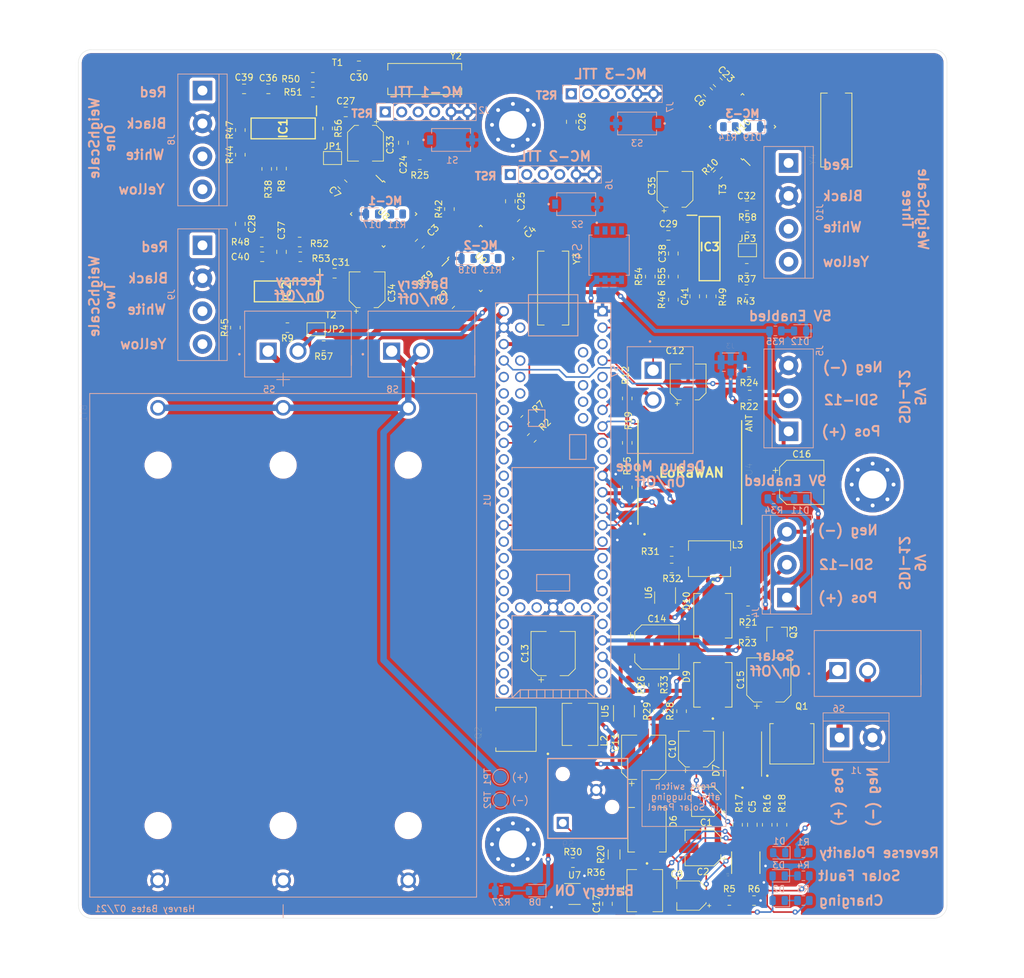
<source format=kicad_pcb>
(kicad_pcb (version 20171130) (host pcbnew "(5.1.9-0-10_14)")
  (layers (0 F.Cu signal) (31 B.Cu signal) (34 B.Paste user) (35 F.Paste user) (36 B.SilkS user) (37 F.SilkS user) (38 B.Mask user) (39 F.Mask user) (44 Edge.Cuts user))
  (net 0 "")
  (net 1 GND)
  (net 2 /SOLAR_IN)
  (net 3 "Net-(C3-Pad1)")
  (net 4 +3V3)
  (net 5 "Net-(C5-Pad2)")
  (net 6 /V_BAT)
  (net 7 "Net-(C8-Pad1)")
  (net 8 "Net-(C8-Pad2)")
  (net 9 /9V_OUT)
  (net 10 /5V_OUT)
  (net 11 "Net-(C17-Pad1)")
  (net 12 "Net-(D1-Pad1)")
  (net 13 "Net-(D1-Pad2)")
  (net 14 "Net-(D2-Pad1)")
  (net 15 "Net-(D3-Pad1)")
  (net 16 "Net-(D8-Pad1)")
  (net 17 "Net-(D8-Pad2)")
  (net 18 "Net-(D9-PadA)")
  (net 19 "Net-(D10-PadA)")
  (net 20 /9V_GND)
  (net 21 "Net-(D11-Pad2)")
  (net 22 "Net-(D12-Pad2)")
  (net 23 "Net-(IC1-Pad2)")
  (net 24 /SCL)
  (net 25 /SDA)
  (net 26 "Net-(IC1-Pad15)")
  (net 27 "Net-(J1-Pad1)")
  (net 28 "Net-(J3-Pad1)")
  (net 29 "Net-(J4-Pad2)")
  (net 30 "Net-(J5-Pad2)")
  (net 31 /9V_EN)
  (net 32 "Net-(R3-Pad1)")
  (net 33 "Net-(R4-Pad1)")
  (net 34 /VIN_REG)
  (net 35 "Net-(R12-Pad2)")
  (net 36 "Net-(R16-Pad1)")
  (net 37 /Reset)
  (net 38 "Net-(L1-Pad2)")
  (net 39 "Net-(R28-Pad1)")
  (net 40 "Net-(R30-Pad1)")
  (net 41 "Net-(R31-Pad1)")
  (net 42 /MISO)
  (net 43 /MOSI)
  (net 44 /G2)
  (net 45 /G1)
  (net 46 /G0)
  (net 47 /SCK)
  (net 48 /Lora_CS)
  (net 49 "/Debug(INT)")
  (net 50 "Net-(BT1-Pad1+)")
  (net 51 "Net-(C4-Pad1)")
  (net 52 "Net-(C6-Pad1)")
  (net 53 /1_Reset)
  (net 54 /1_DTR)
  (net 55 /2_Reset)
  (net 56 /2_DTR)
  (net 57 /3_Reset)
  (net 58 /3_DTR)
  (net 59 "Net-(C27-Pad1)")
  (net 60 "Net-(C28-Pad1)")
  (net 61 "Net-(C29-Pad1)")
  (net 62 "Net-(C36-Pad2)")
  (net 63 "Net-(C36-Pad1)")
  (net 64 "Net-(C37-Pad2)")
  (net 65 "Net-(C37-Pad1)")
  (net 66 "Net-(C38-Pad2)")
  (net 67 "Net-(C38-Pad1)")
  (net 68 "Net-(C39-Pad2)")
  (net 69 "Net-(C39-Pad1)")
  (net 70 "Net-(C40-Pad2)")
  (net 71 "Net-(C40-Pad1)")
  (net 72 "Net-(C41-Pad2)")
  (net 73 "Net-(C41-Pad1)")
  (net 74 "Net-(D17-Pad2)")
  (net 75 "Net-(D18-Pad2)")
  (net 76 "Net-(D19-Pad2)")
  (net 77 /1_Tx)
  (net 78 /1_Rx)
  (net 79 /2_Tx)
  (net 80 /2_Rx)
  (net 81 /3_Tx)
  (net 82 /3_Rx)
  (net 83 "Net-(J8-Pad4)")
  (net 84 "Net-(J8-Pad3)")
  (net 85 "Net-(J9-Pad4)")
  (net 86 "Net-(J9-Pad3)")
  (net 87 "Net-(J10-Pad4)")
  (net 88 "Net-(J10-Pad3)")
  (net 89 "Net-(IC2-Pad15)")
  (net 90 "Net-(IC3-Pad15)")
  (net 91 /1_SCK)
  (net 92 /2_SCK)
  (net 93 /3_SCK)
  (net 94 /1_SDA)
  (net 95 "Net-(U8-Pad8)")
  (net 96 "Net-(U8-Pad7)")
  (net 97 /1_SCL)
  (net 98 /2_SDA)
  (net 99 "Net-(U9-Pad8)")
  (net 100 "Net-(U9-Pad7)")
  (net 101 /2_SCL)
  (net 102 /3_SDA)
  (net 103 "Net-(U10-Pad8)")
  (net 104 "Net-(U10-Pad7)")
  (net 105 /3_SCL)
  (net 106 "Net-(IC2-Pad2)")
  (net 107 "Net-(IC3-Pad2)")
  (net 108 /3.3_1)
  (net 109 /3.3_2)
  (net 110 /3.3_3)
  (net 111 /9V-SDI-12)
  (net 112 /5V-SDI-12)
  (net 113 "Net-(R30-Pad2)")
  (net 114 "Net-(S5-Pad1)")
  (net 115 /INT_Teensy1)
  (net 116 /INT_Teensy2)
  (net 117 /INT_Teensy3)
  (module TDA04H0SB1:SW_TDA04H0SB1 (layer B.Cu) (at 164.846 54.61 270)
    (fp_text reference S4 (at -0.555 4.889 270) (layer B.SilkS) (effects (font (size 1.4 1.4)) (justify mirror)))
    (fp_text value TDA04H0SB1)
    (pad 8 smd rect (at 3.81 1.905 270) (size 1.27 0.76) (layers B.Cu B.Paste B.Mask) (net 4 +3V3))
    (pad 7 smd rect (at 3.81 0.635 270) (size 1.27 0.76) (layers B.Cu B.Paste B.Mask) (net 4 +3V3))
    (pad 6 smd rect (at 3.81 -0.635 270) (size 1.27 0.76) (layers B.Cu B.Paste B.Mask) (net 4 +3V3))
    (pad 5 smd rect (at 3.81 -1.905 270) (size 1.27 0.76) (layers B.Cu B.Paste B.Mask) (net 4 +3V3))
    (pad 4 smd rect (at -3.81 -1.905 270) (size 1.27 0.76) (layers B.Cu B.Paste B.Mask))
    (pad 3 smd rect (at -3.81 -0.635 270) (size 1.27 0.76) (layers B.Cu B.Paste B.Mask) (net 110 /3.3_3))
    (pad 2 smd rect (at -3.81 0.635 270) (size 1.27 0.76) (layers B.Cu B.Paste B.Mask) (net 109 /3.3_2))
    (pad 1 smd rect (at -3.81 1.905 270) (size 1.27 0.76) (layers B.Cu B.Paste B.Mask) (net 108 /3.3_1))
  )
  (module Resistor_SMD:R_0805_2012Metric (layer F.Cu) (at 181.61 42.164 45)
    (fp_text reference R10 (at 0 -1.65 45) (layer F.SilkS))
    (fp_text value 10K)
    (pad 2 smd roundrect (at 0.9125 0 45) (size 1.025 1.4) (layers F.Cu F.Paste F.Mask) (roundrect_rratio 0.243902) (net 102 /3_SDA))
    (pad 1 smd roundrect (at -0.9125 0 45) (size 1.025 1.4) (layers F.Cu F.Paste F.Mask) (roundrect_rratio 0.243902) (net 110 /3.3_3))
  )
  (module GF-123-0054:SW_GF-123-0054 (layer B.Cu) (at 172.72 76.962 270)
    (fp_text reference S7 (at -4.445 6.985 90) (layer B.SilkS) (effects (justify mirror)))
    (fp_text value GF-123-0054)
    (pad 1 thru_hole rect (at -4.6 1.09 270) (size 2.625 2.625) (drill 1.75) (layers *.Cu *.Mask) (net 49 "/Debug(INT)"))
    (pad 2 thru_hole circle (at 0 1.09 270) (size 2.625 2.625) (drill 1.75) (layers *.Cu *.Mask) (net 35 "Net-(R12-Pad2)"))
  )
  (module Resistor_SMD:R_0805_2012Metric (layer F.Cu) (at 114.3 41.2515 90)
    (fp_text reference R8 (at -2.6905 0 90) (layer F.SilkS))
    (fp_text value 10K)
    (pad 2 smd roundrect (at 0.9125 0 90) (size 1.025 1.4) (layers F.Cu F.Paste F.Mask) (roundrect_rratio 0.243902) (net 94 /1_SDA))
    (pad 1 smd roundrect (at -0.9125 0 90) (size 1.025 1.4) (layers F.Cu F.Paste F.Mask) (roundrect_rratio 0.243902) (net 108 /3.3_1))
  )
  (module Resistor_SMD:R_0805_2012Metric (layer F.Cu) (at 115.2125 65.786 180)
    (fp_text reference R9 (at 0 -1.65) (layer F.SilkS))
    (fp_text value 10K)
    (pad 2 smd roundrect (at 0.9125 0 180) (size 1.025 1.4) (layers F.Cu F.Paste F.Mask) (roundrect_rratio 0.243902) (net 98 /2_SDA))
    (pad 1 smd roundrect (at -0.9125 0 180) (size 1.025 1.4) (layers F.Cu F.Paste F.Mask) (roundrect_rratio 0.243902) (net 109 /3.3_2))
  )
  (module PTS636_SM43J_SMTR_LFS:SW_PTS636_SM43J_SMTR_LFS (layer B.Cu) (at 140.462 36.83)
    (fp_text reference S1 (at 0.175 3.135) (layer B.SilkS) (effects (justify mirror)))
    (fp_text value PTS636_SM43J_SMTR_LFS)
    (pad 2 smd rect (at 3.25 0) (size 0.9 1.4) (layers B.Cu B.Paste B.Mask) (net 1 GND))
    (pad 1 smd rect (at -3.25 0) (size 0.9 1.4) (layers B.Cu B.Paste B.Mask) (net 53 /1_Reset))
  )
  (module PTS636_SM43J_SMTR_LFS:SW_PTS636_SM43J_SMTR_LFS (layer B.Cu) (at 159.766 46.736)
    (fp_text reference S2 (at 0.175 3.135) (layer B.SilkS) (effects (justify mirror)))
    (fp_text value PTS636_SM43J_SMTR_LFS)
    (pad 2 smd rect (at 3.25 0) (size 0.9 1.4) (layers B.Cu B.Paste B.Mask) (net 1 GND))
    (pad 1 smd rect (at -3.25 0) (size 0.9 1.4) (layers B.Cu B.Paste B.Mask) (net 55 /2_Reset))
  )
  (module GF-123-0054:SW_GF-123-0054 (layer B.Cu) (at 204.724 117.602)
    (fp_text reference S6 (at -4.445 6.985) (layer B.SilkS) (effects (justify mirror)))
    (fp_text value GF-123-0054)
    (pad 1 thru_hole rect (at -4.6 1.09) (size 2.625 2.625) (drill 1.75) (layers *.Cu *.Mask) (net 12 "Net-(D1-Pad1)"))
    (pad 2 thru_hole circle (at 0 1.09) (size 2.625 2.625) (drill 1.75) (layers *.Cu *.Mask) (net 27 "Net-(J1-Pad1)"))
  )
  (module Resistor_SMD:R_0805_2012Metric (layer F.Cu) (at 186.0785 56.642 180)
    (fp_text reference R37 (at 0 -1.65) (layer F.SilkS))
    (fp_text value 10K)
    (pad 2 smd roundrect (at 0.9125 0 180) (size 1.025 1.4) (layers F.Cu F.Paste F.Mask) (roundrect_rratio 0.243902) (net 105 /3_SCL))
    (pad 1 smd roundrect (at -0.9125 0 180) (size 1.025 1.4) (layers F.Cu F.Paste F.Mask) (roundrect_rratio 0.243902) (net 110 /3.3_3))
  )
  (module Resistor_SMD:R_0805_2012Metric (layer F.Cu) (at 112.014 41.2985 90)
    (fp_text reference R38 (at -3.1515 0.254 90) (layer F.SilkS))
    (fp_text value 10K)
    (pad 2 smd roundrect (at 0.9125 0 90) (size 1.025 1.4) (layers F.Cu F.Paste F.Mask) (roundrect_rratio 0.243902) (net 97 /1_SCL))
    (pad 1 smd roundrect (at -0.9125 0 90) (size 1.025 1.4) (layers F.Cu F.Paste F.Mask) (roundrect_rratio 0.243902) (net 108 /3.3_1))
  )
  (module Resistor_SMD:R_0805_2012Metric (layer F.Cu) (at 137.668 59.436 45)
    (fp_text reference R39 (at 0 -1.65 45) (layer F.SilkS))
    (fp_text value 10K)
    (pad 2 smd roundrect (at 0.9125 0 45) (size 1.025 1.4) (layers F.Cu F.Paste F.Mask) (roundrect_rratio 0.243902) (net 101 /2_SCL))
    (pad 1 smd roundrect (at -0.9125 0 45) (size 1.025 1.4) (layers F.Cu F.Paste F.Mask) (roundrect_rratio 0.243902) (net 109 /3.3_2))
  )
  (module KS11R21CQD:SW_KS11R21CQD (layer B.Cu) (at 161.544 138.43)
    (fp_text reference S9 (at -3.0285 7.04311) (layer B.SilkS) (effects (font (size 1.00115 1.00115) (thickness 0.015)) (justify mirror)))
    (fp_text value KS11R21CQD)
    (pad None np_thru_hole circle (at -3.85 -3.77) (size 1.22 1.22) (drill 1.22) (layers *.Cu *.Mask))
    (pad None np_thru_hole circle (at 3.77 1.31) (size 1.22 1.22) (drill 1.22) (layers *.Cu *.Mask))
    (pad 3 thru_hole circle (at 1.31 -1.31) (size 1.85 1.85) (drill 1.22) (layers *.Cu *.Mask) (net 1 GND))
    (pad 1 thru_hole rect (at -3.85 3.77) (size 1.85 1.85) (drill 1.22) (layers *.Cu *.Mask) (net 113 "Net-(R30-Pad2)"))
  )
  (module GF-123-0054:SW_GF-123-0054 (layer B.Cu) (at 116.84 68.326)
    (fp_text reference S5 (at -4.445 6.985) (layer B.SilkS) (effects (justify mirror)))
    (fp_text value GF-123-0054)
    (pad 1 thru_hole rect (at -4.6 1.09) (size 2.625 2.625) (drill 1.75) (layers *.Cu *.Mask) (net 114 "Net-(S5-Pad1)"))
    (pad 2 thru_hole circle (at 0 1.09) (size 2.625 2.625) (drill 1.75) (layers *.Cu *.Mask) (net 10 /5V_OUT))
  )
  (module TerminalBlock:TerminalBlock_bornier-3_P5.08mm (layer B.Cu) (at 192.278 107.442 90)
    (fp_text reference J4 (at -2.286 -4.826 270) (layer B.SilkS) (effects (justify mirror)))
    (fp_text value Screw_Terminal_01x03)
    (pad 3 thru_hole circle (at 10.16 0 90) (size 3 3) (drill 1.52) (layers *.Cu *.Mask) (net 20 /9V_GND))
    (pad 2 thru_hole circle (at 5.08 0 90) (size 3 3) (drill 1.52) (layers *.Cu *.Mask) (net 29 "Net-(J4-Pad2)"))
    (pad 1 thru_hole rect (at 0 0 90) (size 3 3) (drill 1.52) (layers *.Cu *.Mask) (net 9 /9V_OUT))
  )
  (module TerminalBlock:TerminalBlock_bornier-3_P5.08mm (layer B.Cu) (at 192.532 81.788 90)
    (fp_text reference J5 (at 12.446 4.826 270) (layer B.SilkS) (effects (justify mirror)))
    (fp_text value Screw_Terminal_01x03)
    (pad 1 thru_hole rect (at 0 0 90) (size 3 3) (drill 1.52) (layers *.Cu *.Mask) (net 10 /5V_OUT))
    (pad 2 thru_hole circle (at 5.08 0 90) (size 3 3) (drill 1.52) (layers *.Cu *.Mask) (net 30 "Net-(J5-Pad2)"))
    (pad 3 thru_hole circle (at 10.16 0 90) (size 3 3) (drill 1.52) (layers *.Cu *.Mask) (net 1 GND))
  )
  (module AOD417:DPAK228P994X240_3N (layer F.Cu) (at 193.04 131.064)
    (fp_text reference Q1 (at 1.524 -6.858) (layer F.SilkS))
    (fp_text value AOD417)
    (pad 1 smd rect (at -2.286 4.09) (size 0.97 3.02) (layers F.Cu F.Paste F.Mask) (net 1 GND))
    (pad 3 smd rect (at 2.286 4.09) (size 0.97 3.02) (layers F.Cu F.Paste F.Mask) (net 2 /SOLAR_IN))
    (pad 4 smd rect (at 0 -2.44) (size 5.09 6.32) (layers F.Cu F.Mask) (net 12 "Net-(D1-Pad1)"))
  )
  (module AOD417:DPAK228P994X240_3N (layer F.Cu) (at 151.538 127.762 90)
    (fp_text reference Q2 (at -0.53178 -6.89244 90) (layer F.SilkS) (effects (font (thickness 0.015))))
    (fp_text value AOD417)
    (pad 4 smd rect (at 0 -2.44 90) (size 5.09 6.32) (layers F.Cu F.Mask) (net 16 "Net-(D8-Pad1)"))
    (pad 3 smd rect (at 2.286 4.09 90) (size 0.97 3.02) (layers F.Cu F.Paste F.Mask) (net 6 /V_BAT))
    (pad 1 smd rect (at -2.286 4.09 90) (size 0.97 3.02) (layers F.Cu F.Paste F.Mask) (net 1 GND))
  )
  (module Package_TO_SOT_SMD:SOT-23 (layer F.Cu) (at 190.754 112.776 90)
    (fp_text reference Q3 (at 0 2.54 90) (layer F.SilkS))
    (fp_text value DMG3406L)
    (pad 1 smd rect (at -1 -0.95 90) (size 0.9 0.8) (layers F.Cu F.Paste F.Mask) (net 31 /9V_EN))
    (pad 2 smd rect (at -1 0.95 90) (size 0.9 0.8) (layers F.Cu F.Paste F.Mask) (net 1 GND))
    (pad 3 smd rect (at 1 0 90) (size 0.9 0.8) (layers F.Cu F.Paste F.Mask) (net 20 /9V_GND))
  )
  (module Resistor_SMD:R_0805_2012Metric (layer B.Cu) (at 194.818 146.812 180)
    (fp_text reference R1 (at 0 1.65) (layer B.SilkS) (effects (justify mirror)))
    (fp_text value 4.7K)
    (pad 1 smd roundrect (at -0.9125 0 180) (size 1.025 1.4) (layers B.Cu B.Paste B.Mask) (roundrect_rratio 0.2439014634146341) (net 13 "Net-(D1-Pad2)"))
    (pad 2 smd roundrect (at 0.9125 0 180) (size 1.025 1.4) (layers B.Cu B.Paste B.Mask) (roundrect_rratio 0.2439014634146341) (net 1 GND))
  )
  (module Resistor_SMD:R_0805_2012Metric (layer F.Cu) (at 152.908 82.804 225)
    (fp_text reference R2 (at -2.873682 0 45) (layer F.SilkS))
    (fp_text value 10K)
    (pad 1 smd roundrect (at -0.9125 0 225) (size 1.025 1.4) (layers F.Cu F.Paste F.Mask) (roundrect_rratio 0.2439014634146341) (net 4 +3V3))
    (pad 2 smd roundrect (at 0.9125 0 225) (size 1.025 1.4) (layers F.Cu F.Paste F.Mask) (roundrect_rratio 0.2439014634146341) (net 25 /SDA))
  )
  (module Resistor_SMD:R_0805_2012Metric (layer B.Cu) (at 194.818 154.178 180)
    (fp_text reference R3 (at 0 1.778) (layer B.SilkS) (effects (justify mirror)))
    (fp_text value 10K)
    (pad 2 smd roundrect (at 0.9125 0 180) (size 1.025 1.4) (layers B.Cu B.Paste B.Mask) (roundrect_rratio 0.2439014634146341) (net 14 "Net-(D2-Pad1)"))
    (pad 1 smd roundrect (at -0.9125 0 180) (size 1.025 1.4) (layers B.Cu B.Paste B.Mask) (roundrect_rratio 0.2439014634146341) (net 32 "Net-(R3-Pad1)"))
  )
  (module Resistor_SMD:R_0805_2012Metric (layer B.Cu) (at 194.818 150.368 180)
    (fp_text reference R4 (at 0 1.65) (layer B.SilkS) (effects (justify mirror)))
    (fp_text value 10K)
    (pad 2 smd roundrect (at 0.9125 0 180) (size 1.025 1.4) (layers B.Cu B.Paste B.Mask) (roundrect_rratio 0.2439014634146341) (net 15 "Net-(D3-Pad1)"))
    (pad 1 smd roundrect (at -0.9125 0 180) (size 1.025 1.4) (layers B.Cu B.Paste B.Mask) (roundrect_rratio 0.2439014634146341) (net 33 "Net-(R4-Pad1)"))
  )
  (module Resistor_SMD:R_0805_2012Metric (layer F.Cu) (at 183.388 154.178)
    (fp_text reference R5 (at 0 -1.778) (layer F.SilkS))
    (fp_text value 220K)
    (pad 2 smd roundrect (at 0.9125 0) (size 1.025 1.4) (layers F.Cu F.Paste F.Mask) (roundrect_rratio 0.2439014634146341) (net 34 /VIN_REG))
    (pad 1 smd roundrect (at -0.9125 0) (size 1.025 1.4) (layers F.Cu F.Paste F.Mask) (roundrect_rratio 0.2439014634146341) (net 2 /SOLAR_IN))
  )
  (module Resistor_SMD:R_0805_2012Metric (layer F.Cu) (at 187.198 154.178)
    (fp_text reference R6 (at 0 -1.778) (layer F.SilkS))
    (fp_text value 100K)
    (pad 1 smd roundrect (at -0.9125 0) (size 1.025 1.4) (layers F.Cu F.Paste F.Mask) (roundrect_rratio 0.2439014634146341) (net 34 /VIN_REG))
    (pad 2 smd roundrect (at 0.9125 0) (size 1.025 1.4) (layers F.Cu F.Paste F.Mask) (roundrect_rratio 0.2439014634146341) (net 1 GND))
  )
  (module Resistor_SMD:R_0805_2012Metric (layer F.Cu) (at 151.892 80.01 225)
    (fp_text reference R7 (at -2.873682 0 45) (layer F.SilkS))
    (fp_text value 10K)
    (pad 2 smd roundrect (at 0.9125 0 225) (size 1.025 1.4) (layers F.Cu F.Paste F.Mask) (roundrect_rratio 0.2439014634146341) (net 24 /SCL))
    (pad 1 smd roundrect (at -0.9125 0 225) (size 1.025 1.4) (layers F.Cu F.Paste F.Mask) (roundrect_rratio 0.2439014634146341) (net 4 +3V3))
  )
  (module Resistor_SMD:R_0805_2012Metric (layer F.Cu) (at 167.64 76.708 90)
    (fp_text reference R12 (at 3.556 -0.254 90) (layer F.SilkS))
    (fp_text value 10K)
    (pad 1 smd roundrect (at -0.9125 0 90) (size 1.025 1.4) (layers F.Cu F.Paste F.Mask) (roundrect_rratio 0.2439014634146341) (net 4 +3V3))
    (pad 2 smd roundrect (at 0.9125 0 90) (size 1.025 1.4) (layers F.Cu F.Paste F.Mask) (roundrect_rratio 0.2439014634146341) (net 35 "Net-(R12-Pad2)"))
  )
  (module Resistor_SMD:R_0805_2012Metric (layer F.Cu) (at 167.64 90.424 90)
    (fp_text reference R15 (at 3.302 0 90) (layer F.SilkS))
    (fp_text value 100K)
    (pad 2 smd roundrect (at 0.9125 0 90) (size 1.025 1.4) (layers F.Cu F.Paste F.Mask) (roundrect_rratio 0.2439014634146341) (net 4 +3V3))
    (pad 1 smd roundrect (at -0.9125 0 90) (size 1.025 1.4) (layers F.Cu F.Paste F.Mask) (roundrect_rratio 0.2439014634146341) (net 48 /Lora_CS))
  )
  (module Resistor_SMD:R_0805_2012Metric (layer F.Cu) (at 189.23 142.494 270)
    (fp_text reference R16 (at -3.302 0 90) (layer F.SilkS))
    (fp_text value 180K)
    (pad 2 smd roundrect (at 0.9125 0 270) (size 1.025 1.4) (layers F.Cu F.Paste F.Mask) (roundrect_rratio 0.2439014634146341) (net 5 "Net-(C5-Pad2)"))
    (pad 1 smd roundrect (at -0.9125 0 270) (size 1.025 1.4) (layers F.Cu F.Paste F.Mask) (roundrect_rratio 0.2439014634146341) (net 36 "Net-(R16-Pad1)"))
  )
  (module Resistor_SMD:R_0805_2012Metric (layer F.Cu) (at 184.658 142.494 270)
    (fp_text reference R17 (at -3.302 -0.254 90) (layer F.SilkS))
    (fp_text value 91K)
    (pad 2 smd roundrect (at 0.9125 0 270) (size 1.025 1.4) (layers F.Cu F.Paste F.Mask) (roundrect_rratio 0.2439014634146341) (net 6 /V_BAT))
    (pad 1 smd roundrect (at -0.9125 0 270) (size 1.025 1.4) (layers F.Cu F.Paste F.Mask) (roundrect_rratio 0.2439014634146341) (net 36 "Net-(R16-Pad1)"))
  )
  (module Resistor_SMD:R_0805_2012Metric (layer F.Cu) (at 191.516 142.494 90)
    (fp_text reference R18 (at 3.302 0 90) (layer F.SilkS))
    (fp_text value 330K)
    (pad 1 smd roundrect (at -0.9125 0 90) (size 1.025 1.4) (layers F.Cu F.Paste F.Mask) (roundrect_rratio 0.2439014634146341) (net 1 GND))
    (pad 2 smd roundrect (at 0.9125 0 90) (size 1.025 1.4) (layers F.Cu F.Paste F.Mask) (roundrect_rratio 0.2439014634146341) (net 36 "Net-(R16-Pad1)"))
  )
  (module Resistor_SMD:R_0805_2012Metric (layer F.Cu) (at 167.64 83.566 90)
    (fp_text reference R19 (at 3.412497 0.179605 90) (layer F.SilkS))
    (fp_text value 100K)
    (pad 1 smd roundrect (at -0.9125 0 90) (size 1.025 1.4) (layers F.Cu F.Paste F.Mask) (roundrect_rratio 0.2439014634146341) (net 37 /Reset))
    (pad 2 smd roundrect (at 0.9125 0 90) (size 1.025 1.4) (layers F.Cu F.Paste F.Mask) (roundrect_rratio 0.2439014634146341) (net 4 +3V3))
  )
  (module Resistor_SMD:R_1206_3216Metric (layer F.Cu) (at 165.608 147.066 270)
    (fp_text reference R20 (at 0 2.032 90) (layer F.SilkS))
    (fp_text value "0.05(RS)")
    (pad 1 smd roundrect (at -1.4625 0 270) (size 1.125 1.75) (layers F.Cu F.Paste F.Mask) (roundrect_rratio 0.2222213333333333) (net 6 /V_BAT))
    (pad 2 smd roundrect (at 1.4625 0 270) (size 1.125 1.75) (layers F.Cu F.Paste F.Mask) (roundrect_rratio 0.2222213333333333) (net 38 "Net-(L1-Pad2)"))
  )
  (module Resistor_SMD:R_0805_2012Metric (layer F.Cu) (at 186.2855 109.474)
    (fp_text reference R21 (at 0 1.778) (layer F.SilkS))
    (fp_text value 28K)
    (pad 1 smd roundrect (at -0.9125 0) (size 1.025 1.4) (layers F.Cu F.Paste F.Mask) (roundrect_rratio 0.2439014634146341) (net 111 /9V-SDI-12))
    (pad 2 smd roundrect (at 0.9125 0) (size 1.025 1.4) (layers F.Cu F.Paste F.Mask) (roundrect_rratio 0.2439014634146341) (net 29 "Net-(J4-Pad2)"))
  )
  (module Resistor_SMD:R_0805_2012Metric (layer F.Cu) (at 186.5395 76.2)
    (fp_text reference R22 (at -0.1035 1.778) (layer F.SilkS))
    (fp_text value 20K)
    (pad 1 smd roundrect (at -0.9125 0) (size 1.025 1.4) (layers F.Cu F.Paste F.Mask) (roundrect_rratio 0.2439014634146341) (net 112 /5V-SDI-12))
    (pad 2 smd roundrect (at 0.9125 0) (size 1.025 1.4) (layers F.Cu F.Paste F.Mask) (roundrect_rratio 0.2439014634146341) (net 30 "Net-(J5-Pad2)"))
  )
  (module Resistor_SMD:R_0805_2012Metric (layer F.Cu) (at 186.182 112.776 180)
    (fp_text reference R23 (at 0 -1.65) (layer F.SilkS))
    (fp_text value 16K)
    (pad 2 smd roundrect (at 0.9125 0 180) (size 1.025 1.4) (layers F.Cu F.Paste F.Mask) (roundrect_rratio 0.2439014634146341) (net 111 /9V-SDI-12))
    (pad 1 smd roundrect (at -0.9125 0 180) (size 1.025 1.4) (layers F.Cu F.Paste F.Mask) (roundrect_rratio 0.2439014634146341) (net 20 /9V_GND))
  )
  (module Resistor_SMD:R_0805_2012Metric (layer F.Cu) (at 186.436 72.644 180)
    (fp_text reference R24 (at 0 -1.65) (layer F.SilkS))
    (fp_text value 40K)
    (pad 1 smd roundrect (at -0.9125 0 180) (size 1.025 1.4) (layers F.Cu F.Paste F.Mask) (roundrect_rratio 0.2439014634146341) (net 1 GND))
    (pad 2 smd roundrect (at 0.9125 0 180) (size 1.025 1.4) (layers F.Cu F.Paste F.Mask) (roundrect_rratio 0.2439014634146341) (net 112 /5V-SDI-12))
  )
  (module Resistor_SMD:R_0805_2012Metric (layer F.Cu) (at 168.148 120.904 270)
    (fp_text reference R26 (at 0 -1.65 90) (layer F.SilkS))
    (fp_text value 1M)
    (pad 1 smd roundrect (at -0.9125 0 270) (size 1.025 1.4) (layers F.Cu F.Paste F.Mask) (roundrect_rratio 0.2439014634146341) (net 1 GND))
    (pad 2 smd roundrect (at 0.9125 0 270) (size 1.025 1.4) (layers F.Cu F.Paste F.Mask) (roundrect_rratio 0.2439014634146341) (net 31 /9V_EN))
  )
  (module Resistor_SMD:R_0805_2012Metric (layer B.Cu) (at 148.1855 152.654 180)
    (fp_text reference R27 (at 0 -1.778) (layer B.SilkS) (effects (justify mirror)))
    (fp_text value 2K)
    (pad 2 smd roundrect (at 0.9125 0 180) (size 1.025 1.4) (layers B.Cu B.Paste B.Mask) (roundrect_rratio 0.2439014634146341) (net 1 GND))
    (pad 1 smd roundrect (at -0.9125 0 180) (size 1.025 1.4) (layers B.Cu B.Paste B.Mask) (roundrect_rratio 0.2439014634146341) (net 17 "Net-(D8-Pad2)"))
  )
  (module Resistor_SMD:R_0805_2012Metric (layer F.Cu) (at 176.022 124.968 90)
    (fp_text reference R28 (at 0 -1.778 90) (layer F.SilkS))
    (fp_text value 28K)
    (pad 2 smd roundrect (at 0.9125 0 90) (size 1.025 1.4) (layers F.Cu F.Paste F.Mask) (roundrect_rratio 0.2439014634146341) (net 9 /9V_OUT))
    (pad 1 smd roundrect (at -0.9125 0 90) (size 1.025 1.4) (layers F.Cu F.Paste F.Mask) (roundrect_rratio 0.2439014634146341) (net 39 "Net-(R28-Pad1)"))
  )
  (module Resistor_SMD:R_0805_2012Metric (layer F.Cu) (at 172.466 124.968 270)
    (fp_text reference R29 (at 0 1.778 90) (layer F.SilkS))
    (fp_text value 2K)
    (pad 1 smd roundrect (at -0.9125 0 270) (size 1.025 1.4) (layers F.Cu F.Paste F.Mask) (roundrect_rratio 0.2439014634146341) (net 1 GND))
    (pad 2 smd roundrect (at 0.9125 0 270) (size 1.025 1.4) (layers F.Cu F.Paste F.Mask) (roundrect_rratio 0.2439014634146341) (net 39 "Net-(R28-Pad1)"))
  )
  (module Resistor_SMD:R_0805_2012Metric (layer F.Cu) (at 159.258 148.336)
    (fp_text reference R30 (at 0 -1.65) (layer F.SilkS))
    (fp_text value 1K)
    (pad 1 smd roundrect (at -0.9125 0) (size 1.025 1.4) (layers F.Cu F.Paste F.Mask) (roundrect_rratio 0.2439014634146341) (net 40 "Net-(R30-Pad1)"))
    (pad 2 smd roundrect (at 0.9125 0) (size 1.025 1.4) (layers F.Cu F.Paste F.Mask) (roundrect_rratio 0.2439014634146341) (net 113 "Net-(R30-Pad2)"))
  )
  (module Resistor_SMD:R_0805_2012Metric (layer F.Cu) (at 174.498 100.33)
    (fp_text reference R31 (at -3.302 0) (layer F.SilkS))
    (fp_text value 20K)
    (pad 2 smd roundrect (at 0.9125 0) (size 1.025 1.4) (layers F.Cu F.Paste F.Mask) (roundrect_rratio 0.2439014634146341) (net 10 /5V_OUT))
    (pad 1 smd roundrect (at -0.9125 0) (size 1.025 1.4) (layers F.Cu F.Paste F.Mask) (roundrect_rratio 0.2439014634146341) (net 41 "Net-(R31-Pad1)"))
  )
  (module Resistor_SMD:R_0805_2012Metric (layer F.Cu) (at 174.498 102.87 180)
    (fp_text reference R32 (at 0 -1.65) (layer F.SilkS))
    (fp_text value 2.7K)
    (pad 1 smd roundrect (at -0.9125 0 180) (size 1.025 1.4) (layers F.Cu F.Paste F.Mask) (roundrect_rratio 0.2439014634146341) (net 1 GND))
    (pad 2 smd roundrect (at 0.9125 0 180) (size 1.025 1.4) (layers F.Cu F.Paste F.Mask) (roundrect_rratio 0.2439014634146341) (net 41 "Net-(R31-Pad1)"))
  )
  (module Resistor_SMD:R_0805_2012Metric (layer F.Cu) (at 171.704 120.904 270)
    (fp_text reference R33 (at 0 -1.65 90) (layer F.SilkS))
    (fp_text value 1M)
    (pad 2 smd roundrect (at 0.9125 0 270) (size 1.025 1.4) (layers F.Cu F.Paste F.Mask) (roundrect_rratio 0.2439014634146341) (net 31 /9V_EN))
    (pad 1 smd roundrect (at -0.9125 0 270) (size 1.025 1.4) (layers F.Cu F.Paste F.Mask) (roundrect_rratio 0.2439014634146341) (net 1 GND))
  )
  (module Resistor_SMD:R_0805_2012Metric (layer B.Cu) (at 190.246 92.202 180)
    (fp_text reference R34 (at 0 -1.778 180) (layer B.SilkS) (effects (justify mirror)))
    (fp_text value 15K)
    (pad 1 smd roundrect (at -0.9125 0 180) (size 1.025 1.4) (layers B.Cu B.Paste B.Mask) (roundrect_rratio 0.2439014634146341) (net 21 "Net-(D11-Pad2)"))
    (pad 2 smd roundrect (at 0.9125 0 180) (size 1.025 1.4) (layers B.Cu B.Paste B.Mask) (roundrect_rratio 0.2439014634146341) (net 9 /9V_OUT))
  )
  (module Resistor_SMD:R_0805_2012Metric (layer B.Cu) (at 190.5 66.294 180)
    (fp_text reference R35 (at 0 -1.652 180) (layer B.SilkS) (effects (justify mirror)))
    (fp_text value 10K)
    (pad 1 smd roundrect (at -0.9125 0 180) (size 1.025 1.4) (layers B.Cu B.Paste B.Mask) (roundrect_rratio 0.2439014634146341) (net 22 "Net-(D12-Pad2)"))
    (pad 2 smd roundrect (at 0.9125 0 180) (size 1.025 1.4) (layers B.Cu B.Paste B.Mask) (roundrect_rratio 0.2439014634146341) (net 10 /5V_OUT))
  )
  (module Resistor_SMD:R_0805_2012Metric (layer F.Cu) (at 163.83 151.638 180)
    (fp_text reference R36 (at 1.016 1.778) (layer F.SilkS))
    (fp_text value 100)
    (pad 2 smd roundrect (at 0.9125 0 180) (size 1.025 1.4) (layers F.Cu F.Paste F.Mask) (roundrect_rratio 0.2439014634146341) (net 11 "Net-(C17-Pad1)"))
    (pad 1 smd roundrect (at -0.9125 0 180) (size 1.025 1.4) (layers F.Cu F.Paste F.Mask) (roundrect_rratio 0.2439014634146341) (net 6 /V_BAT))
  )
  (module LT3652IMSETRPBF:MSOP-12_MSE (layer F.Cu) (at 185.928 148.336 90)
    (fp_text reference U3 (at -1.8829 -2.7415 90) (layer F.SilkS) (effects (font (size 0.314961 0.314961) (thickness 0.015))))
    (fp_text value LT3652IMSETRPBF)
    (pad 13 smd rect (at 0 0 90) (size 1.7526 2.9464) (layers F.Cu F.Mask) (net 1 GND))
    (pad 12 smd rect (at 2.1844 -1.6256 90) (size 1.397 0.4318) (layers F.Cu F.Paste F.Mask) (net 7 "Net-(C8-Pad1)"))
    (pad 11 smd rect (at 2.1844 -0.975359 90) (size 1.397 0.4318) (layers F.Cu F.Paste F.Mask) (net 8 "Net-(C8-Pad2)"))
    (pad 10 smd rect (at 2.1844 -0.325119 90) (size 1.397 0.4318) (layers F.Cu F.Paste F.Mask) (net 38 "Net-(L1-Pad2)"))
    (pad 9 smd rect (at 2.1844 0.325119 90) (size 1.397 0.4318) (layers F.Cu F.Paste F.Mask) (net 6 /V_BAT))
    (pad 8 smd rect (at 2.1844 0.975359 90) (size 1.397 0.4318) (layers F.Cu F.Paste F.Mask))
    (pad 7 smd rect (at 2.1844 1.6256 90) (size 1.397 0.4318) (layers F.Cu F.Paste F.Mask) (net 5 "Net-(C5-Pad2)"))
    (pad 6 smd rect (at -2.1844 1.6256 90) (size 1.397 0.4318) (layers F.Cu F.Paste F.Mask) (net 1 GND))
    (pad 5 smd rect (at -2.1844 0.975359 90) (size 1.397 0.4318) (layers F.Cu F.Paste F.Mask) (net 33 "Net-(R4-Pad1)"))
    (pad 4 smd rect (at -2.1844 0.325119 90) (size 1.397 0.4318) (layers F.Cu F.Paste F.Mask) (net 32 "Net-(R3-Pad1)"))
    (pad 3 smd rect (at -2.1844 -0.325119 90) (size 1.397 0.4318) (layers F.Cu F.Paste F.Mask) (net 2 /SOLAR_IN))
    (pad 2 smd rect (at -2.1844 -0.975359 90) (size 1.397 0.4318) (layers F.Cu F.Paste F.Mask) (net 34 /VIN_REG))
    (pad 1 smd rect (at -2.1844 -1.6256 90) (size 1.397 0.4318) (layers F.Cu F.Paste F.Mask) (net 2 /SOLAR_IN))
  )
  (module RFM69HCW:MOD_COM-13909 (layer F.Cu) (at 177.292 88.138 90)
    (fp_text reference U4 (at 0.508 9.144 90) (layer F.SilkS) (effects (font (size 1.00263 1.00263) (thickness 0.015))))
    (fp_text value COM-13909)
    (pad 1 smd rect (at -7.5 -7 90) (size 3 1.2) (layers F.Cu F.Paste F.Mask) (net 1 GND))
    (pad 2 smd rect (at -7.5 -5 90) (size 3 1.2) (layers F.Cu F.Paste F.Mask) (net 42 /MISO))
    (pad 3 smd rect (at -7.5 -3 90) (size 3 1.2) (layers F.Cu F.Paste F.Mask) (net 43 /MOSI))
    (pad 4 smd rect (at -7.5 -1 90) (size 3 1.2) (layers F.Cu F.Paste F.Mask) (net 47 /SCK))
    (pad 5 smd rect (at -7.5 1 90) (size 3 1.2) (layers F.Cu F.Paste F.Mask) (net 48 /Lora_CS))
    (pad 6 smd rect (at -7.5 3 90) (size 3 1.2) (layers F.Cu F.Paste F.Mask) (net 37 /Reset))
    (pad 7 smd rect (at -7.5 5 90) (size 3 1.2) (layers F.Cu F.Paste F.Mask))
    (pad 8 smd rect (at -7.5 7 90) (size 3 1.2) (layers F.Cu F.Paste F.Mask) (net 1 GND))
    (pad 9 smd rect (at 7.5 7 90) (size 3 1.2) (layers F.Cu F.Paste F.Mask) (net 28 "Net-(J3-Pad1)"))
    (pad 10 smd rect (at 7.5 5 90) (size 3 1.2) (layers F.Cu F.Paste F.Mask) (net 1 GND))
    (pad 11 smd rect (at 7.5 3 90) (size 3 1.2) (layers F.Cu F.Paste F.Mask))
    (pad 12 smd rect (at 7.5 1 90) (size 3 1.2) (layers F.Cu F.Paste F.Mask))
    (pad 13 smd rect (at 7.5 -1 90) (size 3 1.2) (layers F.Cu F.Paste F.Mask) (net 4 +3V3))
    (pad 14 smd rect (at 7.5 -3 90) (size 3 1.2) (layers F.Cu F.Paste F.Mask) (net 46 /G0))
    (pad 15 smd rect (at 7.5 -5 90) (size 3 1.2) (layers F.Cu F.Paste F.Mask) (net 45 /G1))
    (pad 16 smd rect (at 7.5 -7 90) (size 3 1.2) (layers F.Cu F.Paste F.Mask) (net 44 /G2))
  )
  (module Package_TO_SOT_SMD:SOT-23-6 (layer F.Cu) (at 167.132 124.968 90)
    (fp_text reference U5 (at 0 -2.9 90) (layer F.SilkS))
    (fp_text value MT3608)
    (pad 1 smd rect (at -1.1 -0.95 90) (size 1.06 0.65) (layers F.Cu F.Paste F.Mask) (net 18 "Net-(D9-PadA)"))
    (pad 2 smd rect (at -1.1 0 90) (size 1.06 0.65) (layers F.Cu F.Paste F.Mask) (net 1 GND))
    (pad 3 smd rect (at -1.1 0.95 90) (size 1.06 0.65) (layers F.Cu F.Paste F.Mask) (net 39 "Net-(R28-Pad1)"))
    (pad 4 smd rect (at 1.1 0.95 90) (size 1.06 0.65) (layers F.Cu F.Paste F.Mask) (net 31 /9V_EN))
    (pad 6 smd rect (at 1.1 -0.95 90) (size 1.06 0.65) (layers F.Cu F.Paste F.Mask))
    (pad 5 smd rect (at 1.1 0 90) (size 1.06 0.65) (layers F.Cu F.Paste F.Mask) (net 6 /V_BAT))
  )
  (module Package_TO_SOT_SMD:SOT-23-6 (layer F.Cu) (at 173.482 107.442 270)
    (fp_text reference U6 (at -0.762 2.54 90) (layer F.SilkS))
    (fp_text value MT3608)
    (pad 5 smd rect (at 1.1 0 270) (size 1.06 0.65) (layers F.Cu F.Paste F.Mask) (net 6 /V_BAT))
    (pad 6 smd rect (at 1.1 -0.95 270) (size 1.06 0.65) (layers F.Cu F.Paste F.Mask))
    (pad 4 smd rect (at 1.1 0.95 270) (size 1.06 0.65) (layers F.Cu F.Paste F.Mask) (net 6 /V_BAT))
    (pad 3 smd rect (at -1.1 0.95 270) (size 1.06 0.65) (layers F.Cu F.Paste F.Mask) (net 41 "Net-(R31-Pad1)"))
    (pad 2 smd rect (at -1.1 0 270) (size 1.06 0.65) (layers F.Cu F.Paste F.Mask) (net 1 GND))
    (pad 1 smd rect (at -1.1 -0.95 270) (size 1.06 0.65) (layers F.Cu F.Paste F.Mask) (net 19 "Net-(D10-PadA)"))
  )
  (module Package_TO_SOT_SMD:SOT-23-6 (layer F.Cu) (at 159.512 153.162)
    (fp_text reference U7 (at 0 -2.9) (layer F.SilkS))
    (fp_text value DW06D)
    (pad 5 smd rect (at 1.1 0) (size 1.06 0.65) (layers F.Cu F.Paste F.Mask) (net 11 "Net-(C17-Pad1)"))
    (pad 6 smd rect (at 1.1 -0.95) (size 1.06 0.65) (layers F.Cu F.Paste F.Mask) (net 1 GND))
    (pad 4 smd rect (at 1.1 0.95) (size 1.06 0.65) (layers F.Cu F.Paste F.Mask))
    (pad 3 smd rect (at -1.1 0.95) (size 1.06 0.65) (layers F.Cu F.Paste F.Mask) (net 1 GND))
    (pad 2 smd rect (at -1.1 0) (size 1.06 0.65) (layers F.Cu F.Paste F.Mask) (net 113 "Net-(R30-Pad2)"))
    (pad 1 smd rect (at -1.1 -0.95) (size 1.06 0.65) (layers F.Cu F.Paste F.Mask) (net 40 "Net-(R30-Pad1)"))
  )
  (module BK-18650-PC6:BAT_BK-18650-PC6 (layer B.Cu) (at 114.554 114.808 270)
    (fp_text reference BT1 (at -35.825 30.785 90) (layer B.SilkS) (effects (font (thickness 0.015)) (justify mirror)))
    (fp_text value BK-18650-PC6)
    (pad None np_thru_hole circle (at 27.805 -19.3 270) (size 3.2 3.2) (drill 3.2) (layers *.Cu *.Mask))
    (pad None np_thru_hole circle (at 27.805 19.3 270) (size 3.2 3.2) (drill 3.2) (layers *.Cu *.Mask))
    (pad None np_thru_hole circle (at 27.805 0 270) (size 3.2 3.2) (drill 3.2) (layers *.Cu *.Mask))
    (pad None np_thru_hole circle (at -27.805 -19.3 270) (size 3.2 3.2) (drill 3.2) (layers *.Cu *.Mask))
    (pad None np_thru_hole circle (at -27.805 19.3 270) (size 3.2 3.2) (drill 3.2) (layers *.Cu *.Mask))
    (pad None np_thru_hole circle (at -27.805 0 270) (size 3.2 3.2) (drill 3.2) (layers *.Cu *.Mask))
    (pad 3 thru_hole circle (at 36.25 -19.3 270) (size 2.4 2.4) (drill 1.6) (layers *.Cu *.Mask) (net 1 GND))
    (pad 3+ thru_hole circle (at -36.65 -19.3 270) (size 2.4 2.4) (drill 1.6) (layers *.Cu *.Mask) (net 50 "Net-(BT1-Pad1+)"))
    (pad 2+ thru_hole circle (at -36.65 0 270) (size 2.4 2.4) (drill 1.6) (layers *.Cu *.Mask) (net 50 "Net-(BT1-Pad1+)"))
    (pad 2 thru_hole circle (at 36.25 0 270) (size 2.4 2.4) (drill 1.6) (layers *.Cu *.Mask) (net 1 GND))
    (pad 1 thru_hole circle (at 36.25 19.3 270) (size 2.4 2.4) (drill 1.6) (layers *.Cu *.Mask) (net 1 GND))
    (pad 1+ thru_hole circle (at -36.65 19.3 270) (size 2.4 2.4) (drill 1.6) (layers *.Cu *.Mask) (net 50 "Net-(BT1-Pad1+)"))
  )
  (module PTS636_SM43J_SMTR_LFS:SW_PTS636_SM43J_SMTR_LFS (layer B.Cu) (at 169.164 34.29 180)
    (fp_text reference S3 (at 0 -3.048) (layer B.SilkS) (effects (justify mirror)))
    (fp_text value PTS636_SM43J_SMTR_LFS)
    (pad 2 smd rect (at 3.25 0 180) (size 0.9 1.4) (layers B.Cu B.Paste B.Mask) (net 1 GND))
    (pad 1 smd rect (at -3.25 0 180) (size 0.9 1.4) (layers B.Cu B.Paste B.Mask) (net 57 /3_Reset))
  )
  (module GF-123-0054:SW_GF-123-0054 (layer B.Cu) (at 135.89 68.326)
    (fp_text reference S8 (at -4.445 6.985) (layer B.SilkS) (effects (justify mirror)))
    (fp_text value GF-123-0054)
    (pad 1 thru_hole rect (at -4.6 1.09) (size 2.625 2.625) (drill 1.75) (layers *.Cu *.Mask) (net 16 "Net-(D8-Pad1)"))
    (pad 2 thru_hole circle (at 0 1.09) (size 2.625 2.625) (drill 1.75) (layers *.Cu *.Mask) (net 50 "Net-(BT1-Pad1+)"))
  )
  (module Capacitor_SMD:CP_Elec_5x5.4 (layer F.Cu) (at 178.308 130.81 90)
    (fp_text reference C10 (at 0 -3.7 90) (layer F.SilkS))
    (fp_text value 10uF)
    (pad 1 smd roundrect (at -2.2 0 90) (size 3 1.6) (layers F.Cu F.Paste F.Mask) (roundrect_rratio 0.15625) (net 6 /V_BAT))
    (pad 2 smd roundrect (at 2.2 0 90) (size 3 1.6) (layers F.Cu F.Paste F.Mask) (roundrect_rratio 0.15625) (net 1 GND))
  )
  (module Capacitor_SMD:CP_Elec_6.3x5.9 (layer F.Cu) (at 170.18 132.08 90)
    (fp_text reference C11 (at 2.286 -4.35 90) (layer F.SilkS))
    (fp_text value 100uF)
    (pad 1 smd roundrect (at -2.8 0 90) (size 3.5 1.6) (layers F.Cu F.Paste F.Mask) (roundrect_rratio 0.15625) (net 6 /V_BAT))
    (pad 2 smd roundrect (at 2.8 0 90) (size 3.5 1.6) (layers F.Cu F.Paste F.Mask) (roundrect_rratio 0.15625) (net 1 GND))
  )
  (module Capacitor_SMD:C_0805_2012Metric (layer F.Cu) (at 186.944 142.494 90)
    (fp_text reference C5 (at 2.794 0 90) (layer F.SilkS))
    (fp_text value 30pF)
    (pad 2 smd roundrect (at 0.95 0 90) (size 1 1.45) (layers F.Cu F.Paste F.Mask) (net 5 "Net-(C5-Pad2)"))
    (pad 1 smd roundrect (at -0.95 0 90) (size 1 1.45) (layers F.Cu F.Paste F.Mask) (net 6 /V_BAT))
  )
  (module Capacitor_SMD:CP_Elec_4x5.4 (layer F.Cu) (at 177.546 153.416 180)
    (fp_text reference C8 (at 2.264 3.302) (layer F.SilkS))
    (fp_text value 1uF)
    (pad 1 smd roundrect (at -1.8 0 180) (size 2.6 1.6) (layers F.Cu F.Paste F.Mask) (roundrect_rratio 0.15625) (net 7 "Net-(C8-Pad1)"))
    (pad 2 smd roundrect (at 1.8 0 180) (size 2.6 1.6) (layers F.Cu F.Paste F.Mask) (roundrect_rratio 0.15625) (net 8 "Net-(C8-Pad2)"))
  )
  (module Inductor_SMD:AMPLA5030S-6R8MT (layer F.Cu) (at 165.1 152.654 90)
    (fp_text reference L1 (at 0 1.524 90) (layer F.SilkS))
    (fp_text value INDUCTOR)
    (pad 2 smd rect (at 2.25 5.25 90) (size 2 2) (layers F.Cu F.Paste F.Mask) (net 38 "Net-(L1-Pad2)"))
    (pad 1 smd rect (at -2.25 5.25 90) (size 2 2) (layers F.Cu F.Paste F.Mask) (net 7 "Net-(C8-Pad1)"))
  )
  (module Inductor_SMD:AMPLA5030S-6R8MT (layer F.Cu) (at 180.34 106.68 180)
    (fp_text reference L3 (at -4.318 7.366) (layer F.SilkS))
    (fp_text value INDUCTOR)
    (pad 2 smd rect (at 2.25 5.25 180) (size 2 2) (layers F.Cu F.Paste F.Mask) (net 19 "Net-(D10-PadA)"))
    (pad 1 smd rect (at -2.25 5.25 180) (size 2 2) (layers F.Cu F.Paste F.Mask) (net 6 /V_BAT))
  )
  (module Capacitor_SMD:CP_Elec_4x5.4 (layer F.Cu) (at 179.832 138.938 180)
    (fp_text reference C1 (at 0 -3.2) (layer F.SilkS))
    (fp_text value 1uF)
    (pad 2 smd roundrect (at 1.8 0 180) (size 2.6 1.6) (layers F.Cu F.Paste F.Mask) (roundrect_rratio 0.15625) (net 1 GND))
    (pad 1 smd roundrect (at -1.8 0 180) (size 2.6 1.6) (layers F.Cu F.Paste F.Mask) (roundrect_rratio 0.15625) (net 2 /SOLAR_IN))
  )
  (module Capacitor_SMD:CP_Elec_5x5.4 (layer F.Cu) (at 179.324 146.05 180)
    (fp_text reference C2 (at 0 -3.7) (layer F.SilkS))
    (fp_text value 10uF)
    (pad 2 smd roundrect (at 2.2 0 180) (size 3 1.6) (layers F.Cu F.Paste F.Mask) (roundrect_rratio 0.15625) (net 1 GND))
    (pad 1 smd roundrect (at -2.2 0 180) (size 3 1.6) (layers F.Cu F.Paste F.Mask) (roundrect_rratio 0.15625) (net 2 /SOLAR_IN))
  )
  (module Inductor_SMD:AMPLA5030S-6R8MT (layer F.Cu) (at 165.608 127 270)
    (fp_text reference L2 (at 2.54 1.524 90) (layer F.SilkS))
    (fp_text value INDUCTOR)
    (pad 2 smd rect (at 2.25 5.25 270) (size 2 2) (layers F.Cu F.Paste F.Mask) (net 18 "Net-(D9-PadA)"))
    (pad 1 smd rect (at -2.25 5.25 270) (size 2 2) (layers F.Cu F.Paste F.Mask) (net 6 /V_BAT))
  )
  (module Capacitor_SMD:C_0805_2012Metric (layer F.Cu) (at 181.61 27.94 135)
    (fp_text reference C23 (at 0 1.796051 135) (layer F.SilkS))
    (fp_text value 0.1uF)
    (pad 2 smd roundrect (at 0.95 0 135) (size 1 1.45) (layers F.Cu F.Paste F.Mask) (net 1 GND))
    (pad 1 smd roundrect (at -0.95 0 135) (size 1 1.45) (layers F.Cu F.Paste F.Mask) (net 110 /3.3_3))
  )
  (module Capacitor_SMD:C_0805_2012Metric (layer F.Cu) (at 140.298249 62.139751 45)
    (fp_text reference C9 (at 0 -1.68 45) (layer F.SilkS))
    (fp_text value 0.1uF)
    (pad 2 smd roundrect (at 0.95 0 45) (size 1 1.45) (layers F.Cu F.Paste F.Mask) (net 1 GND))
    (pad 1 smd roundrect (at -0.95 0 45) (size 1 1.45) (layers F.Cu F.Paste F.Mask) (net 109 /3.3_2))
  )
  (module Capacitor_SMD:C_0805_2012Metric (layer F.Cu) (at 123.698 43.688 135)
    (fp_text reference C7 (at 0 -1.68 135) (layer F.SilkS))
    (fp_text value 0.1uF)
    (pad 2 smd roundrect (at 0.95 0 135) (size 1 1.45) (layers F.Cu F.Paste F.Mask) (net 1 GND))
    (pad 1 smd roundrect (at -0.95 0 135) (size 1 1.45) (layers F.Cu F.Paste F.Mask) (net 108 /3.3_1))
  )
  (module Capacitor_SMD:C_0805_2012Metric (layer F.Cu) (at 180.086 29.464 135)
    (fp_text reference C6 (at 0 -1.796051 135) (layer F.SilkS))
    (fp_text value 0.1uF)
    (pad 2 smd roundrect (at 0.95 0 135) (size 1 1.45) (layers F.Cu F.Paste F.Mask) (net 1 GND))
    (pad 1 smd roundrect (at -0.95 0 135) (size 1 1.45) (layers F.Cu F.Paste F.Mask) (net 52 "Net-(C6-Pad1)"))
  )
  (module Capacitor_SMD:C_0805_2012Metric (layer F.Cu) (at 151.384 49.784 45)
    (fp_text reference C4 (at 0 1.796051 45) (layer F.SilkS))
    (fp_text value 0.1uF)
    (pad 2 smd roundrect (at 0.95 0 45) (size 1 1.45) (layers F.Cu F.Paste F.Mask) (net 1 GND))
    (pad 1 smd roundrect (at -0.95 0 45) (size 1 1.45) (layers F.Cu F.Paste F.Mask) (net 51 "Net-(C4-Pad1)"))
  )
  (module Capacitor_SMD:C_0805_2012Metric (layer F.Cu) (at 135.636 52.832 45)
    (fp_text reference C3 (at 2.873682 0 45) (layer F.SilkS))
    (fp_text value 0.1uF)
    (pad 2 smd roundrect (at 0.95 0 45) (size 1 1.45) (layers F.Cu F.Paste F.Mask) (net 1 GND))
    (pad 1 smd roundrect (at -0.95 0 45) (size 1 1.45) (layers F.Cu F.Paste F.Mask) (net 3 "Net-(C3-Pad1)"))
  )
  (module TestPoint:TestPoint_Pad_D2.0mm (layer B.Cu) (at 148.082 138.684 270)
    (fp_text reference TP2 (at 0 1.998 270) (layer B.SilkS) (effects (justify mirror)))
    (fp_text value Bat-)
    (pad 1 smd circle (at 0 0 270) (size 2 2) (layers B.Cu B.Mask) (net 1 GND))
  )
  (module TestPoint:TestPoint_Pad_D2.0mm (layer B.Cu) (at 148.082 135.128 270)
    (fp_text reference TP1 (at 0 1.998 270) (layer B.SilkS) (effects (justify mirror)))
    (fp_text value Bat+)
    (pad 1 smd circle (at 0 0 270) (size 2 2) (layers B.Cu B.Mask) (net 50 "Net-(BT1-Pad1+)"))
  )
  (module Capacitor_SMD:C_0805_2012Metric (layer F.Cu) (at 107.95 49.784 90)
    (fp_text reference C28 (at 0 1.778 90) (layer F.SilkS))
    (fp_text value 0.1uF)
    (pad 2 smd roundrect (at 0.95 0 90) (size 1 1.45) (layers F.Cu F.Paste F.Mask) (net 1 GND))
    (pad 1 smd roundrect (at -0.95 0 90) (size 1 1.45) (layers F.Cu F.Paste F.Mask) (net 60 "Net-(C28-Pad1)"))
  )
  (module Capacitor_SMD:C_0805_2012Metric (layer F.Cu) (at 124.206 32.512)
    (fp_text reference C27 (at 0 -1.68) (layer F.SilkS))
    (fp_text value 0.1uF)
    (pad 2 smd roundrect (at 0.95 0) (size 1 1.45) (layers F.Cu F.Paste F.Mask) (net 1 GND))
    (pad 1 smd roundrect (at -0.95 0) (size 1 1.45) (layers F.Cu F.Paste F.Mask) (net 59 "Net-(C27-Pad1)"))
  )
  (module Capacitor_SMD:C_0805_2012Metric (layer F.Cu) (at 159.004 34.036 270)
    (fp_text reference C26 (at 0 -1.68 90) (layer F.SilkS))
    (fp_text value 0.1uF)
    (pad 2 smd roundrect (at 0.95 0 270) (size 1 1.45) (layers F.Cu F.Paste F.Mask) (net 57 /3_Reset))
    (pad 1 smd roundrect (at -0.95 0 270) (size 1 1.45) (layers F.Cu F.Paste F.Mask) (net 58 /3_DTR))
  )
  (module Capacitor_SMD:C_0805_2012Metric (layer F.Cu) (at 149.606 46.294 270)
    (fp_text reference C25 (at 0 -1.68 90) (layer F.SilkS))
    (fp_text value 0.1uF)
    (pad 2 smd roundrect (at 0.95 0 270) (size 1 1.45) (layers F.Cu F.Paste F.Mask) (net 55 /2_Reset))
    (pad 1 smd roundrect (at -0.95 0 270) (size 1 1.45) (layers F.Cu F.Paste F.Mask) (net 56 /2_DTR))
  )
  (module Capacitor_SMD:C_0805_2012Metric (layer F.Cu) (at 133.096 37.272 270)
    (fp_text reference C24 (at 3.368 0 90) (layer F.SilkS))
    (fp_text value 0.1uF)
    (pad 2 smd roundrect (at 0.95 0 270) (size 1 1.45) (layers F.Cu F.Paste F.Mask) (net 53 /1_Reset))
    (pad 1 smd roundrect (at -0.95 0 270) (size 1 1.45) (layers F.Cu F.Paste F.Mask) (net 54 /1_DTR))
  )
  (module Capacitor_SMD:C_0805_2012Metric (layer F.Cu) (at 173.99 51.562 180)
    (fp_text reference C29 (at 0 1.778) (layer F.SilkS))
    (fp_text value 0.1uF)
    (pad 2 smd roundrect (at 0.95 0 180) (size 1 1.45) (layers F.Cu F.Paste F.Mask) (net 1 GND))
    (pad 1 smd roundrect (at -0.95 0 180) (size 1 1.45) (layers F.Cu F.Paste F.Mask) (net 61 "Net-(C29-Pad1)"))
  )
  (module Capacitor_SMD:C_0805_2012Metric (layer F.Cu) (at 126.238 25.4)
    (fp_text reference C30 (at 0 1.778) (layer F.SilkS))
    (fp_text value 10nF)
    (pad 2 smd roundrect (at 0.95 0) (size 1 1.45) (layers F.Cu F.Paste F.Mask) (net 1 GND))
    (pad 1 smd roundrect (at -0.95 0) (size 1 1.45) (layers F.Cu F.Paste F.Mask) (net 108 /3.3_1))
  )
  (module Capacitor_SMD:CP_Elec_5x5.4 (layer F.Cu) (at 127.508 59.944 90)
    (fp_text reference C34 (at -0.508 3.81 90) (layer F.SilkS))
    (fp_text value 10uF)
    (pad 2 smd roundrect (at 2.2 0 90) (size 3 1.6) (layers F.Cu F.Paste F.Mask) (roundrect_rratio 0.15625) (net 1 GND))
    (pad 1 smd roundrect (at -2.2 0 90) (size 3 1.6) (layers F.Cu F.Paste F.Mask) (roundrect_rratio 0.15625) (net 60 "Net-(C28-Pad1)"))
  )
  (module Capacitor_SMD:CP_Elec_5x5.4 (layer F.Cu) (at 127.254 37.338 270)
    (fp_text reference C33 (at 0.254 -3.81 90) (layer F.SilkS))
    (fp_text value 10uF)
    (pad 2 smd roundrect (at 2.2 0 270) (size 3 1.6) (layers F.Cu F.Paste F.Mask) (roundrect_rratio 0.15625) (net 1 GND))
    (pad 1 smd roundrect (at -2.2 0 270) (size 3 1.6) (layers F.Cu F.Paste F.Mask) (roundrect_rratio 0.15625) (net 59 "Net-(C27-Pad1)"))
  )
  (module Capacitor_SMD:C_0805_2012Metric (layer F.Cu) (at 186.116 46.99)
    (fp_text reference C32 (at -0.066 -1.524) (layer F.SilkS))
    (fp_text value 10nF)
    (pad 2 smd roundrect (at 0.95 0) (size 1 1.45) (layers F.Cu F.Paste F.Mask) (net 1 GND))
    (pad 1 smd roundrect (at -0.95 0) (size 1 1.45) (layers F.Cu F.Paste F.Mask) (net 110 /3.3_3))
  )
  (module Capacitor_SMD:C_0805_2012Metric (layer F.Cu) (at 122.494 57.404)
    (fp_text reference C31 (at 0.95 -1.68) (layer F.SilkS))
    (fp_text value 10nF)
    (pad 2 smd roundrect (at 0.95 0) (size 1 1.45) (layers F.Cu F.Paste F.Mask) (net 1 GND))
    (pad 1 smd roundrect (at -0.95 0) (size 1 1.45) (layers F.Cu F.Paste F.Mask) (net 109 /3.3_2))
  )
  (module Capacitor_SMD:C_0805_2012Metric (layer F.Cu) (at 174.752 54.356 90)
    (fp_text reference C38 (at 0 -1.68 90) (layer F.SilkS))
    (fp_text value 0.1uF)
    (pad 2 smd roundrect (at 0.95 0 90) (size 1 1.45) (layers F.Cu F.Paste F.Mask) (net 66 "Net-(C38-Pad2)"))
    (pad 1 smd roundrect (at -0.95 0 90) (size 1 1.45) (layers F.Cu F.Paste F.Mask) (net 67 "Net-(C38-Pad1)"))
  )
  (module Capacitor_SMD:C_0805_2012Metric (layer F.Cu) (at 114.3 54.102 90)
    (fp_text reference C37 (at 3.302 0 90) (layer F.SilkS))
    (fp_text value 0.1uF)
    (pad 2 smd roundrect (at 0.95 0 90) (size 1 1.45) (layers F.Cu F.Paste F.Mask) (net 64 "Net-(C37-Pad2)"))
    (pad 1 smd roundrect (at -0.95 0 90) (size 1 1.45) (layers F.Cu F.Paste F.Mask) (net 65 "Net-(C37-Pad1)"))
  )
  (module Capacitor_SMD:C_0805_2012Metric (layer F.Cu) (at 112.268 28.956)
    (fp_text reference C36 (at 0 -1.68) (layer F.SilkS))
    (fp_text value 0.1uF)
    (pad 2 smd roundrect (at 0.95 0) (size 1 1.45) (layers F.Cu F.Paste F.Mask) (net 62 "Net-(C36-Pad2)"))
    (pad 1 smd roundrect (at -0.95 0) (size 1 1.45) (layers F.Cu F.Paste F.Mask) (net 63 "Net-(C36-Pad1)"))
  )
  (module Capacitor_SMD:CP_Elec_5x5.4 (layer F.Cu) (at 175.006 44.45 90)
    (fp_text reference C35 (at 0.508 -3.556 90) (layer F.SilkS))
    (fp_text value 10uF)
    (pad 2 smd roundrect (at 2.2 0 90) (size 3 1.6) (layers F.Cu F.Paste F.Mask) (roundrect_rratio 0.15625) (net 1 GND))
    (pad 1 smd roundrect (at -2.2 0 90) (size 3 1.6) (layers F.Cu F.Paste F.Mask) (roundrect_rratio 0.15625) (net 61 "Net-(C29-Pad1)"))
  )
  (module Capacitor_SMD:CP_Elec_5x5.4 (layer F.Cu) (at 177.038 74.168 90)
    (fp_text reference C12 (at 4.826 -2.032 180) (layer F.SilkS))
    (fp_text value 10uF)
    (pad 1 smd roundrect (at -2.2 0 90) (size 3 1.6) (layers F.Cu F.Paste F.Mask) (roundrect_rratio 0.15625) (net 4 +3V3))
    (pad 2 smd roundrect (at 2.2 0 90) (size 3 1.6) (layers F.Cu F.Paste F.Mask) (roundrect_rratio 0.15625) (net 1 GND))
  )
  (module MBRS340:DIOM7959X261N (layer F.Cu) (at 185.42 131.572 90)
    (fp_text reference D7 (at -2.54 -4.064 90) (layer F.SilkS))
    (fp_text value MBRS340)
    (pad C smd rect (at -3.455 0 90) (size 2.25 3.12) (layers F.Cu F.Paste F.Mask) (net 7 "Net-(C8-Pad1)"))
    (pad A smd rect (at 3.455 0 90) (size 2.25 3.12) (layers F.Cu F.Paste F.Mask) (net 1 GND))
  )
  (module SS34:DIOM7959X265N (layer F.Cu) (at 180.848 120.904 90)
    (fp_text reference D9 (at 1.27 -4.064 90) (layer F.SilkS))
    (fp_text value SS34)
    (pad A smd rect (at 3.455 0 90) (size 2.25 3.18) (layers F.Cu F.Paste F.Mask) (net 18 "Net-(D9-PadA)"))
    (pad C smd rect (at -3.455 0 90) (size 2.25 3.18) (layers F.Cu F.Paste F.Mask) (net 9 /9V_OUT))
  )
  (module LED_SMD:LED_0805_2012Metric (layer B.Cu) (at 191.008 154.178 180)
    (fp_text reference D2 (at 0 1.778) (layer B.SilkS) (effects (justify mirror)))
    (fp_text value LED)
    (pad 2 smd roundrect (at 0.9375 0 180) (size 0.975 1.4) (layers B.Cu B.Paste B.Mask) (net 2 /SOLAR_IN))
    (pad 1 smd roundrect (at -0.9375 0 180) (size 0.975 1.4) (layers B.Cu B.Paste B.Mask) (net 14 "Net-(D2-Pad1)"))
  )
  (module LED_SMD:LED_0805_2012Metric (layer B.Cu) (at 191.008 150.368 180)
    (fp_text reference D3 (at 0 1.65) (layer B.SilkS) (effects (justify mirror)))
    (fp_text value LED)
    (pad 2 smd roundrect (at 0.9375 0 180) (size 0.975 1.4) (layers B.Cu B.Paste B.Mask) (net 2 /SOLAR_IN))
    (pad 1 smd roundrect (at -0.9375 0 180) (size 0.975 1.4) (layers B.Cu B.Paste B.Mask) (net 15 "Net-(D3-Pad1)"))
  )
  (module LED_SMD:LED_0805_2012Metric (layer B.Cu) (at 191.0865 146.812 180)
    (fp_text reference D1 (at 0 1.778) (layer B.SilkS) (effects (justify mirror)))
    (fp_text value LED)
    (pad 1 smd roundrect (at -0.9375 0 180) (size 0.975 1.4) (layers B.Cu B.Paste B.Mask) (net 12 "Net-(D1-Pad1)"))
    (pad 2 smd roundrect (at 0.9375 0 180) (size 0.975 1.4) (layers B.Cu B.Paste B.Mask) (net 13 "Net-(D1-Pad2)"))
  )
  (module LED_SMD:LED_0805_2012Metric (layer B.Cu) (at 153.416 152.654 180)
    (fp_text reference D8 (at 0 -1.778) (layer B.SilkS) (effects (justify mirror)))
    (fp_text value LED)
    (pad 1 smd roundrect (at -0.9375 0 180) (size 0.975 1.4) (layers B.Cu B.Paste B.Mask) (net 16 "Net-(D8-Pad1)"))
    (pad 2 smd roundrect (at 0.9375 0 180) (size 0.975 1.4) (layers B.Cu B.Paste B.Mask) (net 17 "Net-(D8-Pad2)"))
  )
  (module Capacitor_SMD:C_0805_2012Metric (layer F.Cu) (at 164.592 154.686 90)
    (fp_text reference C17 (at 0 -1.68 90) (layer F.SilkS))
    (fp_text value 0.1uF)
    (pad 1 smd roundrect (at -0.95 0 90) (size 1 1.45) (layers F.Cu F.Paste F.Mask) (net 11 "Net-(C17-Pad1)"))
    (pad 2 smd roundrect (at 0.95 0 90) (size 1 1.45) (layers F.Cu F.Paste F.Mask) (net 1 GND))
  )
  (module SS34:DIOM7959X265N (layer F.Cu) (at 180.848 110.236 270)
    (fp_text reference D10 (at -2.286 4.064 90) (layer F.SilkS))
    (fp_text value SS34)
    (pad C smd rect (at -3.455 0 270) (size 2.25 3.18) (layers F.Cu F.Paste F.Mask) (net 10 /5V_OUT))
    (pad A smd rect (at 3.455 0 270) (size 2.25 3.18) (layers F.Cu F.Paste F.Mask) (net 19 "Net-(D10-PadA)"))
  )
  (module Capacitor_SMD:CP_Elec_6.3x5.9 (layer F.Cu) (at 156.21 116.078 90)
    (fp_text reference C13 (at 0 -4.35 90) (layer F.SilkS))
    (fp_text value 22uF)
    (pad 2 smd roundrect (at 2.8 0 90) (size 3.5 1.6) (layers F.Cu F.Paste F.Mask) (roundrect_rratio 0.15625) (net 1 GND))
    (pad 1 smd roundrect (at -2.8 0 90) (size 3.5 1.6) (layers F.Cu F.Paste F.Mask) (roundrect_rratio 0.15625) (net 6 /V_BAT))
  )
  (module Capacitor_SMD:CP_Elec_6.3x5.9 (layer F.Cu) (at 172.212 115.062)
    (fp_text reference C14 (at 0 -4.35) (layer F.SilkS))
    (fp_text value 22uF)
    (pad 1 smd roundrect (at -2.8 0) (size 3.5 1.6) (layers F.Cu F.Paste F.Mask) (roundrect_rratio 0.15625) (net 6 /V_BAT))
    (pad 2 smd roundrect (at 2.8 0) (size 3.5 1.6) (layers F.Cu F.Paste F.Mask) (roundrect_rratio 0.15625) (net 1 GND))
  )
  (module Capacitor_SMD:CP_Elec_6.3x5.9 (layer F.Cu) (at 189.484 120.142 90)
    (fp_text reference C15 (at 0 -4.35 90) (layer F.SilkS))
    (fp_text value 22uF)
    (pad 1 smd roundrect (at -2.8 0 90) (size 3.5 1.6) (layers F.Cu F.Paste F.Mask) (roundrect_rratio 0.15625) (net 9 /9V_OUT))
    (pad 2 smd roundrect (at 2.8 0 90) (size 3.5 1.6) (layers F.Cu F.Paste F.Mask) (roundrect_rratio 0.15625) (net 1 GND))
  )
  (module Capacitor_SMD:CP_Elec_6.3x5.9 (layer F.Cu) (at 194.564 89.662)
    (fp_text reference C16 (at 0 -4.35) (layer F.SilkS))
    (fp_text value 22uF)
    (pad 2 smd roundrect (at 2.8 0) (size 3.5 1.6) (layers F.Cu F.Paste F.Mask) (roundrect_rratio 0.15625) (net 1 GND))
    (pad 1 smd roundrect (at -2.8 0) (size 3.5 1.6) (layers F.Cu F.Paste F.Mask) (roundrect_rratio 0.15625) (net 10 /5V_OUT))
  )
  (module LED_SMD:LED_0805_2012Metric (layer B.Cu) (at 194.31 92.202 180)
    (fp_text reference D11 (at 0 -1.778 180) (layer B.SilkS) (effects (justify mirror)))
    (fp_text value LED)
    (pad 1 smd roundrect (at -0.9375 0 180) (size 0.975 1.4) (layers B.Cu B.Paste B.Mask) (net 20 /9V_GND))
    (pad 2 smd roundrect (at 0.9375 0 180) (size 0.975 1.4) (layers B.Cu B.Paste B.Mask) (net 21 "Net-(D11-Pad2)"))
  )
  (module LED_SMD:LED_0805_2012Metric (layer B.Cu) (at 194.31 66.294 180)
    (fp_text reference D12 (at 0 -1.652 180) (layer B.SilkS) (effects (justify mirror)))
    (fp_text value LED)
    (pad 2 smd roundrect (at 0.9375 0 180) (size 0.975 1.4) (layers B.Cu B.Paste B.Mask) (net 22 "Net-(D12-Pad2)"))
    (pad 1 smd roundrect (at -0.9375 0 180) (size 0.975 1.4) (layers B.Cu B.Paste B.Mask) (net 1 GND))
  )
  (module CONUFL001-SMD-T:LINX_CONUFL001-SMD-T (layer B.Cu) (at 183.593 71.12 180)
    (fp_text reference J3 (at 0.04 2.508) (layer B.SilkS) (effects (font (size 0.8 0.8) (thickness 0.015)) (justify mirror)))
    (fp_text value CONUFL001-SMD-T)
    (pad 3 smd rect (at 1.475 0 180) (size 1.05 2.2) (layers B.Cu B.Paste B.Mask) (net 1 GND))
    (pad 2 smd rect (at -1.475 0 180) (size 1.05 2.2) (layers B.Cu B.Paste B.Mask) (net 1 GND))
    (pad 1 smd rect (at 0 -1.525 180) (size 1 1.05) (layers B.Cu B.Paste B.Mask) (net 28 "Net-(J3-Pad1)"))
  )
  (module SS34:DIOM7959X265N (layer F.Cu) (at 170.688 143.256 90)
    (fp_text reference D6 (at 1.27 4.064 90) (layer F.SilkS))
    (fp_text value SS34)
    (pad C smd rect (at -3.455 0 90) (size 2.25 3.18) (layers F.Cu F.Paste F.Mask) (net 8 "Net-(C8-Pad2)"))
    (pad A smd rect (at 3.455 0 90) (size 2.25 3.18) (layers F.Cu F.Paste F.Mask) (net 6 /V_BAT))
  )
  (module TerminalBlock:TerminalBlock_bornier-2_P5.08mm (layer B.Cu) (at 200.406 129.032)
    (fp_text reference J1 (at 2.54 5.08) (layer B.SilkS) (effects (justify mirror)))
    (fp_text value Screw_Terminal_01x02)
    (pad 1 thru_hole rect (at 0 0) (size 3 3) (drill 1.52) (layers *.Cu *.Mask) (net 27 "Net-(J1-Pad1)"))
    (pad 2 thru_hole circle (at 5.08 0) (size 3 3) (drill 1.52) (layers *.Cu *.Mask) (net 1 GND))
  )
  (module TerminalBlock:TerminalBlock_bornier-4_P5.08mm (layer B.Cu) (at 192.532 40.386 270)
    (fp_text reference J10 (at 7.62 -4.826 270) (layer B.SilkS) (effects (justify mirror)))
    (fp_text value Screw_Terminal_01x04)
    (pad 4 thru_hole circle (at 15.24 0 270) (size 3 3) (drill 1.52) (layers *.Cu *.Mask) (net 87 "Net-(J10-Pad4)"))
    (pad 1 thru_hole rect (at 0 0 270) (size 3 3) (drill 1.52) (layers *.Cu *.Mask) (net 61 "Net-(C29-Pad1)"))
    (pad 3 thru_hole circle (at 10.16 0 270) (size 3 3) (drill 1.52) (layers *.Cu *.Mask) (net 88 "Net-(J10-Pad3)"))
    (pad 2 thru_hole circle (at 5.08 0 270) (size 3 3) (drill 1.52) (layers *.Cu *.Mask) (net 1 GND))
  )
  (module TerminalBlock:TerminalBlock_bornier-4_P5.08mm (layer B.Cu) (at 102.108 53.086 270)
    (fp_text reference J9 (at 7.6 4.8 270) (layer B.SilkS) (effects (justify mirror)))
    (fp_text value Screw_Terminal_01x04)
    (pad 4 thru_hole circle (at 15.24 0 270) (size 3 3) (drill 1.52) (layers *.Cu *.Mask) (net 85 "Net-(J9-Pad4)"))
    (pad 1 thru_hole rect (at 0 0 270) (size 3 3) (drill 1.52) (layers *.Cu *.Mask) (net 60 "Net-(C28-Pad1)"))
    (pad 3 thru_hole circle (at 10.16 0 270) (size 3 3) (drill 1.52) (layers *.Cu *.Mask) (net 86 "Net-(J9-Pad3)"))
    (pad 2 thru_hole circle (at 5.08 0 270) (size 3 3) (drill 1.52) (layers *.Cu *.Mask) (net 1 GND))
  )
  (module TerminalBlock:TerminalBlock_bornier-4_P5.08mm (layer B.Cu) (at 102.108 29.21 270)
    (fp_text reference J8 (at 7.6 4.8 270) (layer B.SilkS) (effects (justify mirror)))
    (fp_text value Screw_Terminal_01x04)
    (pad 4 thru_hole circle (at 15.24 0 270) (size 3 3) (drill 1.52) (layers *.Cu *.Mask) (net 83 "Net-(J8-Pad4)"))
    (pad 1 thru_hole rect (at 0 0 270) (size 3 3) (drill 1.52) (layers *.Cu *.Mask) (net 59 "Net-(C27-Pad1)"))
    (pad 3 thru_hole circle (at 10.16 0 270) (size 3 3) (drill 1.52) (layers *.Cu *.Mask) (net 84 "Net-(J8-Pad3)"))
    (pad 2 thru_hole circle (at 5.08 0 270) (size 3 3) (drill 1.52) (layers *.Cu *.Mask) (net 1 GND))
  )
  (module Connector_PinHeader_2.54mm:PinHeader_1x06_P2.54mm_Vertical (layer B.Cu) (at 159.004 29.718 270)
    (fp_text reference J7 (at 2.032 -15.24 90) (layer B.SilkS) (effects (justify mirror)))
    (fp_text value Conn_01x06_Male)
    (pad 6 thru_hole oval (at 0 -12.7 270) (size 1.7 1.7) (drill 1) (layers *.Cu *.Mask) (net 1 GND))
    (pad 5 thru_hole oval (at 0 -10.16 270) (size 1.7 1.7) (drill 1) (layers *.Cu *.Mask) (net 1 GND))
    (pad 4 thru_hole oval (at 0 -7.62 270) (size 1.7 1.7) (drill 1) (layers *.Cu *.Mask) (net 110 /3.3_3))
    (pad 3 thru_hole oval (at 0 -5.08 270) (size 1.7 1.7) (drill 1) (layers *.Cu *.Mask) (net 82 /3_Rx))
    (pad 2 thru_hole oval (at 0 -2.54 270) (size 1.7 1.7) (drill 1) (layers *.Cu *.Mask) (net 81 /3_Tx))
    (pad 1 thru_hole rect (at 0 0 270) (size 1.7 1.7) (drill 1) (layers *.Cu *.Mask) (net 58 /3_DTR))
  )
  (module Connector_PinHeader_2.54mm:PinHeader_1x06_P2.54mm_Vertical (layer B.Cu) (at 149.606 42.164 270)
    (fp_text reference J6 (at 1.524 -15.24 270) (layer B.SilkS) (effects (justify mirror)))
    (fp_text value Conn_01x06_Male)
    (pad 6 thru_hole oval (at 0 -12.7 270) (size 1.7 1.7) (drill 1) (layers *.Cu *.Mask) (net 1 GND))
    (pad 5 thru_hole oval (at 0 -10.16 270) (size 1.7 1.7) (drill 1) (layers *.Cu *.Mask) (net 1 GND))
    (pad 4 thru_hole oval (at 0 -7.62 270) (size 1.7 1.7) (drill 1) (layers *.Cu *.Mask) (net 109 /3.3_2))
    (pad 3 thru_hole oval (at 0 -5.08 270) (size 1.7 1.7) (drill 1) (layers *.Cu *.Mask) (net 80 /2_Rx))
    (pad 2 thru_hole oval (at 0 -2.54 270) (size 1.7 1.7) (drill 1) (layers *.Cu *.Mask) (net 79 /2_Tx))
    (pad 1 thru_hole rect (at 0 0 270) (size 1.7 1.7) (drill 1) (layers *.Cu *.Mask) (net 56 /2_DTR))
  )
  (module Connector_PinHeader_2.54mm:PinHeader_1x06_P2.54mm_Vertical (layer B.Cu) (at 130.302 32.512 270)
    (fp_text reference J2 (at -0.254 -15.24) (layer B.SilkS) (effects (justify mirror)))
    (fp_text value Conn_01x06_Male)
    (pad 6 thru_hole oval (at 0 -12.7 270) (size 1.7 1.7) (drill 1) (layers *.Cu *.Mask) (net 1 GND))
    (pad 5 thru_hole oval (at 0 -10.16 270) (size 1.7 1.7) (drill 1) (layers *.Cu *.Mask) (net 1 GND))
    (pad 4 thru_hole oval (at 0 -7.62 270) (size 1.7 1.7) (drill 1) (layers *.Cu *.Mask) (net 108 /3.3_1))
    (pad 3 thru_hole oval (at 0 -5.08 270) (size 1.7 1.7) (drill 1) (layers *.Cu *.Mask) (net 78 /1_Rx))
    (pad 2 thru_hole oval (at 0 -2.54 270) (size 1.7 1.7) (drill 1) (layers *.Cu *.Mask) (net 77 /1_Tx))
    (pad 1 thru_hole rect (at 0 0 270) (size 1.7 1.7) (drill 1) (layers *.Cu *.Mask) (net 54 /1_DTR))
  )
  (module LED_SMD:LED_0805_2012Metric (layer B.Cu) (at 187.198 34.798 180)
    (fp_text reference D19 (at 0.254 -1.652) (layer B.SilkS) (effects (justify mirror)))
    (fp_text value LED)
    (pad 2 smd roundrect (at 0.9375 0 180) (size 0.975 1.4) (layers B.Cu B.Paste B.Mask) (net 76 "Net-(D19-Pad2)"))
    (pad 1 smd roundrect (at -0.9375 0 180) (size 0.975 1.4) (layers B.Cu B.Paste B.Mask) (net 1 GND))
  )
  (module LED_SMD:LED_0805_2012Metric (layer B.Cu) (at 143.002 55.118)
    (fp_text reference D18 (at 0 1.778) (layer B.SilkS) (effects (justify mirror)))
    (fp_text value LED)
    (pad 2 smd roundrect (at 0.9375 0) (size 0.975 1.4) (layers B.Cu B.Paste B.Mask) (net 75 "Net-(D18-Pad2)"))
    (pad 1 smd roundrect (at -0.9375 0) (size 0.975 1.4) (layers B.Cu B.Paste B.Mask) (net 1 GND))
  )
  (module LED_SMD:LED_0805_2012Metric (layer B.Cu) (at 128.27 48.26)
    (fp_text reference D17 (at 0 1.65) (layer B.SilkS) (effects (justify mirror)))
    (fp_text value LED)
    (pad 2 smd roundrect (at 0.9375 0) (size 0.975 1.4) (layers B.Cu B.Paste B.Mask) (net 74 "Net-(D17-Pad2)"))
    (pad 1 smd roundrect (at -0.9375 0) (size 0.975 1.4) (layers B.Cu B.Paste B.Mask) (net 1 GND))
  )
  (module Capacitor_SMD:C_0805_2012Metric (layer F.Cu) (at 178.054 60.96 90)
    (fp_text reference C41 (at 0 -1.524 90) (layer F.SilkS))
    (fp_text value 0.1uF)
    (pad 2 smd roundrect (at 0.95 0 90) (size 1 1.45) (layers F.Cu F.Paste F.Mask) (net 72 "Net-(C41-Pad2)"))
    (pad 1 smd roundrect (at -0.95 0 90) (size 1 1.45) (layers F.Cu F.Paste F.Mask) (net 73 "Net-(C41-Pad1)"))
  )
  (module Capacitor_SMD:C_0805_2012Metric (layer F.Cu) (at 111.318 54.864 180)
    (fp_text reference C40 (at 3.368 0) (layer F.SilkS))
    (fp_text value 0.1uF)
    (pad 2 smd roundrect (at 0.95 0 180) (size 1 1.45) (layers F.Cu F.Paste F.Mask) (net 70 "Net-(C40-Pad2)"))
    (pad 1 smd roundrect (at -0.95 0 180) (size 1 1.45) (layers F.Cu F.Paste F.Mask) (net 71 "Net-(C40-Pad1)"))
  )
  (module Capacitor_SMD:C_0805_2012Metric (layer F.Cu) (at 108.524 28.956 180)
    (fp_text reference C39 (at 0 1.778) (layer F.SilkS))
    (fp_text value 0.1uF)
    (pad 2 smd roundrect (at 0.95 0 180) (size 1 1.45) (layers F.Cu F.Paste F.Mask) (net 68 "Net-(C39-Pad2)"))
    (pad 1 smd roundrect (at -0.95 0 180) (size 1 1.45) (layers F.Cu F.Paste F.Mask) (net 69 "Net-(C39-Pad1)"))
  )
  (module Jumper:SolderJumper-2_P1.3mm_Bridged_Pad1.0x1.5mm (layer F.Cu) (at 122.174 39.624)
    (fp_text reference JP1 (at 0 -1.8) (layer F.SilkS))
    (fp_text value "Scale SPS")
    (fp_poly (pts (xy -0.25 -0.3) (xy 0.25 -0.3) (xy 0.25 0.3) (xy -0.25 0.3)) (layer F.Cu) (width 0))
    (pad 2 smd rect (at 0.65 0) (size 1 1.5) (layers F.Cu F.Mask) (net 1 GND))
    (pad 1 smd rect (at -0.65 0) (size 1 1.5) (layers F.Cu F.Mask) (net 26 "Net-(IC1-Pad15)"))
  )
  (module Resistor_SMD:R_0805_2012Metric (layer B.Cu) (at 146.812 55.118)
    (fp_text reference R13 (at 0 1.778) (layer B.SilkS) (effects (justify mirror)))
    (fp_text value 330)
    (pad 2 smd roundrect (at 0.9125 0) (size 1.025 1.4) (layers B.Cu B.Paste B.Mask) (roundrect_rratio 0.243902) (net 92 /2_SCK))
    (pad 1 smd roundrect (at -0.9125 0) (size 1.025 1.4) (layers B.Cu B.Paste B.Mask) (roundrect_rratio 0.243902) (net 75 "Net-(D18-Pad2)"))
  )
  (module Resistor_SMD:R_0805_2012Metric (layer B.Cu) (at 132.08 48.26)
    (fp_text reference R11 (at 0 1.65) (layer B.SilkS) (effects (justify mirror)))
    (fp_text value 330)
    (pad 2 smd roundrect (at 0.9125 0) (size 1.025 1.4) (layers B.Cu B.Paste B.Mask) (roundrect_rratio 0.243902) (net 91 /1_SCK))
    (pad 1 smd roundrect (at -0.9125 0) (size 1.025 1.4) (layers B.Cu B.Paste B.Mask) (roundrect_rratio 0.243902) (net 74 "Net-(D17-Pad2)"))
  )
  (module Jumper:SolderJumper-2_P1.3mm_Bridged_Pad1.0x1.5mm (layer F.Cu) (at 186.182 53.848)
    (fp_text reference JP3 (at 0 -1.8) (layer F.SilkS))
    (fp_text value "Scale SPS")
    (fp_poly (pts (xy -0.25 -0.3) (xy 0.25 -0.3) (xy 0.25 0.3) (xy -0.25 0.3)) (layer F.Cu) (width 0))
    (pad 2 smd rect (at 0.65 0) (size 1 1.5) (layers F.Cu F.Mask) (net 1 GND))
    (pad 1 smd rect (at -0.65 0) (size 1 1.5) (layers F.Cu F.Mask) (net 90 "Net-(IC3-Pad15)"))
  )
  (module Jumper:SolderJumper-2_P1.3mm_Bridged_Pad1.0x1.5mm (layer F.Cu) (at 119.634 66.04)
    (fp_text reference JP2 (at 3.048 0) (layer F.SilkS))
    (fp_text value "Scale SPS")
    (fp_poly (pts (xy -0.25 -0.3) (xy 0.25 -0.3) (xy 0.25 0.3) (xy -0.25 0.3)) (layer F.Cu) (width 0))
    (pad 2 smd rect (at 0.65 0) (size 1 1.5) (layers F.Cu F.Mask) (net 1 GND))
    (pad 1 smd rect (at -0.65 0) (size 1 1.5) (layers F.Cu F.Mask) (net 89 "Net-(IC2-Pad15)"))
  )
  (module Resistor_SMD:R_0805_2012Metric (layer B.Cu) (at 183.388 34.798 180)
    (fp_text reference R14 (at 0.254 -1.652) (layer B.SilkS) (effects (justify mirror)))
    (fp_text value 330)
    (pad 2 smd roundrect (at 0.9125 0 180) (size 1.025 1.4) (layers B.Cu B.Paste B.Mask) (roundrect_rratio 0.243902) (net 93 /3_SCK))
    (pad 1 smd roundrect (at -0.9125 0 180) (size 1.025 1.4) (layers B.Cu B.Paste B.Mask) (roundrect_rratio 0.243902) (net 76 "Net-(D19-Pad2)"))
  )
  (module Resistor_SMD:R_0805_2012Metric (layer F.Cu) (at 135.636 40.64 180)
    (fp_text reference R25 (at 0 -1.65) (layer F.SilkS))
    (fp_text value 10K)
    (pad 2 smd roundrect (at 0.9125 0 180) (size 1.025 1.4) (layers F.Cu F.Paste F.Mask) (roundrect_rratio 0.243902) (net 53 /1_Reset))
    (pad 1 smd roundrect (at -0.9125 0 180) (size 1.025 1.4) (layers F.Cu F.Paste F.Mask) (roundrect_rratio 0.243902) (net 108 /3.3_1))
  )
  (module Resistor_SMD:R_0805_2012Metric (layer F.Cu) (at 119.126 27.178 180)
    (fp_text reference R50 (at 3.4055 -0.254) (layer F.SilkS))
    (fp_text value 20K)
    (pad 2 smd roundrect (at 0.9125 0 180) (size 1.025 1.4) (layers F.Cu F.Paste F.Mask) (roundrect_rratio 0.243902) (net 62 "Net-(C36-Pad2)"))
    (pad 1 smd roundrect (at -0.9125 0 180) (size 1.025 1.4) (layers F.Cu F.Paste F.Mask) (roundrect_rratio 0.243902) (net 59 "Net-(C27-Pad1)"))
  )
  (module Resistor_SMD:R_0805_2012Metric (layer F.Cu) (at 180.594 60.96 90)
    (fp_text reference R49 (at -0.1035 1.778 90) (layer F.SilkS))
    (fp_text value 100)
    (pad 2 smd roundrect (at 0.9125 0 90) (size 1.025 1.4) (layers F.Cu F.Paste F.Mask) (roundrect_rratio 0.243902) (net 73 "Net-(C41-Pad1)"))
    (pad 1 smd roundrect (at -0.9125 0 90) (size 1.025 1.4) (layers F.Cu F.Paste F.Mask) (roundrect_rratio 0.243902) (net 88 "Net-(J10-Pad3)"))
  )
  (module Resistor_SMD:R_0805_2012Metric (layer F.Cu) (at 111.252 52.578)
    (fp_text reference R48 (at -3.302 0) (layer F.SilkS))
    (fp_text value 100)
    (pad 2 smd roundrect (at 0.9125 0) (size 1.025 1.4) (layers F.Cu F.Paste F.Mask) (roundrect_rratio 0.243902) (net 71 "Net-(C40-Pad1)"))
    (pad 1 smd roundrect (at -0.9125 0) (size 1.025 1.4) (layers F.Cu F.Paste F.Mask) (roundrect_rratio 0.243902) (net 86 "Net-(J9-Pad3)"))
  )
  (module Resistor_SMD:R_0805_2012Metric (layer F.Cu) (at 107.95 35.306 90)
    (fp_text reference R47 (at 0 -1.65 90) (layer F.SilkS))
    (fp_text value 100)
    (pad 2 smd roundrect (at 0.9125 0 90) (size 1.025 1.4) (layers F.Cu F.Paste F.Mask) (roundrect_rratio 0.243902) (net 69 "Net-(C39-Pad1)"))
    (pad 1 smd roundrect (at -0.9125 0 90) (size 1.025 1.4) (layers F.Cu F.Paste F.Mask) (roundrect_rratio 0.243902) (net 84 "Net-(J8-Pad3)"))
  )
  (module Resistor_SMD:R_0805_2012Metric (layer F.Cu) (at 174.752 61.468 90)
    (fp_text reference R46 (at 0 -1.778 90) (layer F.SilkS))
    (fp_text value 100)
    (pad 2 smd roundrect (at 0.9125 0 90) (size 1.025 1.4) (layers F.Cu F.Paste F.Mask) (roundrect_rratio 0.243902) (net 72 "Net-(C41-Pad2)"))
    (pad 1 smd roundrect (at -0.9125 0 90) (size 1.025 1.4) (layers F.Cu F.Paste F.Mask) (roundrect_rratio 0.243902) (net 87 "Net-(J10-Pad4)"))
  )
  (module Resistor_SMD:R_0805_2012Metric (layer F.Cu) (at 107.188 65.786 90)
    (fp_text reference R45 (at 0 -1.65 90) (layer F.SilkS))
    (fp_text value 100)
    (pad 2 smd roundrect (at 0.9125 0 90) (size 1.025 1.4) (layers F.Cu F.Paste F.Mask) (roundrect_rratio 0.243902) (net 70 "Net-(C40-Pad2)"))
    (pad 1 smd roundrect (at -0.9125 0 90) (size 1.025 1.4) (layers F.Cu F.Paste F.Mask) (roundrect_rratio 0.243902) (net 85 "Net-(J9-Pad4)"))
  )
  (module Resistor_SMD:R_0805_2012Metric (layer F.Cu) (at 107.95 39.116 90)
    (fp_text reference R44 (at 0 -1.65 90) (layer F.SilkS))
    (fp_text value 100)
    (pad 2 smd roundrect (at 0.9125 0 90) (size 1.025 1.4) (layers F.Cu F.Paste F.Mask) (roundrect_rratio 0.243902) (net 68 "Net-(C39-Pad2)"))
    (pad 1 smd roundrect (at -0.9125 0 90) (size 1.025 1.4) (layers F.Cu F.Paste F.Mask) (roundrect_rratio 0.243902) (net 83 "Net-(J8-Pad4)"))
  )
  (module Resistor_SMD:R_0805_2012Metric (layer F.Cu) (at 186.0315 59.944 180)
    (fp_text reference R43 (at 0.1035 -1.778) (layer F.SilkS))
    (fp_text value 10K)
    (pad 2 smd roundrect (at 0.9125 0 180) (size 1.025 1.4) (layers F.Cu F.Paste F.Mask) (roundrect_rratio 0.243902) (net 57 /3_Reset))
    (pad 1 smd roundrect (at -0.9125 0 180) (size 1.025 1.4) (layers F.Cu F.Paste F.Mask) (roundrect_rratio 0.243902) (net 110 /3.3_3))
  )
  (module Resistor_SMD:R_0805_2012Metric (layer F.Cu) (at 140.208 47.498 90)
    (fp_text reference R42 (at 0 -1.65 90) (layer F.SilkS))
    (fp_text value 10K)
    (pad 2 smd roundrect (at 0.9125 0 90) (size 1.025 1.4) (layers F.Cu F.Paste F.Mask) (roundrect_rratio 0.243902) (net 55 /2_Reset))
    (pad 1 smd roundrect (at -0.9125 0 90) (size 1.025 1.4) (layers F.Cu F.Paste F.Mask) (roundrect_rratio 0.243902) (net 109 /3.3_2))
  )
  (module Resistor_SMD:R_0805_2012Metric (layer F.Cu) (at 186.182 50.292 180)
    (fp_text reference R58 (at 0 1.524) (layer F.SilkS))
    (fp_text value 10K)
    (pad 2 smd roundrect (at 0.9125 0 180) (size 1.025 1.4) (layers F.Cu F.Paste F.Mask) (roundrect_rratio 0.243902) (net 90 "Net-(IC3-Pad15)"))
    (pad 1 smd roundrect (at -0.9125 0 180) (size 1.025 1.4) (layers F.Cu F.Paste F.Mask) (roundrect_rratio 0.243902) (net 110 /3.3_3))
  )
  (module Resistor_SMD:R_0805_2012Metric (layer F.Cu) (at 120.8005 68.58 180)
    (fp_text reference R57 (at 0 -1.65) (layer F.SilkS))
    (fp_text value 10K)
    (pad 2 smd roundrect (at 0.9125 0 180) (size 1.025 1.4) (layers F.Cu F.Paste F.Mask) (roundrect_rratio 0.243902) (net 89 "Net-(IC2-Pad15)"))
    (pad 1 smd roundrect (at -0.9125 0 180) (size 1.025 1.4) (layers F.Cu F.Paste F.Mask) (roundrect_rratio 0.243902) (net 109 /3.3_2))
  )
  (module Resistor_SMD:R_0805_2012Metric (layer F.Cu) (at 121.412 35.052 270)
    (fp_text reference R56 (at 0 -1.65 90) (layer F.SilkS))
    (fp_text value 10K)
    (pad 2 smd roundrect (at 0.9125 0 270) (size 1.025 1.4) (layers F.Cu F.Paste F.Mask) (roundrect_rratio 0.243902) (net 26 "Net-(IC1-Pad15)"))
    (pad 1 smd roundrect (at -0.9125 0 270) (size 1.025 1.4) (layers F.Cu F.Paste F.Mask) (roundrect_rratio 0.243902) (net 108 /3.3_1))
  )
  (module Resistor_SMD:R_0805_2012Metric (layer F.Cu) (at 174.752 57.912 270)
    (fp_text reference R55 (at 0 1.778 90) (layer F.SilkS))
    (fp_text value 8.2K)
    (pad 2 smd roundrect (at 0.9125 0 270) (size 1.025 1.4) (layers F.Cu F.Paste F.Mask) (roundrect_rratio 0.243902) (net 1 GND))
    (pad 1 smd roundrect (at -0.9125 0 270) (size 1.025 1.4) (layers F.Cu F.Paste F.Mask) (roundrect_rratio 0.243902) (net 66 "Net-(C38-Pad2)"))
  )
  (module Resistor_SMD:R_0805_2012Metric (layer F.Cu) (at 171.196 57.912 270)
    (fp_text reference R54 (at 0 1.778 90) (layer F.SilkS))
    (fp_text value 20K)
    (pad 2 smd roundrect (at 0.9125 0 270) (size 1.025 1.4) (layers F.Cu F.Paste F.Mask) (roundrect_rratio 0.243902) (net 66 "Net-(C38-Pad2)"))
    (pad 1 smd roundrect (at -0.9125 0 270) (size 1.025 1.4) (layers F.Cu F.Paste F.Mask) (roundrect_rratio 0.243902) (net 61 "Net-(C29-Pad1)"))
  )
  (module Resistor_SMD:R_0805_2012Metric (layer F.Cu) (at 117.1975 54.864)
    (fp_text reference R53 (at 3.1985 0.254) (layer F.SilkS))
    (fp_text value 8.2K)
    (pad 2 smd roundrect (at 0.9125 0) (size 1.025 1.4) (layers F.Cu F.Paste F.Mask) (roundrect_rratio 0.243902) (net 1 GND))
    (pad 1 smd roundrect (at -0.9125 0) (size 1.025 1.4) (layers F.Cu F.Paste F.Mask) (roundrect_rratio 0.243902) (net 64 "Net-(C37-Pad2)"))
  )
  (module Resistor_SMD:R_0805_2012Metric (layer F.Cu) (at 117.094 52.578 180)
    (fp_text reference R52 (at -3.048 -0.254) (layer F.SilkS))
    (fp_text value 20K)
    (pad 2 smd roundrect (at 0.9125 0 180) (size 1.025 1.4) (layers F.Cu F.Paste F.Mask) (roundrect_rratio 0.243902) (net 64 "Net-(C37-Pad2)"))
    (pad 1 smd roundrect (at -0.9125 0 180) (size 1.025 1.4) (layers F.Cu F.Paste F.Mask) (roundrect_rratio 0.243902) (net 60 "Net-(C28-Pad1)"))
  )
  (module Resistor_SMD:R_0805_2012Metric (layer F.Cu) (at 119.126 29.464)
    (fp_text reference R51 (at -3.048 0) (layer F.SilkS))
    (fp_text value 8.2K)
    (pad 2 smd roundrect (at 0.9125 0) (size 1.025 1.4) (layers F.Cu F.Paste F.Mask) (roundrect_rratio 0.243902) (net 1 GND))
    (pad 1 smd roundrect (at -0.9125 0) (size 1.025 1.4) (layers F.Cu F.Paste F.Mask) (roundrect_rratio 0.243902) (net 62 "Net-(C36-Pad2)"))
  )
  (module Package_QFP:TQFP-32_7x7mm_P0.8mm (layer F.Cu) (at 130.048 48.26 315)
    (fp_text reference U8 (at 0 0 135) (layer F.SilkS))
    (fp_text value ATmega328-AU)
    (pad 32 smd rect (at -2.8 -4.25 45) (size 1.6 0.55) (layers F.Cu F.Paste F.Mask) (net 94 /1_SDA))
    (pad 31 smd rect (at -2 -4.25 45) (size 1.6 0.55) (layers F.Cu F.Paste F.Mask) (net 77 /1_Tx))
    (pad 30 smd rect (at -1.2 -4.25 45) (size 1.6 0.55) (layers F.Cu F.Paste F.Mask) (net 78 /1_Rx))
    (pad 29 smd rect (at -0.4 -4.25 45) (size 1.6 0.55) (layers F.Cu F.Paste F.Mask) (net 53 /1_Reset))
    (pad 28 smd rect (at 0.4 -4.25 45) (size 1.6 0.55) (layers F.Cu F.Paste F.Mask) (net 24 /SCL))
    (pad 27 smd rect (at 1.2 -4.25 45) (size 1.6 0.55) (layers F.Cu F.Paste F.Mask) (net 25 /SDA))
    (pad 26 smd rect (at 2 -4.25 45) (size 1.6 0.55) (layers F.Cu F.Paste F.Mask))
    (pad 25 smd rect (at 2.8 -4.25 45) (size 1.6 0.55) (layers F.Cu F.Paste F.Mask))
    (pad 24 smd rect (at 4.25 -2.8 315) (size 1.6 0.55) (layers F.Cu F.Paste F.Mask))
    (pad 23 smd rect (at 4.25 -2 315) (size 1.6 0.55) (layers F.Cu F.Paste F.Mask))
    (pad 22 smd rect (at 4.25 -1.2 315) (size 1.6 0.55) (layers F.Cu F.Paste F.Mask))
    (pad 21 smd rect (at 4.25 -0.4 315) (size 1.6 0.55) (layers F.Cu F.Paste F.Mask) (net 1 GND))
    (pad 20 smd rect (at 4.25 0.4 315) (size 1.6 0.55) (layers F.Cu F.Paste F.Mask) (net 3 "Net-(C3-Pad1)"))
    (pad 19 smd rect (at 4.25 1.2 315) (size 1.6 0.55) (layers F.Cu F.Paste F.Mask))
    (pad 18 smd rect (at 4.25 2 315) (size 1.6 0.55) (layers F.Cu F.Paste F.Mask) (net 108 /3.3_1))
    (pad 17 smd rect (at 4.25 2.8 315) (size 1.6 0.55) (layers F.Cu F.Paste F.Mask) (net 91 /1_SCK))
    (pad 16 smd rect (at 2.8 4.25 45) (size 1.6 0.55) (layers F.Cu F.Paste F.Mask))
    (pad 15 smd rect (at 2 4.25 45) (size 1.6 0.55) (layers F.Cu F.Paste F.Mask) (net 115 /INT_Teensy1))
    (pad 14 smd rect (at 1.2 4.25 45) (size 1.6 0.55) (layers F.Cu F.Paste F.Mask))
    (pad 13 smd rect (at 0.4 4.25 45) (size 1.6 0.55) (layers F.Cu F.Paste F.Mask))
    (pad 12 smd rect (at -0.4 4.25 45) (size 1.6 0.55) (layers F.Cu F.Paste F.Mask))
    (pad 11 smd rect (at -1.2 4.25 45) (size 1.6 0.55) (layers F.Cu F.Paste F.Mask))
    (pad 10 smd rect (at -2 4.25 45) (size 1.6 0.55) (layers F.Cu F.Paste F.Mask))
    (pad 9 smd rect (at -2.8 4.25 45) (size 1.6 0.55) (layers F.Cu F.Paste F.Mask))
    (pad 8 smd rect (at -4.25 2.8 315) (size 1.6 0.55) (layers F.Cu F.Paste F.Mask) (net 95 "Net-(U8-Pad8)"))
    (pad 7 smd rect (at -4.25 2 315) (size 1.6 0.55) (layers F.Cu F.Paste F.Mask) (net 96 "Net-(U8-Pad7)"))
    (pad 6 smd rect (at -4.25 1.2 315) (size 1.6 0.55) (layers F.Cu F.Paste F.Mask) (net 108 /3.3_1))
    (pad 5 smd rect (at -4.25 0.4 315) (size 1.6 0.55) (layers F.Cu F.Paste F.Mask) (net 1 GND))
    (pad 4 smd rect (at -4.25 -0.4 315) (size 1.6 0.55) (layers F.Cu F.Paste F.Mask) (net 108 /3.3_1))
    (pad 3 smd rect (at -4.25 -1.2 315) (size 1.6 0.55) (layers F.Cu F.Paste F.Mask) (net 1 GND))
    (pad 2 smd rect (at -4.25 -2 315) (size 1.6 0.55) (layers F.Cu F.Paste F.Mask))
    (pad 1 smd rect (at -4.25 -2.8 315) (size 1.6 0.55) (layers F.Cu F.Paste F.Mask) (net 97 /1_SCL))
  )
  (module HX711:SOIC127P600X160-16N (layer F.Cu) (at 114.554 35.052 270)
    (fp_text reference IC1 (at 0 0 90) (layer F.SilkS) (effects (font (size 1.27 1.27) (thickness 0.254))))
    (fp_text value HX711 hide)
    (pad 16 smd rect (at 2.712 -4.445) (size 0.7 1.525) (layers F.Cu F.Paste F.Mask) (net 108 /3.3_1))
    (pad 15 smd rect (at 2.712 -3.175) (size 0.7 1.525) (layers F.Cu F.Paste F.Mask) (net 26 "Net-(IC1-Pad15)"))
    (pad 14 smd rect (at 2.712 -1.905) (size 0.7 1.525) (layers F.Cu F.Paste F.Mask) (net 1 GND))
    (pad 13 smd rect (at 2.712 -0.635) (size 0.7 1.525) (layers F.Cu F.Paste F.Mask))
    (pad 12 smd rect (at 2.712 0.635) (size 0.7 1.525) (layers F.Cu F.Paste F.Mask) (net 94 /1_SDA))
    (pad 11 smd rect (at 2.712 1.905) (size 0.7 1.525) (layers F.Cu F.Paste F.Mask) (net 97 /1_SCL))
    (pad 10 smd rect (at 2.712 3.175) (size 0.7 1.525) (layers F.Cu F.Paste F.Mask) (net 1 GND))
    (pad 9 smd rect (at 2.712 4.445) (size 0.7 1.525) (layers F.Cu F.Paste F.Mask) (net 1 GND))
    (pad 8 smd rect (at -2.712 4.445) (size 0.7 1.525) (layers F.Cu F.Paste F.Mask) (net 68 "Net-(C39-Pad2)"))
    (pad 7 smd rect (at -2.712 3.175) (size 0.7 1.525) (layers F.Cu F.Paste F.Mask) (net 69 "Net-(C39-Pad1)"))
    (pad 6 smd rect (at -2.712 1.905) (size 0.7 1.525) (layers F.Cu F.Paste F.Mask) (net 63 "Net-(C36-Pad1)"))
    (pad 5 smd rect (at -2.712 0.635) (size 0.7 1.525) (layers F.Cu F.Paste F.Mask) (net 1 GND))
    (pad 4 smd rect (at -2.712 -0.635) (size 0.7 1.525) (layers F.Cu F.Paste F.Mask) (net 62 "Net-(C36-Pad2)"))
    (pad 3 smd rect (at -2.712 -1.905) (size 0.7 1.525) (layers F.Cu F.Paste F.Mask) (net 59 "Net-(C27-Pad1)"))
    (pad 2 smd rect (at -2.712 -3.175) (size 0.7 1.525) (layers F.Cu F.Paste F.Mask) (net 23 "Net-(IC1-Pad2)"))
    (pad 1 smd rect (at -2.712 -4.445) (size 0.7 1.525) (layers F.Cu F.Paste F.Mask) (net 108 /3.3_1))
  )
  (module MMBT4403L:SOT23 (layer F.Cu) (at 181.102 46.228 270)
    (fp_text reference T3 (at -1.778 -1.27 90) (layer F.SilkS))
    (fp_text value MMBT4403L)
    (pad 1 smd rect (at -0.95 1.1 270) (size 1 1.4) (layers F.Cu F.Paste F.Mask) (net 107 "Net-(IC3-Pad2)"))
    (pad 2 smd rect (at 0.95 1.1 270) (size 1 1.4) (layers F.Cu F.Paste F.Mask) (net 110 /3.3_3))
    (pad 3 smd rect (at 0 -1.1 270) (size 1 1.4) (layers F.Cu F.Paste F.Mask) (net 61 "Net-(C29-Pad1)"))
  )
  (module MMBT4403L:SOT23 (layer F.Cu) (at 122.682 61.214 180)
    (fp_text reference T2 (at 0.762 -2.624) (layer F.SilkS))
    (fp_text value MMBT4403L)
    (pad 1 smd rect (at -0.95 1.1 180) (size 1 1.4) (layers F.Cu F.Paste F.Mask) (net 106 "Net-(IC2-Pad2)"))
    (pad 2 smd rect (at 0.95 1.1 180) (size 1 1.4) (layers F.Cu F.Paste F.Mask) (net 109 /3.3_2))
    (pad 3 smd rect (at 0 -1.1 180) (size 1 1.4) (layers F.Cu F.Paste F.Mask) (net 60 "Net-(C28-Pad1)"))
  )
  (module MMBT4403L:SOT23 (layer F.Cu) (at 122.936 27.94)
    (fp_text reference T1 (at 0 -3.048) (layer F.SilkS))
    (fp_text value MMBT4403L)
    (pad 1 smd rect (at -0.95 1.1) (size 1 1.4) (layers F.Cu F.Paste F.Mask) (net 23 "Net-(IC1-Pad2)"))
    (pad 2 smd rect (at 0.95 1.1) (size 1 1.4) (layers F.Cu F.Paste F.Mask) (net 108 /3.3_1))
    (pad 3 smd rect (at 0 -1.1) (size 1 1.4) (layers F.Cu F.Paste F.Mask) (net 59 "Net-(C27-Pad1)"))
  )
  (module 9C-8:XTAL_9C-8.000MEEJ-T (layer F.Cu) (at 199.898 35.306 90)
    (fp_text reference Y4 (at -4.5321 -3.64071 90) (layer F.SilkS) (effects (font (size 1.001575 1.001575) (thickness 0.015))))
    (fp_text value 9C-8.000MEEJ-T)
    (pad 2 smd rect (at 4.75 0 90) (size 5.5 2) (layers F.Cu F.Paste F.Mask) (net 103 "Net-(U10-Pad8)"))
    (pad 1 smd rect (at -4.75 0 90) (size 5.5 2) (layers F.Cu F.Paste F.Mask) (net 104 "Net-(U10-Pad7)"))
  )
  (module 9C-8:XTAL_9C-8.000MEEJ-T (layer F.Cu) (at 156.21 59.69 270)
    (fp_text reference Y3 (at -4.5321 -3.64071 90) (layer F.SilkS))
    (fp_text value 9C-8.000MEEJ-T)
    (pad 2 smd rect (at 4.75 0 270) (size 5.5 2) (layers F.Cu F.Paste F.Mask) (net 99 "Net-(U9-Pad8)"))
    (pad 1 smd rect (at -4.75 0 270) (size 5.5 2) (layers F.Cu F.Paste F.Mask) (net 100 "Net-(U9-Pad7)"))
  )
  (module 9C-8:XTAL_9C-8.000MEEJ-T (layer F.Cu) (at 136.398 27.432 180)
    (fp_text reference Y2 (at -4.826 3.556) (layer F.SilkS))
    (fp_text value 9C-8.000MEEJ-T)
    (pad 2 smd rect (at 4.75 0 180) (size 5.5 2) (layers F.Cu F.Paste F.Mask) (net 95 "Net-(U8-Pad8)"))
    (pad 1 smd rect (at -4.75 0 180) (size 5.5 2) (layers F.Cu F.Paste F.Mask) (net 96 "Net-(U8-Pad7)"))
  )
  (module Package_QFP:TQFP-32_7x7mm_P0.8mm (layer F.Cu) (at 185.42 34.798 135)
    (fp_text reference U10 (at 0 0 45) (layer F.SilkS))
    (fp_text value ATmega328-AU)
    (pad 32 smd rect (at -2.8 -4.25 225) (size 1.6 0.55) (layers F.Cu F.Paste F.Mask) (net 102 /3_SDA))
    (pad 31 smd rect (at -2 -4.25 225) (size 1.6 0.55) (layers F.Cu F.Paste F.Mask) (net 81 /3_Tx))
    (pad 30 smd rect (at -1.2 -4.25 225) (size 1.6 0.55) (layers F.Cu F.Paste F.Mask) (net 82 /3_Rx))
    (pad 29 smd rect (at -0.4 -4.25 225) (size 1.6 0.55) (layers F.Cu F.Paste F.Mask) (net 57 /3_Reset))
    (pad 28 smd rect (at 0.4 -4.25 225) (size 1.6 0.55) (layers F.Cu F.Paste F.Mask) (net 24 /SCL))
    (pad 27 smd rect (at 1.2 -4.25 225) (size 1.6 0.55) (layers F.Cu F.Paste F.Mask) (net 25 /SDA))
    (pad 26 smd rect (at 2 -4.25 225) (size 1.6 0.55) (layers F.Cu F.Paste F.Mask))
    (pad 25 smd rect (at 2.8 -4.25 225) (size 1.6 0.55) (layers F.Cu F.Paste F.Mask))
    (pad 24 smd rect (at 4.25 -2.8 135) (size 1.6 0.55) (layers F.Cu F.Paste F.Mask))
    (pad 23 smd rect (at 4.25 -2 135) (size 1.6 0.55) (layers F.Cu F.Paste F.Mask))
    (pad 22 smd rect (at 4.25 -1.2 135) (size 1.6 0.55) (layers F.Cu F.Paste F.Mask))
    (pad 21 smd rect (at 4.25 -0.4 135) (size 1.6 0.55) (layers F.Cu F.Paste F.Mask) (net 1 GND))
    (pad 20 smd rect (at 4.25 0.4 135) (size 1.6 0.55) (layers F.Cu F.Paste F.Mask) (net 52 "Net-(C6-Pad1)"))
    (pad 19 smd rect (at 4.25 1.2 135) (size 1.6 0.55) (layers F.Cu F.Paste F.Mask))
    (pad 18 smd rect (at 4.25 2 135) (size 1.6 0.55) (layers F.Cu F.Paste F.Mask) (net 110 /3.3_3))
    (pad 17 smd rect (at 4.25 2.8 135) (size 1.6 0.55) (layers F.Cu F.Paste F.Mask) (net 93 /3_SCK))
    (pad 16 smd rect (at 2.8 4.25 225) (size 1.6 0.55) (layers F.Cu F.Paste F.Mask))
    (pad 15 smd rect (at 2 4.25 225) (size 1.6 0.55) (layers F.Cu F.Paste F.Mask) (net 117 /INT_Teensy3))
    (pad 14 smd rect (at 1.2 4.25 225) (size 1.6 0.55) (layers F.Cu F.Paste F.Mask))
    (pad 13 smd rect (at 0.4 4.25 225) (size 1.6 0.55) (layers F.Cu F.Paste F.Mask))
    (pad 12 smd rect (at -0.4 4.25 225) (size 1.6 0.55) (layers F.Cu F.Paste F.Mask))
    (pad 11 smd rect (at -1.2 4.25 225) (size 1.6 0.55) (layers F.Cu F.Paste F.Mask))
    (pad 10 smd rect (at -2 4.25 225) (size 1.6 0.55) (layers F.Cu F.Paste F.Mask))
    (pad 9 smd rect (at -2.8 4.25 225) (size 1.6 0.55) (layers F.Cu F.Paste F.Mask))
    (pad 8 smd rect (at -4.25 2.8 135) (size 1.6 0.55) (layers F.Cu F.Paste F.Mask) (net 103 "Net-(U10-Pad8)"))
    (pad 7 smd rect (at -4.25 2 135) (size 1.6 0.55) (layers F.Cu F.Paste F.Mask) (net 104 "Net-(U10-Pad7)"))
    (pad 6 smd rect (at -4.25 1.2 135) (size 1.6 0.55) (layers F.Cu F.Paste F.Mask) (net 110 /3.3_3))
    (pad 5 smd rect (at -4.25 0.4 135) (size 1.6 0.55) (layers F.Cu F.Paste F.Mask) (net 1 GND))
    (pad 4 smd rect (at -4.25 -0.4 135) (size 1.6 0.55) (layers F.Cu F.Paste F.Mask) (net 110 /3.3_3))
    (pad 3 smd rect (at -4.25 -1.2 135) (size 1.6 0.55) (layers F.Cu F.Paste F.Mask) (net 1 GND))
    (pad 2 smd rect (at -4.25 -2 135) (size 1.6 0.55) (layers F.Cu F.Paste F.Mask))
    (pad 1 smd rect (at -4.25 -2.8 135) (size 1.6 0.55) (layers F.Cu F.Paste F.Mask) (net 105 /3_SCL))
  )
  (module Package_QFP:TQFP-32_7x7mm_P0.8mm (layer F.Cu) (at 145.034 55.118 45)
    (fp_text reference U9 (at 0 0 135) (layer F.SilkS))
    (fp_text value ATmega328-AU)
    (pad 32 smd rect (at -2.8 -4.25 135) (size 1.6 0.55) (layers F.Cu F.Paste F.Mask) (net 98 /2_SDA))
    (pad 31 smd rect (at -2 -4.25 135) (size 1.6 0.55) (layers F.Cu F.Paste F.Mask) (net 79 /2_Tx))
    (pad 30 smd rect (at -1.2 -4.25 135) (size 1.6 0.55) (layers F.Cu F.Paste F.Mask) (net 80 /2_Rx))
    (pad 29 smd rect (at -0.4 -4.25 135) (size 1.6 0.55) (layers F.Cu F.Paste F.Mask) (net 55 /2_Reset))
    (pad 28 smd rect (at 0.4 -4.25 135) (size 1.6 0.55) (layers F.Cu F.Paste F.Mask) (net 24 /SCL))
    (pad 27 smd rect (at 1.2 -4.25 135) (size 1.6 0.55) (layers F.Cu F.Paste F.Mask) (net 25 /SDA))
    (pad 26 smd rect (at 2 -4.25 135) (size 1.6 0.55) (layers F.Cu F.Paste F.Mask))
    (pad 25 smd rect (at 2.8 -4.25 135) (size 1.6 0.55) (layers F.Cu F.Paste F.Mask))
    (pad 24 smd rect (at 4.25 -2.8 45) (size 1.6 0.55) (layers F.Cu F.Paste F.Mask))
    (pad 23 smd rect (at 4.25 -2 45) (size 1.6 0.55) (layers F.Cu F.Paste F.Mask))
    (pad 22 smd rect (at 4.25 -1.2 45) (size 1.6 0.55) (layers F.Cu F.Paste F.Mask))
    (pad 21 smd rect (at 4.25 -0.4 45) (size 1.6 0.55) (layers F.Cu F.Paste F.Mask) (net 1 GND))
    (pad 20 smd rect (at 4.25 0.4 45) (size 1.6 0.55) (layers F.Cu F.Paste F.Mask) (net 51 "Net-(C4-Pad1)"))
    (pad 19 smd rect (at 4.25 1.2 45) (size 1.6 0.55) (layers F.Cu F.Paste F.Mask))
    (pad 18 smd rect (at 4.25 2 45) (size 1.6 0.55) (layers F.Cu F.Paste F.Mask) (net 109 /3.3_2))
    (pad 17 smd rect (at 4.25 2.8 45) (size 1.6 0.55) (layers F.Cu F.Paste F.Mask) (net 92 /2_SCK))
    (pad 16 smd rect (at 2.8 4.25 135) (size 1.6 0.55) (layers F.Cu F.Paste F.Mask))
    (pad 15 smd rect (at 2 4.25 135) (size 1.6 0.55) (layers F.Cu F.Paste F.Mask) (net 116 /INT_Teensy2))
    (pad 14 smd rect (at 1.2 4.25 135) (size 1.6 0.55) (layers F.Cu F.Paste F.Mask))
    (pad 13 smd rect (at 0.4 4.25 135) (size 1.6 0.55) (layers F.Cu F.Paste F.Mask))
    (pad 12 smd rect (at -0.4 4.25 135) (size 1.6 0.55) (layers F.Cu F.Paste F.Mask))
    (pad 11 smd rect (at -1.2 4.25 135) (size 1.6 0.55) (layers F.Cu F.Paste F.Mask))
    (pad 10 smd rect (at -2 4.25 135) (size 1.6 0.55) (layers F.Cu F.Paste F.Mask))
    (pad 9 smd rect (at -2.8 4.25 135) (size 1.6 0.55) (layers F.Cu F.Paste F.Mask))
    (pad 8 smd rect (at -4.25 2.8 45) (size 1.6 0.55) (layers F.Cu F.Paste F.Mask) (net 99 "Net-(U9-Pad8)"))
    (pad 7 smd rect (at -4.25 2 45) (size 1.6 0.55) (layers F.Cu F.Paste F.Mask) (net 100 "Net-(U9-Pad7)"))
    (pad 6 smd rect (at -4.25 1.2 45) (size 1.6 0.55) (layers F.Cu F.Paste F.Mask) (net 109 /3.3_2))
    (pad 5 smd rect (at -4.25 0.4 45) (size 1.6 0.55) (layers F.Cu F.Paste F.Mask) (net 1 GND))
    (pad 4 smd rect (at -4.25 -0.4 45) (size 1.6 0.55) (layers F.Cu F.Paste F.Mask) (net 109 /3.3_2))
    (pad 3 smd rect (at -4.25 -1.2 45) (size 1.6 0.55) (layers F.Cu F.Paste F.Mask) (net 1 GND))
    (pad 2 smd rect (at -4.25 -2 45) (size 1.6 0.55) (layers F.Cu F.Paste F.Mask))
    (pad 1 smd rect (at -4.25 -2.8 45) (size 1.6 0.55) (layers F.Cu F.Paste F.Mask) (net 101 /2_SCL))
  )
  (module HX711:SOIC127P600X160-16N (layer F.Cu) (at 115.062 60.198 270)
    (fp_text reference IC2 (at 0 0 90) (layer F.SilkS) (effects (font (size 1.27 1.27) (thickness 0.254))))
    (fp_text value HX711 hide)
    (pad 16 smd rect (at 2.712 -4.445) (size 0.7 1.525) (layers F.Cu F.Paste F.Mask) (net 109 /3.3_2))
    (pad 15 smd rect (at 2.712 -3.175) (size 0.7 1.525) (layers F.Cu F.Paste F.Mask) (net 89 "Net-(IC2-Pad15)"))
    (pad 14 smd rect (at 2.712 -1.905) (size 0.7 1.525) (layers F.Cu F.Paste F.Mask) (net 1 GND))
    (pad 13 smd rect (at 2.712 -0.635) (size 0.7 1.525) (layers F.Cu F.Paste F.Mask))
    (pad 12 smd rect (at 2.712 0.635) (size 0.7 1.525) (layers F.Cu F.Paste F.Mask) (net 98 /2_SDA))
    (pad 11 smd rect (at 2.712 1.905) (size 0.7 1.525) (layers F.Cu F.Paste F.Mask) (net 101 /2_SCL))
    (pad 10 smd rect (at 2.712 3.175) (size 0.7 1.525) (layers F.Cu F.Paste F.Mask) (net 1 GND))
    (pad 9 smd rect (at 2.712 4.445) (size 0.7 1.525) (layers F.Cu F.Paste F.Mask) (net 1 GND))
    (pad 8 smd rect (at -2.712 4.445) (size 0.7 1.525) (layers F.Cu F.Paste F.Mask) (net 70 "Net-(C40-Pad2)"))
    (pad 7 smd rect (at -2.712 3.175) (size 0.7 1.525) (layers F.Cu F.Paste F.Mask) (net 71 "Net-(C40-Pad1)"))
    (pad 6 smd rect (at -2.712 1.905) (size 0.7 1.525) (layers F.Cu F.Paste F.Mask) (net 65 "Net-(C37-Pad1)"))
    (pad 5 smd rect (at -2.712 0.635) (size 0.7 1.525) (layers F.Cu F.Paste F.Mask) (net 1 GND))
    (pad 4 smd rect (at -2.712 -0.635) (size 0.7 1.525) (layers F.Cu F.Paste F.Mask) (net 64 "Net-(C37-Pad2)"))
    (pad 3 smd rect (at -2.712 -1.905) (size 0.7 1.525) (layers F.Cu F.Paste F.Mask) (net 60 "Net-(C28-Pad1)"))
    (pad 2 smd rect (at -2.712 -3.175) (size 0.7 1.525) (layers F.Cu F.Paste F.Mask) (net 106 "Net-(IC2-Pad2)"))
    (pad 1 smd rect (at -2.712 -4.445) (size 0.7 1.525) (layers F.Cu F.Paste F.Mask) (net 109 /3.3_2))
  )
  (module HX711:SOIC127P600X160-16N (layer F.Cu) (at 180.34 53.594)
    (fp_text reference IC3 (at 0.018 -0.254) (layer F.SilkS) (effects (font (size 1.27 1.27) (thickness 0.254))))
    (fp_text value HX711 hide)
    (pad 16 smd rect (at 2.712 -4.445 90) (size 0.7 1.525) (layers F.Cu F.Paste F.Mask) (net 110 /3.3_3))
    (pad 15 smd rect (at 2.712 -3.175 90) (size 0.7 1.525) (layers F.Cu F.Paste F.Mask) (net 90 "Net-(IC3-Pad15)"))
    (pad 14 smd rect (at 2.712 -1.905 90) (size 0.7 1.525) (layers F.Cu F.Paste F.Mask) (net 1 GND))
    (pad 13 smd rect (at 2.712 -0.635 90) (size 0.7 1.525) (layers F.Cu F.Paste F.Mask))
    (pad 12 smd rect (at 2.712 0.635 90) (size 0.7 1.525) (layers F.Cu F.Paste F.Mask) (net 102 /3_SDA))
    (pad 11 smd rect (at 2.712 1.905 90) (size 0.7 1.525) (layers F.Cu F.Paste F.Mask) (net 105 /3_SCL))
    (pad 10 smd rect (at 2.712 3.175 90) (size 0.7 1.525) (layers F.Cu F.Paste F.Mask) (net 1 GND))
    (pad 9 smd rect (at 2.712 4.445 90) (size 0.7 1.525) (layers F.Cu F.Paste F.Mask) (net 1 GND))
    (pad 8 smd rect (at -2.712 4.445 90) (size 0.7 1.525) (layers F.Cu F.Paste F.Mask) (net 72 "Net-(C41-Pad2)"))
    (pad 7 smd rect (at -2.712 3.175 90) (size 0.7 1.525) (layers F.Cu F.Paste F.Mask) (net 73 "Net-(C41-Pad1)"))
    (pad 6 smd rect (at -2.712 1.905 90) (size 0.7 1.525) (layers F.Cu F.Paste F.Mask) (net 67 "Net-(C38-Pad1)"))
    (pad 5 smd rect (at -2.712 0.635 90) (size 0.7 1.525) (layers F.Cu F.Paste F.Mask) (net 1 GND))
    (pad 4 smd rect (at -2.712 -0.635 90) (size 0.7 1.525) (layers F.Cu F.Paste F.Mask) (net 66 "Net-(C38-Pad2)"))
    (pad 3 smd rect (at -2.712 -1.905 90) (size 0.7 1.525) (layers F.Cu F.Paste F.Mask) (net 61 "Net-(C29-Pad1)"))
    (pad 2 smd rect (at -2.712 -3.175 90) (size 0.7 1.525) (layers F.Cu F.Paste F.Mask) (net 107 "Net-(IC3-Pad2)"))
    (pad 1 smd rect (at -2.712 -4.445 90) (size 0.7 1.525) (layers F.Cu F.Paste F.Mask) (net 110 /3.3_3))
  )
  (module teensyBoards:Teensy35_36 (layer B.Cu) (at 156.21 92.456 270)
    (fp_text reference U1 (at 0 10.16 270) (layer B.SilkS) (effects (justify mirror)))
    (fp_text value Teensy3.6)
    (pad 62 thru_hole circle (at -12.7 -4.62 270) (size 1.6 1.6) (drill 1.1) (layers *.Cu *.Mask))
    (pad 61 thru_hole circle (at -15.24 -4.62 270) (size 1.6 1.6) (drill 1.1) (layers *.Cu *.Mask))
    (pad 60 thru_hole circle (at -17.78 -4.62 270) (size 1.6 1.6) (drill 1.1) (layers *.Cu *.Mask))
    (pad 59 thru_hole circle (at -20.32 -4.62 270) (size 1.6 1.6) (drill 1.1) (layers *.Cu *.Mask))
    (pad 58 thru_hole circle (at -22.86 -4.62 270) (size 1.6 1.6) (drill 1.1) (layers *.Cu *.Mask))
    (pad 57 thru_hole circle (at -16.51 5.08 270) (size 1.6 1.6) (drill 1.1) (layers *.Cu *.Mask))
    (pad 56 thru_hole circle (at -19.05 5.08 270) (size 1.6 1.6) (drill 1.1) (layers *.Cu *.Mask))
    (pad 55 thru_hole circle (at -21.59 5.08 270) (size 1.6 1.6) (drill 1.1) (layers *.Cu *.Mask))
    (pad 54 thru_hole circle (at -26.67 5.08 270) (size 1.6 1.6) (drill 1.1) (layers *.Cu *.Mask))
    (pad 53 thru_hole circle (at -29.21 7.62 270) (size 1.6 1.6) (drill 1.1) (layers *.Cu *.Mask) (net 114 "Net-(S5-Pad1)"))
    (pad 52 thru_hole circle (at -26.67 7.62 270) (size 1.6 1.6) (drill 1.1) (layers *.Cu *.Mask) (net 1 GND))
    (pad 51 thru_hole circle (at -24.13 7.62 270) (size 1.6 1.6) (drill 1.1) (layers *.Cu *.Mask) (net 4 +3V3))
    (pad 50 thru_hole circle (at -21.59 7.62 270) (size 1.6 1.6) (drill 1.1) (layers *.Cu *.Mask) (net 112 /5V-SDI-12))
    (pad 49 thru_hole circle (at -19.05 7.62 270) (size 1.6 1.6) (drill 1.1) (layers *.Cu *.Mask))
    (pad 48 thru_hole circle (at -16.51 7.62 270) (size 1.6 1.6) (drill 1.1) (layers *.Cu *.Mask) (net 115 /INT_Teensy1))
    (pad 47 thru_hole circle (at -13.97 7.62 270) (size 1.6 1.6) (drill 1.1) (layers *.Cu *.Mask) (net 116 /INT_Teensy2))
    (pad 46 thru_hole circle (at -11.43 7.62 270) (size 1.6 1.6) (drill 1.1) (layers *.Cu *.Mask) (net 24 /SCL))
    (pad 45 thru_hole circle (at -8.89 7.62 270) (size 1.6 1.6) (drill 1.1) (layers *.Cu *.Mask) (net 25 /SDA))
    (pad 44 thru_hole circle (at -6.35 7.62 270) (size 1.6 1.6) (drill 1.1) (layers *.Cu *.Mask) (net 117 /INT_Teensy3))
    (pad 43 thru_hole circle (at -3.81 7.62 270) (size 1.6 1.6) (drill 1.1) (layers *.Cu *.Mask))
    (pad 42 thru_hole circle (at -1.27 7.62 270) (size 1.6 1.6) (drill 1.1) (layers *.Cu *.Mask))
    (pad 41 thru_hole circle (at 1.27 7.62 270) (size 1.6 1.6) (drill 1.1) (layers *.Cu *.Mask))
    (pad 40 thru_hole circle (at 3.81 7.62 270) (size 1.6 1.6) (drill 1.1) (layers *.Cu *.Mask) (net 47 /SCK))
    (pad 39 thru_hole circle (at 6.35 7.62 270) (size 1.6 1.6) (drill 1.1) (layers *.Cu *.Mask))
    (pad 38 thru_hole circle (at 8.89 7.62 270) (size 1.6 1.6) (drill 1.1) (layers *.Cu *.Mask))
    (pad 1 thru_hole rect (at -29.21 -7.62 270) (size 1.6 1.6) (drill 1.1) (layers *.Cu *.Mask) (net 1 GND))
    (pad 2 thru_hole circle (at -26.67 -7.62 270) (size 1.6 1.6) (drill 1.1) (layers *.Cu *.Mask) (net 49 "/Debug(INT)"))
    (pad 3 thru_hole circle (at -24.13 -7.62 270) (size 1.6 1.6) (drill 1.1) (layers *.Cu *.Mask))
    (pad 4 thru_hole circle (at -21.59 -7.62 270) (size 1.6 1.6) (drill 1.1) (layers *.Cu *.Mask) (net 46 /G0))
    (pad 5 thru_hole circle (at -19.05 -7.62 270) (size 1.6 1.6) (drill 1.1) (layers *.Cu *.Mask))
    (pad 6 thru_hole circle (at -16.51 -7.62 270) (size 1.6 1.6) (drill 1.1) (layers *.Cu *.Mask))
    (pad 7 thru_hole circle (at -13.97 -7.62 270) (size 1.6 1.6) (drill 1.1) (layers *.Cu *.Mask) (net 45 /G1))
    (pad 8 thru_hole circle (at -11.43 -7.62 270) (size 1.6 1.6) (drill 1.1) (layers *.Cu *.Mask) (net 44 /G2))
    (pad 9 thru_hole circle (at -8.89 -7.62 270) (size 1.6 1.6) (drill 1.1) (layers *.Cu *.Mask))
    (pad 10 thru_hole circle (at -6.35 -7.62 270) (size 1.6 1.6) (drill 1.1) (layers *.Cu *.Mask))
    (pad 11 thru_hole circle (at -3.81 -7.62 270) (size 1.6 1.6) (drill 1.1) (layers *.Cu *.Mask) (net 37 /Reset))
    (pad 12 thru_hole circle (at -1.27 -7.62 270) (size 1.6 1.6) (drill 1.1) (layers *.Cu *.Mask) (net 48 /Lora_CS))
    (pad 13 thru_hole circle (at 1.27 -7.62 270) (size 1.6 1.6) (drill 1.1) (layers *.Cu *.Mask) (net 43 /MOSI))
    (pad 37 thru_hole circle (at 11.43 7.62 270) (size 1.6 1.6) (drill 1.1) (layers *.Cu *.Mask))
    (pad 36 thru_hole circle (at 13.97 7.62 270) (size 1.6 1.6) (drill 1.1) (layers *.Cu *.Mask))
    (pad 35 thru_hole circle (at 16.51 7.62 270) (size 1.6 1.6) (drill 1.1) (layers *.Cu *.Mask))
    (pad 34 thru_hole circle (at 19.05 7.62 270) (size 1.6 1.6) (drill 1.1) (layers *.Cu *.Mask))
    (pad 33 thru_hole circle (at 21.59 7.62 270) (size 1.6 1.6) (drill 1.1) (layers *.Cu *.Mask))
    (pad 32 thru_hole circle (at 24.13 7.62 270) (size 1.6 1.6) (drill 1.1) (layers *.Cu *.Mask))
    (pad 31 thru_hole circle (at 26.67 7.62 270) (size 1.6 1.6) (drill 1.1) (layers *.Cu *.Mask))
    (pad 30 thru_hole circle (at 29.21 7.62 270) (size 1.6 1.6) (drill 1.1) (layers *.Cu *.Mask))
    (pad 29 thru_hole circle (at 16.51 5.08 270) (size 1.6 1.6) (drill 1.1) (layers *.Cu *.Mask))
    (pad 28 thru_hole circle (at 16.51 2.54 270) (size 1.6 1.6) (drill 1.1) (layers *.Cu *.Mask))
    (pad 27 thru_hole circle (at 16.51 0 270) (size 1.6 1.6) (drill 1.1) (layers *.Cu *.Mask) (net 1 GND))
    (pad 26 thru_hole circle (at 16.51 -2.54 270) (size 1.6 1.6) (drill 1.1) (layers *.Cu *.Mask))
    (pad 25 thru_hole circle (at 16.51 -5.08 270) (size 1.6 1.6) (drill 1.1) (layers *.Cu *.Mask))
    (pad 24 thru_hole circle (at 29.21 -7.62 270) (size 1.6 1.6) (drill 1.1) (layers *.Cu *.Mask))
    (pad 23 thru_hole circle (at 26.67 -7.62 270) (size 1.6 1.6) (drill 1.1) (layers *.Cu *.Mask))
    (pad 22 thru_hole circle (at 24.13 -7.62 270) (size 1.6 1.6) (drill 1.1) (layers *.Cu *.Mask) (net 31 /9V_EN))
    (pad 21 thru_hole circle (at 21.59 -7.62 270) (size 1.6 1.6) (drill 1.1) (layers *.Cu *.Mask) (net 111 /9V-SDI-12))
    (pad 14 thru_hole circle (at 3.81 -7.62 270) (size 1.6 1.6) (drill 1.1) (layers *.Cu *.Mask) (net 42 /MISO))
    (pad 15 thru_hole circle (at 6.35 -7.62 270) (size 1.6 1.6) (drill 1.1) (layers *.Cu *.Mask))
    (pad 16 thru_hole circle (at 8.89 -7.62 270) (size 1.6 1.6) (drill 1.1) (layers *.Cu *.Mask))
    (pad 20 thru_hole circle (at 19.05 -7.62 270) (size 1.6 1.6) (drill 1.1) (layers *.Cu *.Mask))
    (pad 19 thru_hole circle (at 16.51 -7.62 270) (size 1.6 1.6) (drill 1.1) (layers *.Cu *.Mask))
    (pad 18 thru_hole circle (at 13.97 -7.62 270) (size 1.6 1.6) (drill 1.1) (layers *.Cu *.Mask))
    (pad 17 thru_hole circle (at 11.43 -7.62 270) (size 1.6 1.6) (drill 1.1) (layers *.Cu *.Mask))
  )
  (module MountingHole:MountingHole_4.3mm_M4_Pad_Via (layer F.Cu) (at 205.5 90 90)
    (fp_text reference REF** hide)
    (fp_text value MountingHole_4.3mm_M4_Pad_Via hide)
    (pad 1 thru_hole circle (at 0 0 90) (size 8.6 8.6) (drill 4.3) (layers *.Cu *.Mask))
    (pad 1 thru_hole circle (at 3.225 0 90) (size 0.9 0.9) (drill 0.6) (layers *.Cu *.Mask))
    (pad 1 thru_hole circle (at 2.280419 2.280419 90) (size 0.9 0.9) (drill 0.6) (layers *.Cu *.Mask))
    (pad 1 thru_hole circle (at 0 3.225 90) (size 0.9 0.9) (drill 0.6) (layers *.Cu *.Mask))
    (pad 1 thru_hole circle (at -2.280419 2.280419 90) (size 0.9 0.9) (drill 0.6) (layers *.Cu *.Mask))
    (pad 1 thru_hole circle (at -3.225 0 90) (size 0.9 0.9) (drill 0.6) (layers *.Cu *.Mask))
    (pad 1 thru_hole circle (at -2.280419 -2.280419 90) (size 0.9 0.9) (drill 0.6) (layers *.Cu *.Mask))
    (pad 1 thru_hole circle (at 0 -3.225 90) (size 0.9 0.9) (drill 0.6) (layers *.Cu *.Mask))
    (pad 1 thru_hole circle (at 2.280419 -2.280419 90) (size 0.9 0.9) (drill 0.6) (layers *.Cu *.Mask))
  )
  (module MountingHole:MountingHole_4.3mm_M4_Pad_Via (layer F.Cu) (at 150 145.5)
    (fp_text reference REF** hide)
    (fp_text value MountingHole_4.3mm_M4_Pad_Via hide)
    (pad 1 thru_hole circle (at 0 0) (size 8.6 8.6) (drill 4.3) (layers *.Cu *.Mask))
    (pad 1 thru_hole circle (at 3.225 0) (size 0.9 0.9) (drill 0.6) (layers *.Cu *.Mask))
    (pad 1 thru_hole circle (at 2.280419 2.280419) (size 0.9 0.9) (drill 0.6) (layers *.Cu *.Mask))
    (pad 1 thru_hole circle (at 0 3.225) (size 0.9 0.9) (drill 0.6) (layers *.Cu *.Mask))
    (pad 1 thru_hole circle (at -2.280419 2.280419) (size 0.9 0.9) (drill 0.6) (layers *.Cu *.Mask))
    (pad 1 thru_hole circle (at -3.225 0) (size 0.9 0.9) (drill 0.6) (layers *.Cu *.Mask))
    (pad 1 thru_hole circle (at -2.280419 -2.280419) (size 0.9 0.9) (drill 0.6) (layers *.Cu *.Mask))
    (pad 1 thru_hole circle (at 0 -3.225) (size 0.9 0.9) (drill 0.6) (layers *.Cu *.Mask))
    (pad 1 thru_hole circle (at 2.280419 -2.280419) (size 0.9 0.9) (drill 0.6) (layers *.Cu *.Mask))
  )
  (module MountingHole:MountingHole_4.3mm_M4_Pad_Via (layer F.Cu) (at 150 34.5)
    (fp_text reference REF** hide)
    (fp_text value MountingHole_4.3mm_M4_Pad_Via hide)
    (pad 1 thru_hole circle (at 2.280419 -2.280419) (size 0.9 0.9) (drill 0.6) (layers *.Cu *.Mask))
    (pad 1 thru_hole circle (at 0 -3.225) (size 0.9 0.9) (drill 0.6) (layers *.Cu *.Mask))
    (pad 1 thru_hole circle (at -2.280419 -2.280419) (size 0.9 0.9) (drill 0.6) (layers *.Cu *.Mask))
    (pad 1 thru_hole circle (at -3.225 0) (size 0.9 0.9) (drill 0.6) (layers *.Cu *.Mask))
    (pad 1 thru_hole circle (at -2.280419 2.280419) (size 0.9 0.9) (drill 0.6) (layers *.Cu *.Mask))
    (pad 1 thru_hole circle (at 0 3.225) (size 0.9 0.9) (drill 0.6) (layers *.Cu *.Mask))
    (pad 1 thru_hole circle (at 2.280419 2.280419) (size 0.9 0.9) (drill 0.6) (layers *.Cu *.Mask))
    (pad 1 thru_hole circle (at 3.225 0) (size 0.9 0.9) (drill 0.6) (layers *.Cu *.Mask))
    (pad 1 thru_hole circle (at 0 0) (size 8.6 8.6) (drill 4.3) (layers *.Cu *.Mask))
  )
  (gr_line (start 169.926 134.112) (end 170.18 134.112) (layer B.SilkS) (width 0.12))
  (gr_line (start 169.926 142.748) (end 169.926 134.112) (layer B.SilkS) (width 0.12))
  (gr_line (start 170.434 142.748) (end 169.926 142.748) (layer B.SilkS) (width 0.12))
  (gr_line (start 182.88 142.748) (end 170.434 142.748) (layer B.SilkS) (width 0.12))
  (gr_line (start 182.88 134.112) (end 182.88 142.748) (layer B.SilkS) (width 0.12))
  (gr_line (start 170.18 134.112) (end 182.88 134.112) (layer B.SilkS) (width 0.12))
  (gr_text RST (at 126.746 32.766) (layer B.SilkS) (effects (font (size 1.2 1.2) (thickness 0.3)) (justify mirror)))
  (gr_text RST (at 145.796 42.418) (layer B.SilkS) (effects (font (size 1.2 1.2) (thickness 0.3)) (justify mirror)))
  (gr_text RST (at 155.194 29.972) (layer B.SilkS) (effects (font (size 1.2 1.2) (thickness 0.3)) (justify mirror)))
  (gr_text MC-3 (at 185.42 32.766) (layer B.SilkS) (effects (font (size 1.2 1.2) (thickness 0.3)) (justify mirror)))
  (gr_text MC-2 (at 145.034 53.086) (layer B.SilkS) (effects (font (size 1.2 1.2) (thickness 0.3)) (justify mirror)))
  (gr_text MC-1 (at 130.302 46.228) (layer B.SilkS) (effects (font (size 1.2 1.2) (thickness 0.3)) (justify mirror)))
  (gr_text "MC-2 TTL" (at 156.464 39.37) (layer B.SilkS) (effects (font (size 1.5 1.5) (thickness 0.3)) (justify mirror)))
  (gr_text "MC-1 TTL" (at 136.652 29.464) (layer B.SilkS) (effects (font (size 1.5 1.5) (thickness 0.3)) (justify mirror)))
  (gr_text "Teensy\nOn/Off" (at 117.094 59.69) (layer B.SilkS) (effects (font (size 1.5 1.5) (thickness 0.3)) (justify mirror)))
  (gr_text "WeighScale\nThree" (at 212.09 47.498 -90) (layer B.SilkS) (effects (font (size 1.5 1.5) (thickness 0.3)) (justify mirror)))
  (gr_text "WeighScale\nTwo" (at 86.614 60.96 90) (layer B.SilkS) (effects (font (size 1.5 1.5) (thickness 0.3)) (justify mirror)))
  (gr_text Red (at 199.914 40.64) (layer B.SilkS) (effects (font (size 1.5 1.5) (thickness 0.3)) (justify mirror)))
  (gr_text Black (at 200.914 45.466) (layer B.SilkS) (effects (font (size 1.5 1.5) (thickness 0.3)) (justify mirror)))
  (gr_text White (at 200.806857 50.292) (layer B.SilkS) (effects (font (size 1.5 1.5) (thickness 0.3)) (justify mirror)))
  (gr_text Yellow (at 201.378286 55.626) (layer B.SilkS) (effects (font (size 1.5 1.5) (thickness 0.3)) (justify mirror)))
  (gr_text Red (at 94.742 53.34) (layer B.SilkS) (effects (font (size 1.5 1.5) (thickness 0.3)) (justify mirror)))
  (gr_text Black (at 93.726 58.166) (layer B.SilkS) (effects (font (size 1.5 1.5) (thickness 0.3)) (justify mirror)))
  (gr_text White (at 93.472 62.992) (layer B.SilkS) (effects (font (size 1.5 1.5) (thickness 0.3)) (justify mirror)))
  (gr_text Yellow (at 92.964 68.326) (layer B.SilkS) (effects (font (size 1.5 1.5) (thickness 0.3)) (justify mirror)))
  (gr_text ANT (at 186.436 80.518 90) (layer F.SilkS) (effects (font (size 1 1))))
  (gr_text "Battery\nOn/Off" (at 136.144 60.198) (layer B.SilkS) (effects (font (size 1.5 1.5) (thickness 0.3)) (justify mirror)))
  (gr_text "(-)" (at 151.13 138.684) (layer B.SilkS) (effects (font (size 1 1)) (justify mirror)))
  (gr_text "(+)" (at 151.13 135.128) (layer B.SilkS) (effects (font (size 1 1)) (justify mirror)))
  (gr_text "5V\nSDI-12" (at 211.582 76.454 270) (layer B.SilkS) (effects (font (size 1.5 1.5) (thickness 0.3)) (justify mirror)))
  (gr_text SDI-12 (at 202.184 76.962) (layer B.SilkS) (effects (font (size 1.5 1.5) (thickness 0.3)) (justify mirror)))
  (gr_text SDI-12 (at 201.422 102.362) (layer B.SilkS) (effects (font (size 1.5 1.5) (thickness 0.3)) (justify mirror)))
  (gr_text "Pos (+)" (at 201.676 107.442) (layer B.SilkS) (effects (font (size 1.5 1.5) (thickness 0.3)) (justify mirror)))
  (gr_text "Battery ON" (at 162.56 152.654) (layer B.SilkS) (effects (font (size 1.5 1.5) (thickness 0.3)) (justify mirror)))
  (gr_text LoRaWAN (at 177.546 88.138) (layer F.SilkS) (effects (font (size 1.5 1.5) (thickness 0.3))))
  (gr_text "WeighScale\nOne" (at 86.614 36.576 90) (layer B.SilkS) (effects (font (size 1.5 1.5) (thickness 0.3)) (justify mirror)))
  (gr_text "Harvey Bates 07/21" (at 93.218 155.448) (layer B.SilkS) (effects (font (size 1 1)) (justify mirror)))
  (gr_text Yellow (at 92.71 44.45) (layer B.SilkS) (effects (font (size 1.5 1.5) (thickness 0.3)) (justify mirror)))
  (gr_text White (at 93.218 39.116) (layer B.SilkS) (effects (font (size 1.5 1.5) (thickness 0.3)) (justify mirror)))
  (gr_text Black (at 93.472 34.29) (layer B.SilkS) (effects (font (size 1.5 1.5) (thickness 0.3)) (justify mirror)))
  (gr_text Red (at 94.488 29.464) (layer B.SilkS) (effects (font (size 1.5 1.5) (thickness 0.3)) (justify mirror)))
  (gr_text "Debug Mode\nOn/Off" (at 172.72 88.392) (layer B.SilkS) (effects (font (size 1.5 1.5) (thickness 0.3)) (justify mirror)))
  (gr_text "9V\nSDI-12" (at 211.582 102.108 270) (layer B.SilkS) (effects (font (size 1.5 1.5) (thickness 0.3)) (justify mirror)))
  (gr_text "Neg (-)" (at 202.438 71.882) (layer B.SilkS) (effects (font (size 1.5 1.5) (thickness 0.3)) (justify mirror)))
  (gr_text "Pos (+)" (at 202.184 81.788) (layer B.SilkS) (effects (font (size 1.5 1.5) (thickness 0.3)) (justify mirror)))
  (gr_text "Press switch \nafter plugging \nin Solar Panel" (at 176.276 138.176) (layer B.SilkS) (effects (font (size 1 1)) (justify mirror)))
  (gr_text "5V Enabled" (at 192.786 64.008) (layer B.SilkS) (effects (font (size 1.5 1.5) (thickness 0.3)) (justify mirror)))
  (gr_text "Neg (-)" (at 201.676 97.028) (layer B.SilkS) (effects (font (size 1.5 1.5) (thickness 0.3)) (justify mirror)))
  (gr_text "9V Enabled" (at 192.024 89.408) (layer B.SilkS) (effects (font (size 1.5 1.5) (thickness 0.3)) (justify mirror)))
  (gr_text "Neg (-)" (at 205.486 138.176 90) (layer B.SilkS) (effects (font (size 1.5 1.5) (thickness 0.3)) (justify mirror)))
  (gr_text "Pos (+)" (at 200.152 138.176 90) (layer B.SilkS) (effects (font (size 1.5 1.5) (thickness 0.3)) (justify mirror)))
  (gr_text "Solar\nOn/Off" (at 190.5 117.602) (layer B.SilkS) (effects (font (size 1.5 1.5) (thickness 0.3)) (justify mirror)))
  (gr_text "Solar Fault" (at 203.454 150.368) (layer B.SilkS) (effects (font (size 1.5 1.5) (thickness 0.3)) (justify mirror)))
  (gr_text Charging (at 202.184 154.178) (layer B.SilkS) (effects (font (size 1.5 1.5) (thickness 0.3)) (justify mirror)))
  (gr_text "Reverse Polarity" (at 206.502 146.812) (layer B.SilkS) (effects (font (size 1.5 1.5) (thickness 0.3)) (justify mirror)))
  (gr_text "MC-3 TTL" (at 165.1 26.67) (layer B.SilkS) (effects (font (size 1.5 1.5) (thickness 0.3)) (justify mirror)))
  (gr_arc (start 214.98 24.9) (end 216.97 24.9) (angle -90) (layer Edge.Cuts) (width 0.05))
  (gr_arc (start 84.95 24.9) (end 84.95 22.91) (angle -90) (layer Edge.Cuts) (width 0.05))
  (gr_arc (start 84.96 154.92) (end 82.97 154.92) (angle -90) (layer Edge.Cuts) (width 0.05))
  (gr_arc (start 214.98 154.92) (end 214.98 156.91) (angle -90) (layer Edge.Cuts) (width 0.05))
  (gr_line (start 82.97 154.92) (end 82.96 24.9) (layer Edge.Cuts) (width 0.05))
  (gr_line (start 84.96 156.91) (end 214.98 156.91) (layer Edge.Cuts) (width 0.05))
  (gr_line (start 216.97 24.9) (end 216.97 154.92) (layer Edge.Cuts) (width 0.05))
  (gr_line (start 214.98 22.91) (end 84.95 22.91) (layer Edge.Cuts) (width 0.05))
  (via (at 188.214 154.178) (size 0.8) (drill 0.4) (layers F.Cu B.Cu) (net 1))
  (via (at 188.976 148.844) (size 0.8) (drill 0.4) (layers F.Cu B.Cu) (net 1))
  (via (at 188.722 151.384) (size 0.8) (drill 0.4) (layers F.Cu B.Cu) (net 1))
  (segment (start 187.5536 150.5204) (end 187.5536 150.9776) (width 0.25) (layer F.Cu) (net 1))
  (segment (start 187.96 151.384) (end 188.722 151.384) (width 0.25) (layer F.Cu) (net 1))
  (segment (start 187.5536 150.9776) (end 187.96 151.384) (width 0.25) (layer F.Cu) (net 1))
  (via (at 161.036 150.368) (size 0.8) (drill 0.4) (layers F.Cu B.Cu) (net 1))
  (via (at 155.956 155.194) (size 0.8) (drill 0.4) (layers F.Cu B.Cu) (net 1))
  (segment (start 169.538998 129.28) (end 170.18 129.28) (width 0.6) (layer F.Cu) (net 1))
  (segment (start 167.132 126.873002) (end 169.538998 129.28) (width 0.6) (layer F.Cu) (net 1))
  (segment (start 167.132 126.068) (end 167.132 126.873002) (width 0.6) (layer F.Cu) (net 1))
  (via (at 174.244 119.126) (size 0.8) (drill 0.4) (layers F.Cu B.Cu) (net 1))
  (via (at 169.926 123.444) (size 0.8) (drill 0.4) (layers F.Cu B.Cu) (net 1))
  (via (at 168.148 118.11) (size 0.8) (drill 0.4) (layers F.Cu B.Cu) (net 1))
  (via (at 176.53 110.744) (size 0.8) (drill 0.4) (layers F.Cu B.Cu) (net 1))
  (via (at 176.022 104.902) (size 0.8) (drill 0.4) (layers F.Cu B.Cu) (net 1))
  (segment (start 173.482 106.342) (end 173.482 105.41) (width 0.6) (layer F.Cu) (net 1))
  (segment (start 173.99 104.902) (end 176.022 104.902) (width 0.6) (layer F.Cu) (net 1))
  (segment (start 173.482 105.41) (end 173.99 104.902) (width 0.6) (layer F.Cu) (net 1))
  (via (at 168.148 96.012) (size 0.8) (drill 0.4) (layers F.Cu B.Cu) (net 1))
  (via (at 166.116 98.552) (size 0.8) (drill 0.4) (layers F.Cu B.Cu) (net 1))
  (via (at 166.116 94.488) (size 0.8) (drill 0.4) (layers F.Cu B.Cu) (net 1))
  (via (at 165.862 88.392) (size 0.8) (drill 0.4) (layers F.Cu B.Cu) (net 1))
  (segment (start 181.632 138.938) (end 194.31 138.938) (width 1) (layer F.Cu) (net 2))
  (segment (start 195.326 137.922) (end 195.326 135.154) (width 1) (layer F.Cu) (net 2))
  (segment (start 194.31 138.938) (end 195.326 137.922) (width 1) (layer F.Cu) (net 2))
  (segment (start 181.524 147.742) (end 184.3024 150.5204) (width 0.25) (layer F.Cu) (net 2))
  (segment (start 181.524 146.05) (end 181.524 147.742) (width 0.25) (layer F.Cu) (net 2))
  (segment (start 182.4755 153.2958) (end 182.4755 154.178) (width 0.25) (layer F.Cu) (net 2))
  (segment (start 184.3024 151.4689) (end 182.4755 153.2958) (width 0.25) (layer F.Cu) (net 2))
  (segment (start 184.3024 150.5204) (end 184.3024 151.4689) (width 0.25) (layer F.Cu) (net 2))
  (segment (start 185.602881 151.4689) (end 187.198 153.064019) (width 0.25) (layer F.Cu) (net 2))
  (segment (start 185.602881 150.5204) (end 185.602881 151.4689) (width 0.25) (layer F.Cu) (net 2))
  (segment (start 187.198 154.79119) (end 186.03319 155.956) (width 0.25) (layer F.Cu) (net 2))
  (segment (start 187.198 153.064019) (end 187.198 154.79119) (width 0.25) (layer F.Cu) (net 2))
  (segment (start 184.2535 155.956) (end 182.4755 154.178) (width 0.25) (layer F.Cu) (net 2))
  (segment (start 186.03319 155.956) (end 184.2535 155.956) (width 0.25) (layer F.Cu) (net 2))
  (segment (start 186.03319 155.956) (end 187.706 155.956) (width 0.25) (layer F.Cu) (net 2))
  (via (at 187.706 155.956) (size 0.8) (drill 0.4) (layers F.Cu B.Cu) (net 2))
  (segment (start 190.0705 154.178) (end 190.0705 155.6235) (width 0.25) (layer B.Cu) (net 2))
  (segment (start 189.738 155.956) (end 187.706 155.956) (width 0.25) (layer B.Cu) (net 2))
  (segment (start 190.0705 155.6235) (end 189.738 155.956) (width 0.25) (layer B.Cu) (net 2))
  (segment (start 190.0705 150.368) (end 190.0705 154.178) (width 0.25) (layer B.Cu) (net 2))
  (segment (start 181.632 145.942) (end 181.524 146.05) (width 1) (layer F.Cu) (net 2))
  (segment (start 181.632 138.938) (end 181.632 145.942) (width 1) (layer F.Cu) (net 2))
  (segment (start 176.292 80.638) (end 176.292 79.232) (width 0.6) (layer F.Cu) (net 4))
  (segment (start 177.038 78.486) (end 177.038 76.368) (width 0.6) (layer F.Cu) (net 4))
  (segment (start 176.292 79.232) (end 177.038 78.486) (width 0.6) (layer F.Cu) (net 4))
  (segment (start 167.64 77.6205) (end 167.64 82.6535) (width 0.6) (layer F.Cu) (net 4))
  (segment (start 167.64 82.6535) (end 168.5055 82.6535) (width 0.6) (layer F.Cu) (net 4))
  (segment (start 168.5055 82.6535) (end 171.45 85.598) (width 0.6) (layer F.Cu) (net 4))
  (segment (start 171.45 85.7015) (end 167.64 89.5115) (width 0.6) (layer F.Cu) (net 4))
  (segment (start 171.45 85.598) (end 171.45 85.7015) (width 0.6) (layer F.Cu) (net 4))
  (segment (start 171.45 85.598) (end 173.736 85.598) (width 0.6) (layer F.Cu) (net 4))
  (segment (start 176.292 83.042) (end 176.292 80.638) (width 0.6) (layer F.Cu) (net 4))
  (segment (start 173.736 85.598) (end 176.292 83.042) (width 0.6) (layer F.Cu) (net 4))
  (segment (start 164.087767 82.158765) (end 153.553235 82.158765) (width 0.25) (layer F.Cu) (net 4))
  (segment (start 164.582502 82.6535) (end 164.087767 82.158765) (width 0.25) (layer F.Cu) (net 4))
  (segment (start 167.64 82.6535) (end 164.582502 82.6535) (width 0.25) (layer F.Cu) (net 4))
  (segment (start 153.553235 80.380765) (end 152.537235 79.364765) (width 0.25) (layer F.Cu) (net 4))
  (segment (start 153.553235 82.158765) (end 153.553235 80.380765) (width 0.25) (layer F.Cu) (net 4))
  (segment (start 152.537235 68.971235) (end 152.537235 79.364765) (width 0.25) (layer F.Cu) (net 4))
  (segment (start 151.892 68.326) (end 152.537235 68.971235) (width 0.25) (layer F.Cu) (net 4))
  (segment (start 148.59 68.326) (end 151.892 68.326) (width 0.25) (layer F.Cu) (net 4))
  (segment (start 148.59 68.326) (end 159.258 68.326) (width 0.6) (layer F.Cu) (net 4))
  (segment (start 159.258 68.326) (end 162.052 65.532) (width 0.6) (layer F.Cu) (net 4))
  (via (at 162.052 61.214) (size 0.8) (drill 0.4) (layers F.Cu B.Cu) (net 4))
  (segment (start 162.052 65.532) (end 162.052 61.214) (width 0.6) (layer F.Cu) (net 4))
  (segment (start 162.052 59.309) (end 162.941 58.42) (width 0.6) (layer B.Cu) (net 4))
  (segment (start 162.052 61.214) (end 162.052 59.309) (width 0.6) (layer B.Cu) (net 4))
  (segment (start 162.941 58.42) (end 166.751 58.42) (width 0.6) (layer B.Cu) (net 4))
  (segment (start 188.99898 143.4065) (end 189.23 143.4065) (width 1) (layer F.Cu) (net 5))
  (segment (start 187.13648 141.544) (end 188.99898 143.4065) (width 1) (layer F.Cu) (net 5))
  (segment (start 186.944 141.544) (end 187.13648 141.544) (width 1) (layer F.Cu) (net 5))
  (segment (start 187.5536 146.1516) (end 187.5536 145.4404) (width 0.25) (layer F.Cu) (net 5))
  (segment (start 187.5536 145.4404) (end 188.722 144.272) (width 0.25) (layer F.Cu) (net 5))
  (segment (start 188.722 143.9145) (end 189.23 143.4065) (width 0.25) (layer F.Cu) (net 5))
  (segment (start 188.722 144.272) (end 188.722 143.9145) (width 0.25) (layer F.Cu) (net 5))
  (segment (start 186.253119 144.134881) (end 186.253119 146.1516) (width 0.25) (layer F.Cu) (net 6))
  (segment (start 186.944 143.444) (end 186.253119 144.134881) (width 0.25) (layer F.Cu) (net 6))
  (segment (start 186.9065 143.4065) (end 186.944 143.444) (width 0.25) (layer F.Cu) (net 6))
  (segment (start 184.658 143.4065) (end 186.9065 143.4065) (width 0.25) (layer F.Cu) (net 6))
  (segment (start 184.658 143.4065) (end 184.5545 143.4065) (width 0.25) (layer F.Cu) (net 6))
  (via (at 183.134 141.986) (size 0.8) (drill 0.4) (layers F.Cu B.Cu) (net 6))
  (segment (start 184.5545 143.4065) (end 183.134 141.986) (width 0.25) (layer F.Cu) (net 6))
  (segment (start 183.134 141.986) (end 178.308 137.16) (width 0.25) (layer B.Cu) (net 6))
  (via (at 178.308 135.636) (size 0.8) (drill 0.4) (layers F.Cu B.Cu) (net 6))
  (segment (start 178.308 137.16) (end 178.308 135.636) (width 0.25) (layer B.Cu) (net 6))
  (segment (start 178.308 135.636) (end 178.308 133.01) (width 0.25) (layer F.Cu) (net 6))
  (segment (start 170.688 139.801) (end 173.329 137.16) (width 0.25) (layer F.Cu) (net 6))
  (via (at 178.308 137.16) (size 0.8) (drill 0.4) (layers F.Cu B.Cu) (net 6))
  (segment (start 173.329 137.16) (end 178.308 137.16) (width 0.25) (layer F.Cu) (net 6))
  (segment (start 172.46 137.16) (end 170.18 134.88) (width 0.25) (layer F.Cu) (net 6))
  (segment (start 173.329 137.16) (end 172.46 137.16) (width 0.25) (layer F.Cu) (net 6))
  (segment (start 165.608 144.881) (end 170.688 139.801) (width 0.25) (layer F.Cu) (net 6))
  (segment (start 165.608 145.6035) (end 165.608 144.881) (width 0.25) (layer F.Cu) (net 6))
  (segment (start 165.608 145.6035) (end 164.084 147.1275) (width 0.25) (layer F.Cu) (net 6))
  (segment (start 164.084 147.1275) (end 164.084 149.606) (width 0.25) (layer F.Cu) (net 6))
  (segment (start 164.7425 150.2645) (end 164.7425 151.638) (width 0.25) (layer F.Cu) (net 6))
  (segment (start 164.084 149.606) (end 164.7425 150.2645) (width 0.25) (layer F.Cu) (net 6))
  (segment (start 155.628 119.46) (end 156.21 118.878) (width 0.6) (layer F.Cu) (net 6))
  (segment (start 155.628 125.476) (end 155.628 119.46) (width 0.6) (layer F.Cu) (net 6))
  (segment (start 159.632 125.476) (end 160.358 124.75) (width 0.6) (layer F.Cu) (net 6))
  (segment (start 155.628 125.476) (end 159.632 125.476) (width 0.6) (layer F.Cu) (net 6))
  (segment (start 166.624 117.85) (end 169.412 115.062) (width 0.6) (layer F.Cu) (net 6))
  (segment (start 167.132 122.573678) (end 166.624 122.065678) (width 0.6) (layer F.Cu) (net 6))
  (segment (start 167.132 123.868) (end 167.132 122.573678) (width 0.6) (layer F.Cu) (net 6))
  (segment (start 166.624 121.670998) (end 166.624 121.666) (width 0.6) (layer F.Cu) (net 6))
  (segment (start 163.544998 124.75) (end 166.624 121.670998) (width 0.6) (layer F.Cu) (net 6))
  (segment (start 166.624 121.666) (end 166.624 117.85) (width 0.6) (layer F.Cu) (net 6))
  (segment (start 160.358 124.75) (end 163.544998 124.75) (width 0.6) (layer F.Cu) (net 6))
  (segment (start 166.624 122.065678) (end 166.624 121.666) (width 0.6) (layer F.Cu) (net 6))
  (segment (start 163.544998 124.75) (end 163.544998 126.714998) (width 0.6) (layer F.Cu) (net 6))
  (via (at 164.338 127.508) (size 0.8) (drill 0.4) (layers F.Cu B.Cu) (net 6))
  (segment (start 163.544998 126.714998) (end 164.338 127.508) (width 0.6) (layer F.Cu) (net 6))
  (segment (start 164.338 127.508) (end 165.354 128.524) (width 0.6) (layer B.Cu) (net 6))
  (via (at 165.354 131.064) (size 0.8) (drill 0.4) (layers F.Cu B.Cu) (net 6))
  (segment (start 165.354 128.524) (end 165.354 131.064) (width 0.6) (layer B.Cu) (net 6))
  (segment (start 167.138 134.88) (end 170.18 134.88) (width 0.6) (layer F.Cu) (net 6))
  (segment (start 165.354 133.096) (end 167.138 134.88) (width 0.6) (layer F.Cu) (net 6))
  (segment (start 165.354 131.064) (end 165.354 133.096) (width 0.6) (layer F.Cu) (net 6))
  (segment (start 172.532 108.542) (end 173.482 108.542) (width 0.6) (layer F.Cu) (net 6))
  (segment (start 172.532 111.942) (end 169.412 115.062) (width 0.6) (layer F.Cu) (net 6))
  (segment (start 172.532 108.542) (end 172.532 111.942) (width 0.6) (layer F.Cu) (net 6))
  (segment (start 173.482 109.672) (end 174.3 110.49) (width 0.6) (layer F.Cu) (net 6))
  (segment (start 173.482 108.542) (end 173.482 109.672) (width 0.6) (layer F.Cu) (net 6))
  (via (at 175.006 110.49) (size 0.8) (drill 0.4) (layers F.Cu B.Cu) (net 6))
  (segment (start 174.3 110.49) (end 175.006 110.49) (width 0.6) (layer F.Cu) (net 6))
  (via (at 181.61 104.648) (size 0.8) (drill 0.4) (layers F.Cu B.Cu) (net 6))
  (segment (start 180.848 104.648) (end 181.61 104.648) (width 0.6) (layer B.Cu) (net 6))
  (segment (start 175.006 110.49) (end 180.848 104.648) (width 0.6) (layer B.Cu) (net 6))
  (segment (start 181.61 104.648) (end 182.626 103.632) (width 0.6) (layer F.Cu) (net 6))
  (segment (start 182.626 101.466) (end 182.59 101.43) (width 0.6) (layer F.Cu) (net 6))
  (segment (start 182.626 103.632) (end 182.626 101.466) (width 0.6) (layer F.Cu) (net 6))
  (segment (start 184.3024 146.1516) (end 184.3024 146.6596) (width 0.25) (layer F.Cu) (net 7))
  (via (at 182.884653 148.077347) (size 0.8) (drill 0.4) (layers F.Cu B.Cu) (net 7))
  (segment (start 184.3024 146.6596) (end 182.884653 148.077347) (width 0.25) (layer F.Cu) (net 7))
  (segment (start 182.884653 148.077347) (end 179.832 151.13) (width 0.25) (layer B.Cu) (net 7))
  (via (at 179.832 151.638) (size 0.8) (drill 0.4) (layers F.Cu B.Cu) (net 7))
  (segment (start 179.832 151.13) (end 179.832 151.638) (width 0.25) (layer B.Cu) (net 7))
  (segment (start 179.832 152.93) (end 179.346 153.416) (width 0.25) (layer F.Cu) (net 7))
  (segment (start 179.832 151.638) (end 179.832 152.93) (width 0.25) (layer F.Cu) (net 7))
  (segment (start 177.858 154.904) (end 170.35 154.904) (width 0.25) (layer F.Cu) (net 7))
  (segment (start 179.346 153.416) (end 177.858 154.904) (width 0.25) (layer F.Cu) (net 7))
  (segment (start 179.832 151.638) (end 179.832 148.082) (width 0.25) (layer F.Cu) (net 7))
  (segment (start 179.69899 138.45782) (end 183.12981 135.027) (width 0.25) (layer F.Cu) (net 7))
  (segment (start 183.12981 135.027) (end 185.42 135.027) (width 0.25) (layer F.Cu) (net 7))
  (segment (start 179.69899 147.94899) (end 179.69899 138.45782) (width 0.25) (layer F.Cu) (net 7))
  (segment (start 179.832 148.082) (end 179.69899 147.94899) (width 0.25) (layer F.Cu) (net 7))
  (segment (start 184.952641 145.302439) (end 184.430202 144.78) (width 0.25) (layer F.Cu) (net 8))
  (segment (start 184.952641 146.1516) (end 184.952641 145.302439) (width 0.25) (layer F.Cu) (net 8))
  (segment (start 184.430202 144.78) (end 183.134 144.78) (width 0.25) (layer F.Cu) (net 8))
  (via (at 182.88 144.526) (size 0.8) (drill 0.4) (layers F.Cu B.Cu) (net 8))
  (segment (start 183.134 144.78) (end 182.88 144.526) (width 0.25) (layer F.Cu) (net 8))
  (segment (start 182.88 144.526) (end 179.578 144.526) (width 0.25) (layer B.Cu) (net 8))
  (segment (start 179.578 144.526) (end 179.324 144.526) (width 0.25) (layer B.Cu) (net 8))
  (segment (start 179.324 144.526) (end 175.514 148.336) (width 0.25) (layer B.Cu) (net 8))
  (via (at 175.514 150.114) (size 0.8) (drill 0.4) (layers F.Cu B.Cu) (net 8))
  (segment (start 175.514 148.336) (end 175.514 150.114) (width 0.25) (layer B.Cu) (net 8))
  (segment (start 175.514 153.184) (end 175.746 153.416) (width 0.25) (layer F.Cu) (net 8))
  (segment (start 175.514 150.114) (end 175.514 153.184) (width 0.25) (layer F.Cu) (net 8))
  (segment (start 175.514 148.278998) (end 173.946002 146.711) (width 0.25) (layer F.Cu) (net 8))
  (segment (start 173.946002 146.711) (end 170.688 146.711) (width 0.25) (layer F.Cu) (net 8))
  (segment (start 175.514 150.114) (end 175.514 148.278998) (width 0.25) (layer F.Cu) (net 8))
  (segment (start 180.5445 124.0555) (end 180.848 124.359) (width 0.6) (layer F.Cu) (net 9))
  (segment (start 176.022 124.0555) (end 180.5445 124.0555) (width 0.6) (layer F.Cu) (net 9))
  (segment (start 188.067 124.359) (end 189.484 122.942) (width 0.6) (layer F.Cu) (net 9))
  (segment (start 180.848 124.359) (end 188.067 124.359) (width 0.6) (layer F.Cu) (net 9))
  (segment (start 192.278 107.442) (end 192.278 106.934) (width 0.6) (layer B.Cu) (net 9))
  (segment (start 192.278 106.934) (end 195.58 103.632) (width 0.6) (layer B.Cu) (net 9))
  (segment (start 195.58 103.632) (end 195.58 95.504) (width 0.6) (layer B.Cu) (net 9))
  (segment (start 195.58 95.504) (end 194.31 94.234) (width 0.6) (layer B.Cu) (net 9))
  (segment (start 191.3655 94.234) (end 189.3335 92.202) (width 0.6) (layer B.Cu) (net 9))
  (segment (start 194.31 94.234) (end 191.3655 94.234) (width 0.6) (layer B.Cu) (net 9))
  (segment (start 189.484 122.942) (end 191.256 122.942) (width 0.6) (layer F.Cu) (net 9))
  (segment (start 191.256 122.942) (end 194.31 119.888) (width 0.6) (layer F.Cu) (net 9))
  (segment (start 194.31 109.474) (end 192.278 107.442) (width 0.6) (layer F.Cu) (net 9))
  (segment (start 194.31 119.888) (end 194.31 109.474) (width 0.6) (layer F.Cu) (net 9))
  (segment (start 180.848 106.781) (end 180.848 105.664) (width 0.6) (layer F.Cu) (net 10))
  (segment (start 180.848 105.664) (end 180.086 104.902) (width 0.6) (layer F.Cu) (net 10))
  (segment (start 180.086 104.902) (end 180.086 99.314) (width 0.6) (layer F.Cu) (net 10))
  (segment (start 180.086 99.314) (end 179.324 98.552) (width 0.6) (layer F.Cu) (net 10))
  (segment (start 177.1885 98.552) (end 175.4105 100.33) (width 0.6) (layer F.Cu) (net 10))
  (segment (start 179.324 98.552) (end 177.1885 98.552) (width 0.6) (layer F.Cu) (net 10))
  (segment (start 187.452 89.662) (end 191.764 89.662) (width 0.6) (layer F.Cu) (net 10))
  (segment (start 186.944 97.282) (end 186.944 90.17) (width 0.6) (layer F.Cu) (net 10))
  (segment (start 184.912 99.314) (end 186.944 97.282) (width 0.6) (layer F.Cu) (net 10))
  (segment (start 180.086 99.314) (end 184.912 99.314) (width 0.6) (layer F.Cu) (net 10))
  (segment (start 191.764 82.556) (end 192.532 81.788) (width 0.6) (layer F.Cu) (net 10))
  (segment (start 191.764 89.662) (end 191.764 82.556) (width 0.6) (layer F.Cu) (net 10))
  (segment (start 189.5875 78.8435) (end 192.532 81.788) (width 0.6) (layer B.Cu) (net 10))
  (segment (start 189.5875 66.294) (end 189.5875 78.8435) (width 0.6) (layer B.Cu) (net 10))
  (segment (start 187.198 89.916) (end 178.816 89.916) (width 0.6) (layer F.Cu) (net 10))
  (segment (start 186.944 90.17) (end 187.198 89.916) (width 0.6) (layer F.Cu) (net 10))
  (segment (start 187.198 89.916) (end 187.452 89.662) (width 0.6) (layer F.Cu) (net 10))
  (segment (start 189.5875 66.294) (end 171.958 66.294) (width 0.6) (layer B.Cu) (net 10))
  (via (at 166.624 60.96) (size 0.8) (drill 0.4) (layers F.Cu B.Cu) (net 10))
  (segment (start 171.958 66.294) (end 166.624 60.96) (width 0.6) (layer B.Cu) (net 10))
  (segment (start 165.977999 60.313999) (end 148.474001 60.313999) (width 0.6) (layer F.Cu) (net 10))
  (segment (start 166.624 60.96) (end 165.977999 60.313999) (width 0.6) (layer F.Cu) (net 10))
  (via (at 145.288 63.5) (size 0.8) (drill 0.4) (layers F.Cu B.Cu) (net 10))
  (segment (start 148.474001 60.313999) (end 145.288 63.5) (width 0.6) (layer F.Cu) (net 10))
  (segment (start 145.288 63.5) (end 141.986 66.802) (width 0.6) (layer B.Cu) (net 10))
  (segment (start 119.454 66.802) (end 116.84 69.416) (width 0.6) (layer B.Cu) (net 10))
  (segment (start 141.986 66.802) (end 119.454 66.802) (width 0.6) (layer B.Cu) (net 10))
  (segment (start 161.3935 153.162) (end 162.9175 151.638) (width 0.25) (layer F.Cu) (net 11))
  (segment (start 160.612 153.162) (end 161.3935 153.162) (width 0.25) (layer F.Cu) (net 11))
  (segment (start 160.612 153.162) (end 161.036 153.162) (width 0.25) (layer F.Cu) (net 11))
  (segment (start 163.51 155.636) (end 164.592 155.636) (width 0.25) (layer F.Cu) (net 11))
  (segment (start 161.036 153.162) (end 163.51 155.636) (width 0.25) (layer F.Cu) (net 11))
  (segment (start 200.124 118.692) (end 199.316 118.692) (width 1) (layer F.Cu) (net 12))
  (segment (start 193.04 124.968) (end 193.04 128.624) (width 1) (layer F.Cu) (net 12))
  (segment (start 199.316 118.692) (end 193.04 124.968) (width 1) (layer F.Cu) (net 12))
  (segment (start 192.024 146.812) (end 192.024 146.05) (width 0.25) (layer B.Cu) (net 12))
  (via (at 195.072 143.002) (size 0.8) (drill 0.4) (layers F.Cu B.Cu) (net 12))
  (segment (start 192.024 146.05) (end 195.072 143.002) (width 0.25) (layer B.Cu) (net 12))
  (segment (start 195.072 143.002) (end 197.358 140.716) (width 0.25) (layer F.Cu) (net 12))
  (segment (start 197.358 132.942) (end 193.04 128.624) (width 0.25) (layer F.Cu) (net 12))
  (segment (start 197.358 140.716) (end 197.358 132.942) (width 0.25) (layer F.Cu) (net 12))
  (segment (start 194.70549 147.83701) (end 195.7305 146.812) (width 0.25) (layer B.Cu) (net 13))
  (segment (start 191.17401 147.83701) (end 194.70549 147.83701) (width 0.25) (layer B.Cu) (net 13))
  (segment (start 190.149 146.812) (end 191.17401 147.83701) (width 0.25) (layer B.Cu) (net 13))
  (segment (start 191.9455 154.178) (end 193.9055 154.178) (width 0.25) (layer B.Cu) (net 14))
  (segment (start 191.9455 150.368) (end 193.9055 150.368) (width 0.25) (layer B.Cu) (net 15))
  (segment (start 149.098 127.762) (end 149.098 131.318) (width 0.6) (layer F.Cu) (net 16))
  (segment (start 149.098 131.318) (end 155.448 137.668) (width 0.6) (layer F.Cu) (net 16))
  (via (at 155.448 147.828) (size 0.8) (drill 0.4) (layers F.Cu B.Cu) (net 16))
  (segment (start 155.448 137.668) (end 155.448 147.828) (width 0.6) (layer F.Cu) (net 16))
  (segment (start 155.448 151.5595) (end 154.3535 152.654) (width 0.6) (layer B.Cu) (net 16))
  (segment (start 155.448 147.828) (end 155.448 151.5595) (width 0.6) (layer B.Cu) (net 16))
  (segment (start 131.29 69.416) (end 131.392 69.416) (width 1) (layer F.Cu) (net 16))
  (segment (start 131.392 69.416) (end 137.668 75.692) (width 1) (layer F.Cu) (net 16))
  (segment (start 137.668 116.332) (end 149.098 127.762) (width 1) (layer F.Cu) (net 16))
  (segment (start 137.668 75.692) (end 137.668 116.332) (width 1) (layer F.Cu) (net 16))
  (segment (start 149.098 152.654) (end 152.4785 152.654) (width 0.25) (layer B.Cu) (net 17))
  (segment (start 160.358 129.25) (end 164.628 129.25) (width 0.6) (layer F.Cu) (net 18))
  (segment (start 166.182 127.696) (end 166.182 126.068) (width 0.6) (layer F.Cu) (net 18))
  (segment (start 164.628 129.25) (end 166.182 127.696) (width 0.6) (layer F.Cu) (net 18))
  (segment (start 180.848 117.449) (end 178.207 117.449) (width 0.6) (layer F.Cu) (net 18))
  (via (at 175.26 120.396) (size 0.8) (drill 0.4) (layers F.Cu B.Cu) (net 18))
  (segment (start 178.207 117.449) (end 175.26 120.396) (width 0.6) (layer F.Cu) (net 18))
  (segment (start 175.26 122.490002) (end 171.704 126.046002) (width 0.6) (layer B.Cu) (net 18))
  (segment (start 175.26 120.396) (end 175.26 122.490002) (width 0.6) (layer B.Cu) (net 18))
  (segment (start 171.704 126.046002) (end 171.704 128.778) (width 0.6) (layer B.Cu) (net 18))
  (segment (start 171.704 128.778) (end 167.386 133.096) (width 0.6) (layer B.Cu) (net 18))
  (via (at 163.576 133.096) (size 0.8) (drill 0.4) (layers F.Cu B.Cu) (net 18))
  (segment (start 167.386 133.096) (end 163.576 133.096) (width 0.6) (layer B.Cu) (net 18))
  (segment (start 163.576 133.096) (end 162.306 133.096) (width 0.6) (layer F.Cu) (net 18))
  (segment (start 160.358 131.148) (end 160.358 129.25) (width 0.6) (layer F.Cu) (net 18))
  (segment (start 162.306 133.096) (end 160.358 131.148) (width 0.6) (layer F.Cu) (net 18))
  (segment (start 180.848 112.758) (end 174.432 106.342) (width 0.6) (layer F.Cu) (net 19))
  (segment (start 180.848 113.691) (end 180.848 112.758) (width 0.6) (layer F.Cu) (net 19))
  (segment (start 174.432 106.342) (end 176.614 106.342) (width 0.6) (layer F.Cu) (net 19))
  (segment (start 178.09 104.866) (end 178.09 101.43) (width 0.6) (layer F.Cu) (net 19))
  (segment (start 176.614 106.342) (end 178.09 104.866) (width 0.6) (layer F.Cu) (net 19))
  (segment (start 189.754 112.776) (end 190.754 111.776) (width 0.6) (layer F.Cu) (net 20))
  (segment (start 187.0945 112.776) (end 189.754 112.776) (width 0.6) (layer F.Cu) (net 20))
  (segment (start 190.754 111.776) (end 190.754 111.252) (width 0.6) (layer F.Cu) (net 20))
  (segment (start 190.754 111.252) (end 189.23 109.728) (width 0.6) (layer F.Cu) (net 20))
  (segment (start 189.23 109.728) (end 188.976 109.474) (width 0.6) (layer F.Cu) (net 20))
  (via (at 188.976 108.458) (size 0.8) (drill 0.4) (layers F.Cu B.Cu) (net 20))
  (segment (start 188.976 109.474) (end 188.976 108.458) (width 0.6) (layer F.Cu) (net 20))
  (segment (start 188.976 100.584) (end 192.278 97.282) (width 0.6) (layer B.Cu) (net 20))
  (segment (start 188.976 108.458) (end 188.976 100.584) (width 0.6) (layer B.Cu) (net 20))
  (segment (start 195.2475 92.202) (end 197.104 94.0585) (width 0.6) (layer B.Cu) (net 20))
  (via (at 197.104 94.488) (size 0.8) (drill 0.4) (layers F.Cu B.Cu) (net 20))
  (segment (start 197.104 94.0585) (end 197.104 94.488) (width 0.6) (layer B.Cu) (net 20))
  (segment (start 197.104 94.488) (end 197.104 95.504) (width 0.6) (layer F.Cu) (net 20))
  (segment (start 195.326 97.282) (end 192.278 97.282) (width 0.6) (layer F.Cu) (net 20))
  (segment (start 197.104 95.504) (end 195.326 97.282) (width 0.6) (layer F.Cu) (net 20))
  (segment (start 191.1585 92.202) (end 193.3725 92.202) (width 0.6) (layer B.Cu) (net 21))
  (segment (start 191.4125 66.294) (end 193.3725 66.294) (width 0.6) (layer B.Cu) (net 22))
  (segment (start 150.876 81.026) (end 151.246765 80.655235) (width 0.25) (layer F.Cu) (net 24))
  (segment (start 148.59 81.026) (end 150.876 81.026) (width 0.25) (layer F.Cu) (net 24))
  (segment (start 152.146 83.566) (end 152.262765 83.449235) (width 0.25) (layer F.Cu) (net 25))
  (segment (start 148.59 83.566) (end 152.146 83.566) (width 0.25) (layer F.Cu) (net 25))
  (segment (start 200.406 129.032) (end 200.406 125.73) (width 1) (layer F.Cu) (net 27))
  (segment (start 204.724 121.412) (end 204.724 118.692) (width 1) (layer F.Cu) (net 27))
  (segment (start 200.406 125.73) (end 204.724 121.412) (width 1) (layer F.Cu) (net 27))
  (segment (start 183.593 72.645) (end 183.593 76.405) (width 0.6) (layer B.Cu) (net 28))
  (via (at 183.896 76.708) (size 0.8) (drill 0.4) (layers F.Cu B.Cu) (net 28))
  (segment (start 183.593 76.405) (end 183.896 76.708) (width 0.6) (layer B.Cu) (net 28))
  (segment (start 183.896 76.708) (end 184.404 77.216) (width 0.6) (layer F.Cu) (net 28))
  (segment (start 184.404 80.526) (end 184.292 80.638) (width 0.6) (layer F.Cu) (net 28))
  (segment (start 184.404 77.216) (end 184.404 80.526) (width 0.6) (layer F.Cu) (net 28))
  (segment (start 187.198 107.442) (end 192.278 102.362) (width 0.6) (layer F.Cu) (net 29))
  (segment (start 187.198 109.474) (end 187.198 107.442) (width 0.6) (layer F.Cu) (net 29))
  (segment (start 192.024 76.2) (end 192.532 76.708) (width 0.6) (layer F.Cu) (net 30))
  (segment (start 187.452 76.2) (end 192.024 76.2) (width 0.6) (layer F.Cu) (net 30))
  (segment (start 168.082 121.8825) (end 168.148 121.8165) (width 0.6) (layer F.Cu) (net 31))
  (segment (start 168.082 123.868) (end 168.082 121.8825) (width 0.6) (layer F.Cu) (net 31))
  (segment (start 189.804 113.911322) (end 189.804 113.776) (width 0.6) (layer F.Cu) (net 31))
  (segment (start 181.898822 121.8165) (end 189.804 113.911322) (width 0.6) (layer F.Cu) (net 31))
  (segment (start 173.1245 121.8165) (end 181.898822 121.8165) (width 0.6) (layer F.Cu) (net 31))
  (segment (start 171.704 121.8165) (end 173.1245 121.8165) (width 0.6) (layer F.Cu) (net 31))
  (segment (start 186.253119 151.4689) (end 187.438219 152.654) (width 0.25) (layer F.Cu) (net 32))
  (segment (start 186.253119 150.5204) (end 186.253119 151.4689) (width 0.25) (layer F.Cu) (net 32))
  (segment (start 187.438219 152.654) (end 188.722 152.654) (width 0.25) (layer F.Cu) (net 32))
  (segment (start 188.722 152.654) (end 189.23 153.162) (width 0.25) (layer F.Cu) (net 32))
  (segment (start 189.23 153.162) (end 189.23 154.94) (width 0.25) (layer F.Cu) (net 32))
  (segment (start 189.23 154.94) (end 190.246 155.956) (width 0.25) (layer F.Cu) (net 32))
  (via (at 193.548 155.956) (size 0.8) (drill 0.4) (layers F.Cu B.Cu) (net 32))
  (segment (start 190.246 155.956) (end 193.548 155.956) (width 0.25) (layer F.Cu) (net 32))
  (segment (start 193.9525 155.956) (end 195.7305 154.178) (width 0.25) (layer B.Cu) (net 32))
  (segment (start 193.548 155.956) (end 193.9525 155.956) (width 0.25) (layer B.Cu) (net 32))
  (segment (start 187.638449 152.20399) (end 189.03399 152.20399) (width 0.25) (layer F.Cu) (net 33))
  (segment (start 186.903359 151.4689) (end 187.638449 152.20399) (width 0.25) (layer F.Cu) (net 33))
  (segment (start 186.903359 150.5204) (end 186.903359 151.4689) (width 0.25) (layer F.Cu) (net 33))
  (segment (start 189.03399 152.20399) (end 189.484 152.654) (width 0.25) (layer F.Cu) (net 33))
  (via (at 194.564 152.4) (size 0.8) (drill 0.4) (layers F.Cu B.Cu) (net 33))
  (segment (start 194.31 152.654) (end 194.564 152.4) (width 0.25) (layer F.Cu) (net 33))
  (segment (start 189.484 152.654) (end 194.31 152.654) (width 0.25) (layer F.Cu) (net 33))
  (segment (start 195.7305 151.2335) (end 195.7305 150.368) (width 0.25) (layer B.Cu) (net 33))
  (segment (start 194.564 152.4) (end 195.7305 151.2335) (width 0.25) (layer B.Cu) (net 33))
  (segment (start 184.952641 151.455069) (end 184.952641 150.5204) (width 0.25) (layer F.Cu) (net 34))
  (segment (start 184.3005 152.10721) (end 184.952641 151.455069) (width 0.25) (layer F.Cu) (net 34))
  (segment (start 184.3005 154.178) (end 184.3005 152.10721) (width 0.25) (layer F.Cu) (net 34))
  (segment (start 184.3005 154.178) (end 186.2855 154.178) (width 0.25) (layer F.Cu) (net 34))
  (segment (start 170.4635 75.7955) (end 171.63 76.962) (width 0.6) (layer F.Cu) (net 35))
  (segment (start 167.64 75.7955) (end 170.4635 75.7955) (width 0.6) (layer F.Cu) (net 35))
  (segment (start 185.89551 140.34399) (end 184.658 141.5815) (width 1) (layer F.Cu) (net 36))
  (segment (start 190.27849 140.34399) (end 185.89551 140.34399) (width 1) (layer F.Cu) (net 36))
  (segment (start 191.516 141.5815) (end 190.27849 140.34399) (width 1) (layer F.Cu) (net 36))
  (segment (start 189.23 141.5815) (end 191.516 141.5815) (width 1) (layer F.Cu) (net 36))
  (segment (start 163.83 88.2885) (end 167.64 84.4785) (width 0.6) (layer F.Cu) (net 37))
  (segment (start 163.83 88.646) (end 163.83 88.2885) (width 0.6) (layer F.Cu) (net 37))
  (segment (start 163.83 88.646) (end 165.862 90.678) (width 0.6) (layer B.Cu) (net 37))
  (segment (start 165.862 90.678) (end 165.862 92.202) (width 0.6) (layer B.Cu) (net 37))
  (via (at 166.878 93.218) (size 0.8) (drill 0.4) (layers F.Cu B.Cu) (net 37))
  (segment (start 165.862 92.202) (end 166.878 93.218) (width 0.6) (layer B.Cu) (net 37))
  (segment (start 180.292 92.916) (end 180.292 95.638) (width 0.6) (layer F.Cu) (net 37))
  (segment (start 178.308 90.932) (end 180.292 92.916) (width 0.6) (layer F.Cu) (net 37))
  (segment (start 171.704 90.932) (end 178.308 90.932) (width 0.6) (layer F.Cu) (net 37))
  (segment (start 169.418 93.218) (end 171.704 90.932) (width 0.6) (layer F.Cu) (net 37))
  (segment (start 166.878 93.218) (end 169.418 93.218) (width 0.6) (layer F.Cu) (net 37))
  (segment (start 184.530622 144.24401) (end 183.671012 144.24401) (width 0.25) (layer F.Cu) (net 38))
  (segment (start 183.671012 144.24401) (end 182.937002 143.51) (width 0.25) (layer F.Cu) (net 38))
  (segment (start 185.602881 145.316269) (end 184.530622 144.24401) (width 0.25) (layer F.Cu) (net 38))
  (segment (start 185.602881 146.1516) (end 185.602881 145.316269) (width 0.25) (layer F.Cu) (net 38))
  (via (at 182.732 143.51) (size 0.8) (drill 0.4) (layers F.Cu B.Cu) (net 38))
  (segment (start 182.937002 143.51) (end 182.732 143.51) (width 0.25) (layer F.Cu) (net 38))
  (segment (start 182.732 143.51) (end 179.324 143.51) (width 0.25) (layer B.Cu) (net 38))
  (via (at 174.498 148.336) (size 0.8) (drill 0.4) (layers F.Cu B.Cu) (net 38))
  (segment (start 179.324 143.51) (end 174.498 148.336) (width 0.25) (layer B.Cu) (net 38))
  (segment (start 172.43 150.404) (end 170.35 150.404) (width 0.25) (layer F.Cu) (net 38))
  (segment (start 174.498 148.336) (end 172.43 150.404) (width 0.25) (layer F.Cu) (net 38))
  (segment (start 165.608 148.5285) (end 167.64 150.5605) (width 0.25) (layer F.Cu) (net 38))
  (segment (start 170.1935 150.5605) (end 170.35 150.404) (width 0.25) (layer F.Cu) (net 38))
  (segment (start 167.64 150.5605) (end 170.1935 150.5605) (width 0.25) (layer F.Cu) (net 38))
  (segment (start 172.2785 126.068) (end 172.466 125.8805) (width 0.6) (layer F.Cu) (net 39))
  (segment (start 168.082 126.068) (end 172.2785 126.068) (width 0.6) (layer F.Cu) (net 39))
  (segment (start 172.466 125.8805) (end 176.022 125.8805) (width 0.6) (layer F.Cu) (net 39))
  (segment (start 158.412 148.4025) (end 158.3455 148.336) (width 0.25) (layer F.Cu) (net 40))
  (segment (start 158.412 152.212) (end 158.412 148.4025) (width 0.25) (layer F.Cu) (net 40))
  (segment (start 172.532 103.9235) (end 173.5855 102.87) (width 0.6) (layer F.Cu) (net 41))
  (segment (start 172.532 106.342) (end 172.532 103.9235) (width 0.6) (layer F.Cu) (net 41))
  (segment (start 173.5855 100.33) (end 173.5855 102.87) (width 0.6) (layer F.Cu) (net 41))
  (segment (start 163.83 96.266) (end 165.862 96.266) (width 0.25) (layer B.Cu) (net 42))
  (segment (start 165.862 96.266) (end 169.418 92.71) (width 0.25) (layer B.Cu) (net 42))
  (via (at 171.45 92.71) (size 0.8) (drill 0.4) (layers F.Cu B.Cu) (net 42))
  (segment (start 169.418 92.71) (end 171.45 92.71) (width 0.25) (layer B.Cu) (net 42))
  (segment (start 172.292 93.552) (end 172.292 95.638) (width 0.25) (layer F.Cu) (net 42))
  (segment (start 171.45 92.71) (end 172.292 93.552) (width 0.25) (layer F.Cu) (net 42))
  (segment (start 174.292 97.388) (end 173.636 98.044) (width 0.25) (layer F.Cu) (net 43))
  (segment (start 174.292 95.638) (end 174.292 97.388) (width 0.25) (layer F.Cu) (net 43))
  (segment (start 168.148 98.044) (end 163.83 93.726) (width 0.25) (layer F.Cu) (net 43))
  (segment (start 173.636 98.044) (end 168.148 98.044) (width 0.25) (layer F.Cu) (net 43))
  (segment (start 170.292 80.638) (end 168.776 80.638) (width 0.25) (layer F.Cu) (net 44))
  (via (at 168.54 80.264) (size 0.8) (drill 0.4) (layers F.Cu B.Cu) (net 44))
  (segment (start 168.54 80.402) (end 168.54 80.264) (width 0.25) (layer F.Cu) (net 44))
  (segment (start 168.776 80.638) (end 168.54 80.402) (width 0.25) (layer F.Cu) (net 44))
  (segment (start 164.592 80.264) (end 163.83 81.026) (width 0.25) (layer B.Cu) (net 44))
  (segment (start 168.54 80.264) (end 164.592 80.264) (width 0.25) (layer B.Cu) (net 44))
  (segment (start 172.292 80.047502) (end 172.292 80.638) (width 0.25) (layer F.Cu) (net 45))
  (segment (start 170.222498 77.978) (end 172.292 80.047502) (width 0.25) (layer F.Cu) (net 45))
  (segment (start 163.83 78.486) (end 165.53301 76.78299) (width 0.25) (layer F.Cu) (net 45))
  (segment (start 169.926 77.978) (end 170.222498 77.978) (width 0.25) (layer F.Cu) (net 45))
  (segment (start 168.73099 76.78299) (end 169.926 77.978) (width 0.25) (layer F.Cu) (net 45))
  (segment (start 165.53301 76.78299) (end 168.73099 76.78299) (width 0.25) (layer F.Cu) (net 45))
  (segment (start 163.83 70.866) (end 165.354 70.866) (width 0.25) (layer F.Cu) (net 46))
  (segment (start 165.354 70.866) (end 169.164 74.676) (width 0.25) (layer F.Cu) (net 46))
  (segment (start 169.164 74.676) (end 172.72 74.676) (width 0.25) (layer F.Cu) (net 46))
  (segment (start 174.292 76.248) (end 174.292 80.638) (width 0.25) (layer F.Cu) (net 46))
  (segment (start 172.72 74.676) (end 174.292 76.248) (width 0.25) (layer F.Cu) (net 46))
  (segment (start 148.59 96.266) (end 156.972 96.266) (width 0.25) (layer F.Cu) (net 47))
  (segment (start 160.637001 99.931001) (end 167.784999 99.931001) (width 0.25) (layer F.Cu) (net 47))
  (segment (start 156.972 96.266) (end 160.637001 99.931001) (width 0.25) (layer F.Cu) (net 47))
  (segment (start 167.784999 99.931001) (end 168.91 98.806) (width 0.25) (layer F.Cu) (net 47))
  (segment (start 176.292 97.388) (end 176.292 95.638) (width 0.25) (layer F.Cu) (net 47))
  (segment (start 174.874 98.806) (end 176.292 97.388) (width 0.25) (layer F.Cu) (net 47))
  (segment (start 168.91 98.806) (end 174.874 98.806) (width 0.25) (layer F.Cu) (net 47))
  (segment (start 163.9805 91.3365) (end 163.83 91.186) (width 0.6) (layer F.Cu) (net 48))
  (segment (start 167.64 91.3365) (end 163.9805 91.3365) (width 0.6) (layer F.Cu) (net 48))
  (segment (start 167.64 91.3365) (end 169.2675 91.3365) (width 0.6) (layer F.Cu) (net 48))
  (via (at 170.688 89.916) (size 0.8) (drill 0.4) (layers F.Cu B.Cu) (net 48))
  (segment (start 169.2675 91.3365) (end 170.688 89.916) (width 0.6) (layer F.Cu) (net 48))
  (segment (start 170.688 89.916) (end 172.212 89.916) (width 0.6) (layer B.Cu) (net 48))
  (segment (start 172.212 89.916) (end 172.466 89.916) (width 0.6) (layer B.Cu) (net 48))
  (segment (start 172.466 89.916) (end 174.244 91.694) (width 0.6) (layer B.Cu) (net 48))
  (via (at 174.244 92.202) (size 0.8) (drill 0.4) (layers F.Cu B.Cu) (net 48))
  (segment (start 174.244 91.694) (end 174.244 92.202) (width 0.6) (layer B.Cu) (net 48))
  (segment (start 178.292 93.456) (end 178.292 95.638) (width 0.6) (layer F.Cu) (net 48))
  (segment (start 177.546 92.71) (end 178.292 93.456) (width 0.6) (layer F.Cu) (net 48))
  (segment (start 174.752 92.71) (end 177.546 92.71) (width 0.6) (layer F.Cu) (net 48))
  (segment (start 174.244 92.202) (end 174.752 92.71) (width 0.6) (layer F.Cu) (net 48))
  (segment (start 163.83 65.786) (end 167.132 65.786) (width 0.25) (layer F.Cu) (net 49))
  (segment (start 171.63 70.284) (end 171.63 72.362) (width 0.25) (layer F.Cu) (net 49))
  (segment (start 167.132 65.786) (end 171.63 70.284) (width 0.25) (layer F.Cu) (net 49))
  (segment (start 95.254 78.158) (end 133.854 78.158) (width 1) (layer B.Cu) (net 50))
  (segment (start 133.854 78.158) (end 130.048 81.964) (width 1) (layer B.Cu) (net 50))
  (segment (start 130.048 117.094) (end 148.082 135.128) (width 1) (layer B.Cu) (net 50))
  (segment (start 130.048 81.964) (end 130.048 117.094) (width 1) (layer B.Cu) (net 50))
  (segment (start 133.854 71.452) (end 135.89 69.416) (width 1) (layer B.Cu) (net 50))
  (segment (start 133.854 78.158) (end 133.854 71.452) (width 1) (layer B.Cu) (net 50))
  (segment (start 163.83 116.586) (end 169.0605 121.8165) (width 0.6) (layer B.Cu) (net 31))
  (segment (start 169.0605 121.8165) (end 170.0765 121.8165) (width 0.6) (layer B.Cu) (net 31))
  (segment (start 170.0765 121.8165) (end 171.704 121.8165) (width 0.6) (layer F.Cu) (net 31))
  (via (at 170.0765 121.8165) (size 0.8) (drill 0.4) (layers F.Cu B.Cu) (net 31))
  (segment (start 168.148 121.8165) (end 170.0765 121.8165) (width 0.6) (layer F.Cu) (net 31))
  (segment (start 163.83 114.046) (end 178.562 114.046) (width 0.6) (layer B.Cu) (net 111))
  (segment (start 178.562 114.046) (end 180.086 115.57) (width 0.6) (layer B.Cu) (net 111))
  (via (at 184.404 115.57) (size 0.8) (drill 0.4) (layers F.Cu B.Cu) (net 111))
  (segment (start 180.086 115.57) (end 184.404 115.57) (width 0.6) (layer B.Cu) (net 111))
  (segment (start 184.404 115.57) (end 185.166 114.808) (width 0.6) (layer F.Cu) (net 111))
  (segment (start 185.166 112.8795) (end 185.2695 112.776) (width 0.6) (layer F.Cu) (net 111))
  (segment (start 185.166 114.808) (end 185.166 112.8795) (width 0.6) (layer F.Cu) (net 111))
  (segment (start 185.2695 109.5775) (end 185.373 109.474) (width 0.6) (layer F.Cu) (net 111))
  (segment (start 185.2695 112.776) (end 185.2695 109.5775) (width 0.6) (layer F.Cu) (net 111))
  (segment (start 185.5235 76.0965) (end 185.627 76.2) (width 0.6) (layer F.Cu) (net 112))
  (segment (start 150.004999 72.280999) (end 157.116999 72.280999) (width 0.25) (layer B.Cu) (net 112))
  (segment (start 148.59 70.866) (end 150.004999 72.280999) (width 0.25) (layer B.Cu) (net 112))
  (segment (start 157.116999 72.280999) (end 158.242 73.406) (width 0.25) (layer B.Cu) (net 112))
  (segment (start 158.242 73.406) (end 161.798 73.406) (width 0.25) (layer B.Cu) (net 112))
  (segment (start 163.212999 71.991001) (end 166.006999 71.991001) (width 0.25) (layer B.Cu) (net 112))
  (segment (start 161.798 73.406) (end 163.212999 71.991001) (width 0.25) (layer B.Cu) (net 112))
  (segment (start 166.006999 71.991001) (end 168.437998 74.422) (width 0.25) (layer B.Cu) (net 112))
  (via (at 180.848 74.422) (size 0.8) (drill 0.4) (layers F.Cu B.Cu) (net 112))
  (segment (start 168.437998 74.422) (end 180.848 74.422) (width 0.25) (layer B.Cu) (net 112))
  (segment (start 185.166 74.422) (end 185.5235 74.0645) (width 0.25) (layer F.Cu) (net 112))
  (segment (start 180.848 74.422) (end 185.166 74.422) (width 0.25) (layer F.Cu) (net 112))
  (segment (start 185.5235 74.0645) (end 185.5235 76.0965) (width 0.6) (layer F.Cu) (net 112))
  (segment (start 185.5235 72.644) (end 185.5235 74.0645) (width 0.6) (layer F.Cu) (net 112))
  (segment (start 160.1705 144.6765) (end 157.694 142.2) (width 0.25) (layer F.Cu) (net 113))
  (segment (start 160.1705 148.336) (end 160.1705 144.6765) (width 0.25) (layer F.Cu) (net 113))
  (segment (start 159.192 153.162) (end 159.512 152.842) (width 0.25) (layer F.Cu) (net 113))
  (segment (start 158.412 153.162) (end 159.192 153.162) (width 0.25) (layer F.Cu) (net 113))
  (segment (start 159.512 148.9945) (end 160.1705 148.336) (width 0.25) (layer F.Cu) (net 113))
  (segment (start 159.512 152.842) (end 159.512 148.9945) (width 0.25) (layer F.Cu) (net 113))
  (segment (start 112.24 69.416) (end 115.976 73.152) (width 1) (layer F.Cu) (net 114))
  (segment (start 115.976 73.152) (end 122.174 73.152) (width 1) (layer F.Cu) (net 114))
  (segment (start 122.174 73.152) (end 129.54 65.786) (width 1) (layer F.Cu) (net 114))
  (segment (start 146.05 65.786) (end 148.59 63.246) (width 1) (layer F.Cu) (net 114))
  (segment (start 129.54 65.786) (end 146.05 65.786) (width 1) (layer F.Cu) (net 114))
  (zone (net 1) (net_name GND) (layer F.Cu) (connect_pads (clearance 0.508)) (min_thickness 0.254) (fill yes (arc_segments 32) (thermal_gap 0.508) (thermal_bridge_width 0.508))
    (polygon (pts (xy 228.854 16.002) (xy 225.552 166.116) (xy 71.12 165.354) (xy 75.438 15.494)))
  )
  (zone (net 1) (net_name GND) (layer B.Cu) (connect_pads (clearance 0.508)) (min_thickness 0.254) (fill yes (arc_segments 32) (thermal_gap 0.508) (thermal_bridge_width 0.508))
    (polygon (pts (xy 228.6 15.748) (xy 225.298 165.862) (xy 70.866 165.1) (xy 75.184 15.24)))
  )
)
</source>
